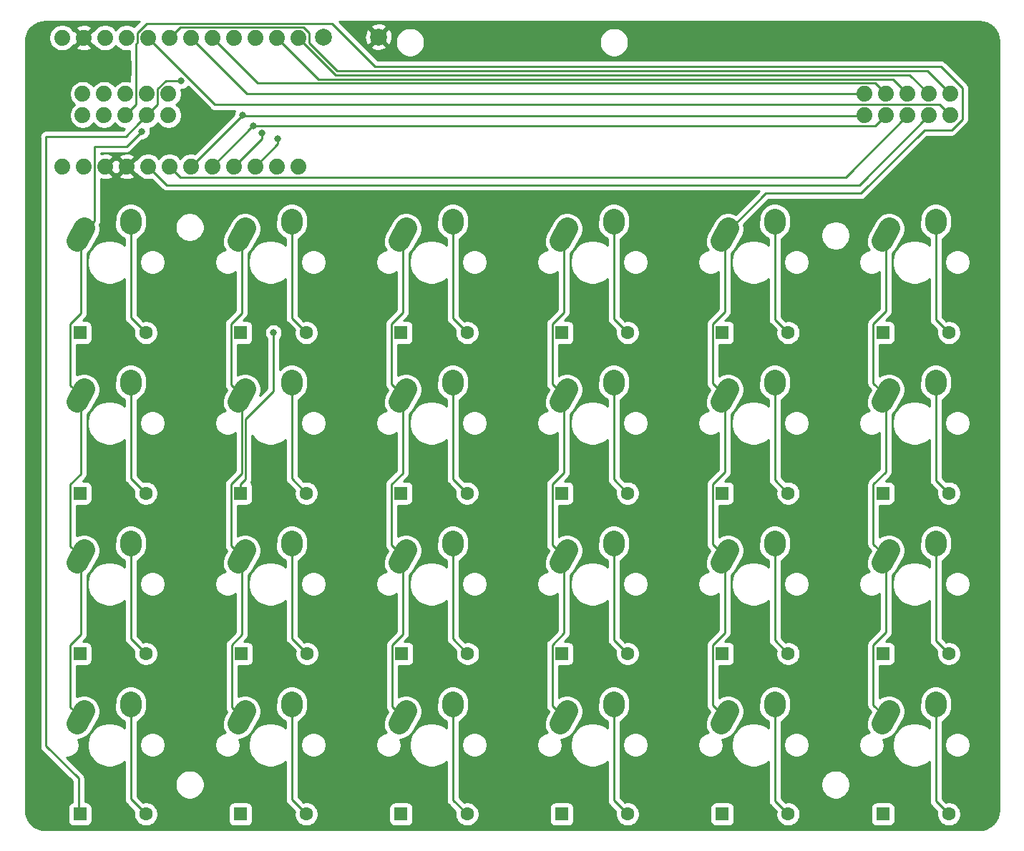
<source format=gbl>
G04 #@! TF.GenerationSoftware,KiCad,Pcbnew,(5.1.5)-3*
G04 #@! TF.CreationDate,2020-07-04T19:23:36+09:00*
G04 #@! TF.ProjectId,slamd,736c616d-642e-46b6-9963-61645f706362,rev?*
G04 #@! TF.SameCoordinates,Original*
G04 #@! TF.FileFunction,Copper,L2,Bot*
G04 #@! TF.FilePolarity,Positive*
%FSLAX46Y46*%
G04 Gerber Fmt 4.6, Leading zero omitted, Abs format (unit mm)*
G04 Created by KiCad (PCBNEW (5.1.5)-3) date 2020-07-04 19:23:36*
%MOMM*%
%LPD*%
G04 APERTURE LIST*
%ADD10C,2.000000*%
%ADD11C,1.879600*%
%ADD12C,2.500000*%
%ADD13C,1.600000*%
%ADD14R,1.600000X1.600000*%
%ADD15C,0.800000*%
%ADD16C,0.250000*%
%ADD17C,0.254000*%
G04 APERTURE END LIST*
D10*
X63425000Y-30480000D03*
X69925000Y-30480000D03*
D11*
X32500000Y-45820000D03*
X35040000Y-45820000D03*
X37580000Y-45820000D03*
X40120000Y-45820000D03*
X42660000Y-45820000D03*
X45200000Y-45820000D03*
X47740000Y-45820000D03*
X50280000Y-45820000D03*
X52820000Y-45820000D03*
X55360000Y-45820000D03*
X57900000Y-45820000D03*
X60440000Y-45820000D03*
X60440000Y-30580000D03*
X57900000Y-30580000D03*
X55360000Y-30580000D03*
X52820000Y-30580000D03*
X50280000Y-30580000D03*
X47740000Y-30580000D03*
X45200000Y-30580000D03*
X42660000Y-30580000D03*
X40120000Y-30580000D03*
X37580000Y-30580000D03*
X35040000Y-30580000D03*
X32500000Y-30580000D03*
D12*
X40639724Y-52070672D02*
X40600276Y-52649328D01*
X35100453Y-53150046D02*
X34289547Y-54609954D01*
X40639724Y-71120672D02*
X40600276Y-71699328D01*
X35100453Y-72200046D02*
X34289547Y-73659954D01*
X35100453Y-91250046D02*
X34289547Y-92709954D01*
X40639724Y-90170672D02*
X40600276Y-90749328D01*
X40639724Y-109220672D02*
X40600276Y-109799328D01*
X35100453Y-110300046D02*
X34289547Y-111759954D01*
X54150453Y-53150046D02*
X53339547Y-54609954D01*
X59689724Y-52070672D02*
X59650276Y-52649328D01*
X59689724Y-71120672D02*
X59650276Y-71699328D01*
X54150453Y-72200046D02*
X53339547Y-73659954D01*
X54150453Y-91250046D02*
X53339547Y-92709954D01*
X59689724Y-90170672D02*
X59650276Y-90749328D01*
X59689724Y-109220672D02*
X59650276Y-109799328D01*
X54150453Y-110300046D02*
X53339547Y-111759954D01*
X73200453Y-53150046D02*
X72389547Y-54609954D01*
X78739724Y-52070672D02*
X78700276Y-52649328D01*
X78739724Y-71120672D02*
X78700276Y-71699328D01*
X73200453Y-72200046D02*
X72389547Y-73659954D01*
X73200453Y-91250046D02*
X72389547Y-92709954D01*
X78739724Y-90170672D02*
X78700276Y-90749328D01*
X78739724Y-109220672D02*
X78700276Y-109799328D01*
X73200453Y-110300046D02*
X72389547Y-111759954D01*
X92250453Y-53150046D02*
X91439547Y-54609954D01*
X97789724Y-52070672D02*
X97750276Y-52649328D01*
X97789724Y-71120672D02*
X97750276Y-71699328D01*
X92250453Y-72200046D02*
X91439547Y-73659954D01*
X92250453Y-91250046D02*
X91439547Y-92709954D01*
X97789724Y-90170672D02*
X97750276Y-90749328D01*
X92250453Y-110300046D02*
X91439547Y-111759954D01*
X97789724Y-109220672D02*
X97750276Y-109799328D01*
X116839724Y-52070672D02*
X116800276Y-52649328D01*
X111300453Y-53150046D02*
X110489547Y-54609954D01*
X116839724Y-71120672D02*
X116800276Y-71699328D01*
X111300453Y-72200046D02*
X110489547Y-73659954D01*
X111300453Y-91250046D02*
X110489547Y-92709954D01*
X116839724Y-90170672D02*
X116800276Y-90749328D01*
X116839724Y-109220672D02*
X116800276Y-109799328D01*
X111300453Y-110300046D02*
X110489547Y-111759954D01*
X130350453Y-53150046D02*
X129539547Y-54609954D01*
X135889724Y-52070672D02*
X135850276Y-52649328D01*
X130350453Y-72200046D02*
X129539547Y-73659954D01*
X135889724Y-71120672D02*
X135850276Y-71699328D01*
X135889724Y-90170672D02*
X135850276Y-90749328D01*
X130350453Y-91250046D02*
X129539547Y-92709954D01*
X130350453Y-110300046D02*
X129539547Y-111759954D01*
X135889724Y-109220672D02*
X135850276Y-109799328D01*
D13*
X42400000Y-65500000D03*
D14*
X34600000Y-65500000D03*
X34600000Y-84500000D03*
D13*
X42400000Y-84500000D03*
D14*
X34600000Y-103500000D03*
D13*
X42400000Y-103500000D03*
D14*
X34600000Y-122500000D03*
D13*
X42400000Y-122500000D03*
X61400000Y-65500000D03*
D14*
X53600000Y-65500000D03*
X53600000Y-84500000D03*
D13*
X61400000Y-84500000D03*
X61475000Y-103500000D03*
D14*
X53675000Y-103500000D03*
D13*
X61400000Y-122500000D03*
D14*
X53600000Y-122500000D03*
D13*
X80400000Y-65500000D03*
D14*
X72600000Y-65500000D03*
X72600000Y-84500000D03*
D13*
X80400000Y-84500000D03*
D14*
X72675000Y-103500000D03*
D13*
X80475000Y-103500000D03*
X80400000Y-122500000D03*
D14*
X72600000Y-122500000D03*
D13*
X99400000Y-65500000D03*
D14*
X91600000Y-65500000D03*
X91600000Y-84500000D03*
D13*
X99400000Y-84500000D03*
D14*
X91600000Y-103500000D03*
D13*
X99400000Y-103500000D03*
X99400000Y-122500000D03*
D14*
X91600000Y-122500000D03*
X110600000Y-65500000D03*
D13*
X118400000Y-65500000D03*
X118400000Y-84500000D03*
D14*
X110600000Y-84500000D03*
X110600000Y-103500000D03*
D13*
X118400000Y-103500000D03*
X118400000Y-122500000D03*
D14*
X110600000Y-122500000D03*
X129600000Y-65500000D03*
D13*
X137400000Y-65500000D03*
X137400000Y-84500000D03*
D14*
X129600000Y-84500000D03*
X129600000Y-103500000D03*
D13*
X137400000Y-103500000D03*
X137400000Y-122500000D03*
D14*
X129600000Y-122500000D03*
D11*
X34920000Y-39770000D03*
X34920000Y-37230000D03*
X37460000Y-39770000D03*
X37460000Y-37230000D03*
X40000000Y-39770000D03*
X40000000Y-37230000D03*
X42540000Y-39770000D03*
X42540000Y-37230000D03*
X45080000Y-39770000D03*
X45080000Y-37230000D03*
X137580000Y-37230000D03*
X137580000Y-39770000D03*
X135040000Y-37230000D03*
X135040000Y-39770000D03*
X132500000Y-37230000D03*
X132500000Y-39770000D03*
X129960000Y-37230000D03*
X129960000Y-39770000D03*
X127420000Y-37230000D03*
X127420000Y-39770000D03*
D15*
X53847992Y-39751000D03*
X57500000Y-65500000D03*
X55104199Y-41034801D03*
X41910000Y-41656000D03*
X56134000Y-41820000D03*
X58039000Y-42545000D03*
X46609000Y-35687000D03*
D16*
X47740000Y-45820000D02*
X53809000Y-39751000D01*
X53809000Y-39751000D02*
X53847992Y-39751000D01*
X53886992Y-39790000D02*
X53847992Y-39751000D01*
X127420000Y-39770000D02*
X127400000Y-39790000D01*
X127400000Y-39790000D02*
X53886992Y-39790000D01*
X55065199Y-41034801D02*
X50280000Y-45820000D01*
X128695199Y-41034801D02*
X55104199Y-41034801D01*
X129960000Y-39770000D02*
X128695199Y-41034801D01*
X53600000Y-83450000D02*
X53600000Y-84500000D01*
X54195010Y-82854990D02*
X53600000Y-83450000D01*
X54195010Y-75723016D02*
X54195010Y-82854990D01*
X57500000Y-72418026D02*
X54195010Y-75723016D01*
X57500000Y-65500000D02*
X57500000Y-72418026D01*
X55104199Y-41034801D02*
X55065199Y-41034801D01*
X33474999Y-71709999D02*
X34695000Y-72930000D01*
X33474999Y-64439999D02*
X33474999Y-71709999D01*
X34695000Y-63219998D02*
X33474999Y-64439999D01*
X34695000Y-53880000D02*
X34695000Y-63219998D01*
X33474999Y-90759999D02*
X34695000Y-91980000D01*
X33474999Y-83439999D02*
X33474999Y-90759999D01*
X34695000Y-82219998D02*
X33474999Y-83439999D01*
X34695000Y-72930000D02*
X34695000Y-82219998D01*
X33474999Y-109809999D02*
X34695000Y-111030000D01*
X33474999Y-102439999D02*
X33474999Y-109809999D01*
X34695000Y-101219998D02*
X33474999Y-102439999D01*
X34695000Y-91980000D02*
X34695000Y-101219998D01*
X36304801Y-43465199D02*
X40100801Y-43465199D01*
X34695000Y-53880000D02*
X36304801Y-52270199D01*
X36304801Y-52270199D02*
X36304801Y-43465199D01*
X40100801Y-43465199D02*
X41910000Y-41656000D01*
X56134000Y-42506000D02*
X56134000Y-41820000D01*
X52820000Y-45820000D02*
X56134000Y-42506000D01*
X52474999Y-71659999D02*
X53745000Y-72930000D01*
X52474999Y-64439999D02*
X52474999Y-71659999D01*
X53745000Y-63169998D02*
X52474999Y-64439999D01*
X53745000Y-53880000D02*
X53745000Y-63169998D01*
X52474999Y-90709999D02*
X53745000Y-91980000D01*
X53745000Y-82169998D02*
X52474999Y-83439999D01*
X52474999Y-83439999D02*
X52474999Y-90709999D01*
X53745000Y-72930000D02*
X53745000Y-82169998D01*
X52549999Y-109834999D02*
X53745000Y-111030000D01*
X52549999Y-102439999D02*
X52549999Y-109834999D01*
X53745000Y-101244998D02*
X52549999Y-102439999D01*
X53745000Y-91980000D02*
X53745000Y-101244998D01*
X58039000Y-43141000D02*
X58039000Y-42545000D01*
X55360000Y-45820000D02*
X58039000Y-43141000D01*
X71474999Y-71609999D02*
X72795000Y-72930000D01*
X71474999Y-64439999D02*
X71474999Y-71609999D01*
X72795000Y-63119998D02*
X71474999Y-64439999D01*
X72795000Y-53880000D02*
X72795000Y-63119998D01*
X71474999Y-90659999D02*
X72795000Y-91980000D01*
X71474999Y-83439999D02*
X71474999Y-90659999D01*
X72795000Y-82119998D02*
X71474999Y-83439999D01*
X72795000Y-72930000D02*
X72795000Y-82119998D01*
X71549999Y-109784999D02*
X72795000Y-111030000D01*
X71549999Y-102439999D02*
X71549999Y-109784999D01*
X72795000Y-101194998D02*
X71549999Y-102439999D01*
X72795000Y-91980000D02*
X72795000Y-101194998D01*
X90474999Y-71559999D02*
X91845000Y-72930000D01*
X90474999Y-64439999D02*
X90474999Y-71559999D01*
X91845000Y-63069998D02*
X90474999Y-64439999D01*
X91845000Y-53880000D02*
X91845000Y-63069998D01*
X90474999Y-90609999D02*
X91845000Y-91980000D01*
X90474999Y-83439999D02*
X90474999Y-90609999D01*
X91845000Y-82069998D02*
X90474999Y-83439999D01*
X91845000Y-72930000D02*
X91845000Y-82069998D01*
X90474999Y-109659999D02*
X91845000Y-111030000D01*
X90474999Y-102439999D02*
X90474999Y-109659999D01*
X91845000Y-101069998D02*
X90474999Y-102439999D01*
X91845000Y-91980000D02*
X91845000Y-101069998D01*
X128474999Y-71459999D02*
X129945000Y-72930000D01*
X128474999Y-64439999D02*
X128474999Y-71459999D01*
X129945000Y-62969998D02*
X128474999Y-64439999D01*
X129945000Y-53880000D02*
X129945000Y-62969998D01*
X128474999Y-90509999D02*
X129945000Y-91980000D01*
X128474999Y-83439999D02*
X128474999Y-90509999D01*
X129945000Y-81969998D02*
X128474999Y-83439999D01*
X129945000Y-72930000D02*
X129945000Y-81969998D01*
X128474999Y-109559999D02*
X129945000Y-111030000D01*
X128474999Y-102439999D02*
X128474999Y-109559999D01*
X129945000Y-100969998D02*
X128474999Y-102439999D01*
X129945000Y-91980000D02*
X129945000Y-100969998D01*
X109474999Y-71509999D02*
X110895000Y-72930000D01*
X109474999Y-64439999D02*
X109474999Y-71509999D01*
X110895000Y-63019998D02*
X109474999Y-64439999D01*
X110895000Y-53880000D02*
X110895000Y-63019998D01*
X109474999Y-90559999D02*
X110895000Y-91980000D01*
X109474999Y-83439999D02*
X109474999Y-90559999D01*
X110895000Y-82019998D02*
X109474999Y-83439999D01*
X110895000Y-72930000D02*
X110895000Y-82019998D01*
X109474999Y-109609999D02*
X110895000Y-111030000D01*
X109474999Y-102439999D02*
X109474999Y-109609999D01*
X110895000Y-101019998D02*
X109474999Y-102439999D01*
X110895000Y-91980000D02*
X110895000Y-101019998D01*
X115775000Y-49000000D02*
X110895000Y-53880000D01*
X127000000Y-49000000D02*
X115775000Y-49000000D01*
X134500000Y-41500000D02*
X127000000Y-49000000D01*
X137721906Y-41500000D02*
X134500000Y-41500000D01*
X139000000Y-40221906D02*
X137721906Y-41500000D01*
X41384801Y-31187105D02*
X41384801Y-29983293D01*
X41275000Y-34290000D02*
X41264801Y-31307105D01*
X41264801Y-31307105D02*
X41384801Y-31187105D01*
X42502904Y-28865190D02*
X64425190Y-28865190D01*
X40000000Y-39770000D02*
X41264801Y-38505199D01*
X41264801Y-38505199D02*
X41275000Y-34290000D01*
X41384801Y-29983293D02*
X42502904Y-28865190D01*
X64425190Y-28865190D02*
X69550000Y-33990000D01*
X69550000Y-33990000D02*
X136490000Y-33990000D01*
X136490000Y-33990000D02*
X139000000Y-36500000D01*
X139000000Y-36500000D02*
X139000000Y-40221906D01*
X42540000Y-39770000D02*
X43815199Y-38494801D01*
X43815199Y-38494801D02*
X43815199Y-36622895D01*
X44751094Y-35687000D02*
X46043315Y-35687000D01*
X46043315Y-35687000D02*
X46609000Y-35687000D01*
X43815199Y-36622895D02*
X44751094Y-35687000D01*
X41600201Y-40709799D02*
X42540000Y-39770000D01*
X40019000Y-42291000D02*
X41600201Y-40709799D01*
X34428894Y-122328894D02*
X34428894Y-118248894D01*
X34600000Y-122500000D02*
X34428894Y-122328894D01*
X30607000Y-114427000D02*
X30607000Y-42291000D01*
X34428894Y-118248894D02*
X30607000Y-114427000D01*
X30607000Y-42291000D02*
X40019000Y-42291000D01*
X128695199Y-35965199D02*
X55665199Y-35965199D01*
X129960000Y-37230000D02*
X128695199Y-35965199D01*
X55665199Y-35965199D02*
X50280000Y-30580000D01*
X127420000Y-37230000D02*
X54390000Y-37230000D01*
X54390000Y-37230000D02*
X47740000Y-30580000D01*
X40620000Y-63720000D02*
X42400000Y-65500000D01*
X40620000Y-52360000D02*
X40620000Y-63720000D01*
X40620000Y-82720000D02*
X42400000Y-84500000D01*
X40620000Y-71410000D02*
X40620000Y-82720000D01*
X40620000Y-101720000D02*
X42400000Y-103500000D01*
X40620000Y-90460000D02*
X40620000Y-101720000D01*
X40620000Y-120720000D02*
X42400000Y-122500000D01*
X40620000Y-109510000D02*
X40620000Y-120720000D01*
X59670000Y-63770000D02*
X61400000Y-65500000D01*
X59670000Y-52360000D02*
X59670000Y-63770000D01*
X59670000Y-82770000D02*
X61400000Y-84500000D01*
X59670000Y-71410000D02*
X59670000Y-82770000D01*
X59670000Y-101695000D02*
X61475000Y-103500000D01*
X59670000Y-90460000D02*
X59670000Y-101695000D01*
X59670000Y-120770000D02*
X61400000Y-122500000D01*
X59670000Y-109510000D02*
X59670000Y-120770000D01*
X78720000Y-63820000D02*
X80400000Y-65500000D01*
X78720000Y-52360000D02*
X78720000Y-63820000D01*
X78720000Y-82820000D02*
X80400000Y-84500000D01*
X78720000Y-71410000D02*
X78720000Y-82820000D01*
X78720000Y-101745000D02*
X80475000Y-103500000D01*
X78720000Y-90460000D02*
X78720000Y-101745000D01*
X78720000Y-120820000D02*
X80400000Y-122500000D01*
X78720000Y-109510000D02*
X78720000Y-120820000D01*
X97770000Y-63870000D02*
X99400000Y-65500000D01*
X97770000Y-52360000D02*
X97770000Y-63870000D01*
X97770000Y-82870000D02*
X99400000Y-84500000D01*
X97770000Y-71410000D02*
X97770000Y-82870000D01*
X97770000Y-101870000D02*
X99400000Y-103500000D01*
X97770000Y-90460000D02*
X97770000Y-101870000D01*
X97770000Y-120870000D02*
X99400000Y-122500000D01*
X97770000Y-109510000D02*
X97770000Y-120870000D01*
X116820000Y-63920000D02*
X118400000Y-65500000D01*
X116820000Y-52360000D02*
X116820000Y-63920000D01*
X116820000Y-82920000D02*
X118400000Y-84500000D01*
X116820000Y-71410000D02*
X116820000Y-82920000D01*
X116820000Y-101920000D02*
X118400000Y-103500000D01*
X116820000Y-90460000D02*
X116820000Y-101920000D01*
X116820000Y-120920000D02*
X118400000Y-122500000D01*
X116820000Y-109510000D02*
X116820000Y-120920000D01*
X135870000Y-63970000D02*
X137400000Y-65500000D01*
X135870000Y-52360000D02*
X135870000Y-63970000D01*
X135870000Y-82970000D02*
X137400000Y-84500000D01*
X135870000Y-71410000D02*
X135870000Y-82970000D01*
X135870000Y-101970000D02*
X137400000Y-103500000D01*
X135870000Y-90460000D02*
X135870000Y-101970000D01*
X135870000Y-120970000D02*
X137400000Y-122500000D01*
X135870000Y-109510000D02*
X135870000Y-120970000D01*
X44840000Y-48000000D02*
X42660000Y-45820000D01*
X126810000Y-48000000D02*
X44840000Y-48000000D01*
X135040000Y-39770000D02*
X126810000Y-48000000D01*
X46464801Y-47084801D02*
X45200000Y-45820000D01*
X125185199Y-47084801D02*
X46464801Y-47084801D01*
X132500000Y-39770000D02*
X125185199Y-47084801D01*
X64850000Y-34990000D02*
X60440000Y-30580000D01*
X135040000Y-37230000D02*
X132800000Y-34990000D01*
X132800000Y-34990000D02*
X64850000Y-34990000D01*
X132500000Y-37230000D02*
X130785189Y-35515189D01*
X130785189Y-35515189D02*
X62835189Y-35515189D01*
X62835189Y-35515189D02*
X57900000Y-30580000D01*
X46464801Y-29315199D02*
X45200000Y-30580000D01*
X59832895Y-29315199D02*
X59809523Y-29338571D01*
X61704801Y-29972895D02*
X61047105Y-29315199D01*
X134840000Y-34490000D02*
X64986410Y-34490000D01*
X59786152Y-29315199D02*
X46464801Y-29315199D01*
X137580000Y-37230000D02*
X134840000Y-34490000D01*
X64986410Y-34490000D02*
X61694158Y-31197748D01*
X59809523Y-29338571D02*
X59786152Y-29315199D01*
X61047105Y-29315199D02*
X59832895Y-29315199D01*
X61694158Y-31197748D02*
X61704801Y-31187105D01*
X61704801Y-31187105D02*
X61704801Y-29972895D01*
X136304801Y-38494801D02*
X50574801Y-38494801D01*
X137580000Y-39770000D02*
X136304801Y-38494801D01*
X50574801Y-38494801D02*
X42660000Y-30580000D01*
D17*
G36*
X41011565Y-29281728D02*
G01*
X40865948Y-29184430D01*
X40579352Y-29065718D01*
X40275104Y-29005200D01*
X39964896Y-29005200D01*
X39660648Y-29065718D01*
X39374052Y-29184430D01*
X39116123Y-29356773D01*
X38896773Y-29576123D01*
X38850000Y-29646124D01*
X38803227Y-29576123D01*
X38583877Y-29356773D01*
X38325948Y-29184430D01*
X38039352Y-29065718D01*
X37735104Y-29005200D01*
X37424896Y-29005200D01*
X37120648Y-29065718D01*
X36834052Y-29184430D01*
X36576123Y-29356773D01*
X36356773Y-29576123D01*
X36265505Y-29712714D01*
X36132476Y-29667129D01*
X35219605Y-30580000D01*
X36132476Y-31492871D01*
X36265505Y-31447286D01*
X36356773Y-31583877D01*
X36576123Y-31803227D01*
X36834052Y-31975570D01*
X37120648Y-32094282D01*
X37424896Y-32154800D01*
X37735104Y-32154800D01*
X38039352Y-32094282D01*
X38325948Y-31975570D01*
X38583877Y-31803227D01*
X38803227Y-31583877D01*
X38850000Y-31513876D01*
X38896773Y-31583877D01*
X39116123Y-31803227D01*
X39374052Y-31975570D01*
X39660648Y-32094282D01*
X39964896Y-32154800D01*
X40275104Y-32154800D01*
X40507537Y-32108567D01*
X40514997Y-34290301D01*
X40511496Y-35737317D01*
X40459352Y-35715718D01*
X40155104Y-35655200D01*
X39844896Y-35655200D01*
X39540648Y-35715718D01*
X39254052Y-35834430D01*
X38996123Y-36006773D01*
X38776773Y-36226123D01*
X38730000Y-36296124D01*
X38683227Y-36226123D01*
X38463877Y-36006773D01*
X38205948Y-35834430D01*
X37919352Y-35715718D01*
X37615104Y-35655200D01*
X37304896Y-35655200D01*
X37000648Y-35715718D01*
X36714052Y-35834430D01*
X36456123Y-36006773D01*
X36236773Y-36226123D01*
X36190000Y-36296124D01*
X36143227Y-36226123D01*
X35923877Y-36006773D01*
X35665948Y-35834430D01*
X35379352Y-35715718D01*
X35075104Y-35655200D01*
X34764896Y-35655200D01*
X34460648Y-35715718D01*
X34174052Y-35834430D01*
X33916123Y-36006773D01*
X33696773Y-36226123D01*
X33524430Y-36484052D01*
X33405718Y-36770648D01*
X33345200Y-37074896D01*
X33345200Y-37385104D01*
X33405718Y-37689352D01*
X33524430Y-37975948D01*
X33696773Y-38233877D01*
X33916123Y-38453227D01*
X33986124Y-38500000D01*
X33916123Y-38546773D01*
X33696773Y-38766123D01*
X33524430Y-39024052D01*
X33405718Y-39310648D01*
X33345200Y-39614896D01*
X33345200Y-39925104D01*
X33405718Y-40229352D01*
X33524430Y-40515948D01*
X33696773Y-40773877D01*
X33916123Y-40993227D01*
X34174052Y-41165570D01*
X34460648Y-41284282D01*
X34764896Y-41344800D01*
X35075104Y-41344800D01*
X35379352Y-41284282D01*
X35665948Y-41165570D01*
X35923877Y-40993227D01*
X36143227Y-40773877D01*
X36190000Y-40703876D01*
X36236773Y-40773877D01*
X36456123Y-40993227D01*
X36714052Y-41165570D01*
X37000648Y-41284282D01*
X37304896Y-41344800D01*
X37615104Y-41344800D01*
X37919352Y-41284282D01*
X38205948Y-41165570D01*
X38463877Y-40993227D01*
X38683227Y-40773877D01*
X38730000Y-40703876D01*
X38776773Y-40773877D01*
X38996123Y-40993227D01*
X39254052Y-41165570D01*
X39540648Y-41284282D01*
X39844896Y-41344800D01*
X39890399Y-41344800D01*
X39704199Y-41531000D01*
X30644333Y-41531000D01*
X30607000Y-41527323D01*
X30569667Y-41531000D01*
X30458014Y-41541997D01*
X30314753Y-41585454D01*
X30182724Y-41656026D01*
X30066999Y-41750999D01*
X29972026Y-41866724D01*
X29901454Y-41998753D01*
X29857997Y-42142014D01*
X29843323Y-42291000D01*
X29847001Y-42328343D01*
X29847000Y-114389678D01*
X29843324Y-114427000D01*
X29847000Y-114464322D01*
X29847000Y-114464332D01*
X29857997Y-114575985D01*
X29901454Y-114719246D01*
X29972026Y-114851276D01*
X30011871Y-114899826D01*
X30066999Y-114967001D01*
X30096003Y-114990804D01*
X33668895Y-118563697D01*
X33668894Y-121076197D01*
X33555820Y-121110498D01*
X33445506Y-121169463D01*
X33348815Y-121248815D01*
X33269463Y-121345506D01*
X33210498Y-121455820D01*
X33174188Y-121575518D01*
X33161928Y-121700000D01*
X33161928Y-123300000D01*
X33174188Y-123424482D01*
X33210498Y-123544180D01*
X33269463Y-123654494D01*
X33348815Y-123751185D01*
X33445506Y-123830537D01*
X33555820Y-123889502D01*
X33675518Y-123925812D01*
X33800000Y-123938072D01*
X35400000Y-123938072D01*
X35524482Y-123925812D01*
X35644180Y-123889502D01*
X35754494Y-123830537D01*
X35851185Y-123751185D01*
X35930537Y-123654494D01*
X35989502Y-123544180D01*
X36025812Y-123424482D01*
X36038072Y-123300000D01*
X36038072Y-121700000D01*
X36025812Y-121575518D01*
X35989502Y-121455820D01*
X35930537Y-121345506D01*
X35851185Y-121248815D01*
X35754494Y-121169463D01*
X35644180Y-121110498D01*
X35524482Y-121074188D01*
X35400000Y-121061928D01*
X35188894Y-121061928D01*
X35188894Y-118286216D01*
X35192570Y-118248893D01*
X35188894Y-118211570D01*
X35188894Y-118211561D01*
X35177897Y-118099908D01*
X35134440Y-117956647D01*
X35063868Y-117824618D01*
X34968895Y-117708893D01*
X34939897Y-117685095D01*
X33040701Y-115785900D01*
X33166348Y-115785900D01*
X33453421Y-115728798D01*
X33723838Y-115616788D01*
X33967206Y-115454174D01*
X34174174Y-115247206D01*
X34336788Y-115003838D01*
X34448798Y-114733421D01*
X34505900Y-114446348D01*
X34505900Y-114153652D01*
X34483508Y-114041076D01*
X35471100Y-114041076D01*
X35471100Y-114558924D01*
X35572127Y-115066822D01*
X35770299Y-115545251D01*
X36058000Y-115975826D01*
X36424174Y-116342000D01*
X36854749Y-116629701D01*
X37333178Y-116827873D01*
X37841076Y-116928900D01*
X38358924Y-116928900D01*
X38866822Y-116827873D01*
X39345251Y-116629701D01*
X39775826Y-116342000D01*
X39860001Y-116257825D01*
X39860001Y-120682668D01*
X39856324Y-120720000D01*
X39870998Y-120868985D01*
X39914454Y-121012246D01*
X39985026Y-121144276D01*
X40040809Y-121212247D01*
X40080000Y-121260001D01*
X40108998Y-121283799D01*
X41001312Y-122176114D01*
X40965000Y-122358665D01*
X40965000Y-122641335D01*
X41020147Y-122918574D01*
X41128320Y-123179727D01*
X41285363Y-123414759D01*
X41485241Y-123614637D01*
X41720273Y-123771680D01*
X41981426Y-123879853D01*
X42258665Y-123935000D01*
X42541335Y-123935000D01*
X42818574Y-123879853D01*
X43079727Y-123771680D01*
X43314759Y-123614637D01*
X43514637Y-123414759D01*
X43671680Y-123179727D01*
X43779853Y-122918574D01*
X43835000Y-122641335D01*
X43835000Y-122358665D01*
X43779853Y-122081426D01*
X43671680Y-121820273D01*
X43591317Y-121700000D01*
X52161928Y-121700000D01*
X52161928Y-123300000D01*
X52174188Y-123424482D01*
X52210498Y-123544180D01*
X52269463Y-123654494D01*
X52348815Y-123751185D01*
X52445506Y-123830537D01*
X52555820Y-123889502D01*
X52675518Y-123925812D01*
X52800000Y-123938072D01*
X54400000Y-123938072D01*
X54524482Y-123925812D01*
X54644180Y-123889502D01*
X54754494Y-123830537D01*
X54851185Y-123751185D01*
X54930537Y-123654494D01*
X54989502Y-123544180D01*
X55025812Y-123424482D01*
X55038072Y-123300000D01*
X55038072Y-121700000D01*
X55025812Y-121575518D01*
X54989502Y-121455820D01*
X54930537Y-121345506D01*
X54851185Y-121248815D01*
X54754494Y-121169463D01*
X54644180Y-121110498D01*
X54524482Y-121074188D01*
X54400000Y-121061928D01*
X52800000Y-121061928D01*
X52675518Y-121074188D01*
X52555820Y-121110498D01*
X52445506Y-121169463D01*
X52348815Y-121248815D01*
X52269463Y-121345506D01*
X52210498Y-121455820D01*
X52174188Y-121575518D01*
X52161928Y-121700000D01*
X43591317Y-121700000D01*
X43514637Y-121585241D01*
X43314759Y-121385363D01*
X43079727Y-121228320D01*
X42818574Y-121120147D01*
X42541335Y-121065000D01*
X42258665Y-121065000D01*
X42076114Y-121101312D01*
X41380000Y-120405199D01*
X41380000Y-118829117D01*
X45865000Y-118829117D01*
X45865000Y-119170883D01*
X45931675Y-119506081D01*
X46062463Y-119821831D01*
X46252337Y-120105998D01*
X46494002Y-120347663D01*
X46778169Y-120537537D01*
X47093919Y-120668325D01*
X47429117Y-120735000D01*
X47770883Y-120735000D01*
X48106081Y-120668325D01*
X48421831Y-120537537D01*
X48705998Y-120347663D01*
X48947663Y-120105998D01*
X49137537Y-119821831D01*
X49268325Y-119506081D01*
X49335000Y-119170883D01*
X49335000Y-118829117D01*
X49268325Y-118493919D01*
X49137537Y-118178169D01*
X48947663Y-117894002D01*
X48705998Y-117652337D01*
X48421831Y-117462463D01*
X48106081Y-117331675D01*
X47770883Y-117265000D01*
X47429117Y-117265000D01*
X47093919Y-117331675D01*
X46778169Y-117462463D01*
X46494002Y-117652337D01*
X46252337Y-117894002D01*
X46062463Y-118178169D01*
X45931675Y-118493919D01*
X45865000Y-118829117D01*
X41380000Y-118829117D01*
X41380000Y-114153652D01*
X41694100Y-114153652D01*
X41694100Y-114446348D01*
X41751202Y-114733421D01*
X41863212Y-115003838D01*
X42025826Y-115247206D01*
X42232794Y-115454174D01*
X42476162Y-115616788D01*
X42746579Y-115728798D01*
X43033652Y-115785900D01*
X43326348Y-115785900D01*
X43613421Y-115728798D01*
X43883838Y-115616788D01*
X44127206Y-115454174D01*
X44334174Y-115247206D01*
X44496788Y-115003838D01*
X44608798Y-114733421D01*
X44665900Y-114446348D01*
X44665900Y-114153652D01*
X44608798Y-113866579D01*
X44496788Y-113596162D01*
X44334174Y-113352794D01*
X44127206Y-113145826D01*
X43883838Y-112983212D01*
X43613421Y-112871202D01*
X43326348Y-112814100D01*
X43033652Y-112814100D01*
X42746579Y-112871202D01*
X42476162Y-112983212D01*
X42232794Y-113145826D01*
X42025826Y-113352794D01*
X41863212Y-113596162D01*
X41751202Y-113866579D01*
X41694100Y-114153652D01*
X41380000Y-114153652D01*
X41380000Y-111515515D01*
X41543040Y-111442156D01*
X41845425Y-111226665D01*
X42099959Y-110956323D01*
X42296863Y-110641517D01*
X42428566Y-110294347D01*
X42474613Y-110019916D01*
X42526656Y-109256496D01*
X42518279Y-108978355D01*
X42434910Y-108616523D01*
X42282552Y-108277908D01*
X42067061Y-107975523D01*
X41796719Y-107720989D01*
X41481913Y-107524086D01*
X41134743Y-107392382D01*
X40768550Y-107330939D01*
X40397407Y-107342117D01*
X40035575Y-107425486D01*
X39696960Y-107577844D01*
X39394575Y-107793335D01*
X39140041Y-108063677D01*
X38943137Y-108378483D01*
X38811434Y-108725653D01*
X38765387Y-109000084D01*
X38713344Y-109763505D01*
X38721721Y-110041645D01*
X38805090Y-110403477D01*
X38957448Y-110742092D01*
X39172939Y-111044477D01*
X39443281Y-111299011D01*
X39758087Y-111495915D01*
X39860000Y-111534577D01*
X39860000Y-112342174D01*
X39775826Y-112258000D01*
X39345251Y-111970299D01*
X38866822Y-111772127D01*
X38358924Y-111671100D01*
X37841076Y-111671100D01*
X37333178Y-111772127D01*
X36854749Y-111970299D01*
X36424174Y-112258000D01*
X36058000Y-112624174D01*
X35770299Y-113054749D01*
X35572127Y-113533178D01*
X35471100Y-114041076D01*
X34483508Y-114041076D01*
X34448798Y-113866579D01*
X34357554Y-113646296D01*
X34444749Y-113647704D01*
X34810048Y-113581153D01*
X35155345Y-113444615D01*
X35467371Y-113243335D01*
X35734132Y-112985050D01*
X35892444Y-112756206D01*
X36793275Y-111134403D01*
X36903900Y-110879070D01*
X36982209Y-110516109D01*
X36988203Y-110144844D01*
X36921652Y-109779545D01*
X36785114Y-109434248D01*
X36583834Y-109122222D01*
X36325549Y-108855461D01*
X36020185Y-108644214D01*
X35679476Y-108496599D01*
X35316515Y-108418290D01*
X34945250Y-108412296D01*
X34579951Y-108478847D01*
X34234999Y-108615249D01*
X34234999Y-104938072D01*
X35400000Y-104938072D01*
X35524482Y-104925812D01*
X35644180Y-104889502D01*
X35754494Y-104830537D01*
X35851185Y-104751185D01*
X35930537Y-104654494D01*
X35989502Y-104544180D01*
X36025812Y-104424482D01*
X36038072Y-104300000D01*
X36038072Y-102700000D01*
X36025812Y-102575518D01*
X35989502Y-102455820D01*
X35930537Y-102345506D01*
X35851185Y-102248815D01*
X35754494Y-102169463D01*
X35644180Y-102110498D01*
X35524482Y-102074188D01*
X35400000Y-102061928D01*
X34927872Y-102061928D01*
X35206003Y-101783797D01*
X35235001Y-101759999D01*
X35279316Y-101706001D01*
X35329974Y-101644275D01*
X35400546Y-101512245D01*
X35401227Y-101509999D01*
X35444003Y-101368984D01*
X35455000Y-101257331D01*
X35455000Y-101257321D01*
X35458676Y-101219998D01*
X35455000Y-101182675D01*
X35455000Y-94991076D01*
X35471100Y-94991076D01*
X35471100Y-95508924D01*
X35572127Y-96016822D01*
X35770299Y-96495251D01*
X36058000Y-96925826D01*
X36424174Y-97292000D01*
X36854749Y-97579701D01*
X37333178Y-97777873D01*
X37841076Y-97878900D01*
X38358924Y-97878900D01*
X38866822Y-97777873D01*
X39345251Y-97579701D01*
X39775826Y-97292000D01*
X39860001Y-97207825D01*
X39860001Y-101682668D01*
X39856324Y-101720000D01*
X39860001Y-101757333D01*
X39862596Y-101783675D01*
X39870998Y-101868985D01*
X39914454Y-102012246D01*
X39985026Y-102144276D01*
X40040809Y-102212247D01*
X40080000Y-102260001D01*
X40108998Y-102283799D01*
X41001312Y-103176114D01*
X40965000Y-103358665D01*
X40965000Y-103641335D01*
X41020147Y-103918574D01*
X41128320Y-104179727D01*
X41285363Y-104414759D01*
X41485241Y-104614637D01*
X41720273Y-104771680D01*
X41981426Y-104879853D01*
X42258665Y-104935000D01*
X42541335Y-104935000D01*
X42818574Y-104879853D01*
X43079727Y-104771680D01*
X43314759Y-104614637D01*
X43514637Y-104414759D01*
X43671680Y-104179727D01*
X43779853Y-103918574D01*
X43835000Y-103641335D01*
X43835000Y-103358665D01*
X43779853Y-103081426D01*
X43671680Y-102820273D01*
X43514637Y-102585241D01*
X43314759Y-102385363D01*
X43079727Y-102228320D01*
X42818574Y-102120147D01*
X42541335Y-102065000D01*
X42258665Y-102065000D01*
X42076114Y-102101312D01*
X41380000Y-101405199D01*
X41380000Y-95103652D01*
X41694100Y-95103652D01*
X41694100Y-95396348D01*
X41751202Y-95683421D01*
X41863212Y-95953838D01*
X42025826Y-96197206D01*
X42232794Y-96404174D01*
X42476162Y-96566788D01*
X42746579Y-96678798D01*
X43033652Y-96735900D01*
X43326348Y-96735900D01*
X43613421Y-96678798D01*
X43883838Y-96566788D01*
X44127206Y-96404174D01*
X44334174Y-96197206D01*
X44496788Y-95953838D01*
X44608798Y-95683421D01*
X44665900Y-95396348D01*
X44665900Y-95103652D01*
X44608798Y-94816579D01*
X44496788Y-94546162D01*
X44334174Y-94302794D01*
X44127206Y-94095826D01*
X43883838Y-93933212D01*
X43613421Y-93821202D01*
X43326348Y-93764100D01*
X43033652Y-93764100D01*
X42746579Y-93821202D01*
X42476162Y-93933212D01*
X42232794Y-94095826D01*
X42025826Y-94302794D01*
X41863212Y-94546162D01*
X41751202Y-94816579D01*
X41694100Y-95103652D01*
X41380000Y-95103652D01*
X41380000Y-92465515D01*
X41543040Y-92392156D01*
X41845425Y-92176665D01*
X42099959Y-91906323D01*
X42296863Y-91591517D01*
X42428566Y-91244347D01*
X42474613Y-90969916D01*
X42526656Y-90206496D01*
X42518279Y-89928355D01*
X42434910Y-89566523D01*
X42282552Y-89227908D01*
X42067061Y-88925523D01*
X41796719Y-88670989D01*
X41481913Y-88474086D01*
X41134743Y-88342382D01*
X40768550Y-88280939D01*
X40397407Y-88292117D01*
X40035575Y-88375486D01*
X39696960Y-88527844D01*
X39394575Y-88743335D01*
X39140041Y-89013677D01*
X38943137Y-89328483D01*
X38811434Y-89675653D01*
X38765387Y-89950084D01*
X38713344Y-90713505D01*
X38721721Y-90991645D01*
X38805090Y-91353477D01*
X38957448Y-91692092D01*
X39172939Y-91994477D01*
X39443281Y-92249011D01*
X39758087Y-92445915D01*
X39860000Y-92484577D01*
X39860000Y-93292174D01*
X39775826Y-93208000D01*
X39345251Y-92920299D01*
X38866822Y-92722127D01*
X38358924Y-92621100D01*
X37841076Y-92621100D01*
X37333178Y-92722127D01*
X36854749Y-92920299D01*
X36424174Y-93208000D01*
X36058000Y-93574174D01*
X35770299Y-94004749D01*
X35572127Y-94483178D01*
X35471100Y-94991076D01*
X35455000Y-94991076D01*
X35455000Y-94201315D01*
X35467371Y-94193335D01*
X35734132Y-93935050D01*
X35892444Y-93706206D01*
X36793275Y-92084403D01*
X36903900Y-91829070D01*
X36982209Y-91466109D01*
X36988203Y-91094844D01*
X36921652Y-90729545D01*
X36785114Y-90384248D01*
X36583834Y-90072222D01*
X36325549Y-89805461D01*
X36020185Y-89594214D01*
X35679476Y-89446599D01*
X35316515Y-89368290D01*
X34945250Y-89362296D01*
X34579951Y-89428847D01*
X34234999Y-89565249D01*
X34234999Y-85938072D01*
X35400000Y-85938072D01*
X35524482Y-85925812D01*
X35644180Y-85889502D01*
X35754494Y-85830537D01*
X35851185Y-85751185D01*
X35930537Y-85654494D01*
X35989502Y-85544180D01*
X36025812Y-85424482D01*
X36038072Y-85300000D01*
X36038072Y-83700000D01*
X36025812Y-83575518D01*
X35989502Y-83455820D01*
X35930537Y-83345506D01*
X35851185Y-83248815D01*
X35754494Y-83169463D01*
X35644180Y-83110498D01*
X35524482Y-83074188D01*
X35400000Y-83061928D01*
X34927872Y-83061928D01*
X35206003Y-82783797D01*
X35235001Y-82759999D01*
X35279313Y-82706005D01*
X35329974Y-82644275D01*
X35400546Y-82512245D01*
X35401227Y-82509999D01*
X35444003Y-82368984D01*
X35455000Y-82257331D01*
X35455000Y-82257321D01*
X35458676Y-82219998D01*
X35455000Y-82182675D01*
X35455000Y-75941076D01*
X35471100Y-75941076D01*
X35471100Y-76458924D01*
X35572127Y-76966822D01*
X35770299Y-77445251D01*
X36058000Y-77875826D01*
X36424174Y-78242000D01*
X36854749Y-78529701D01*
X37333178Y-78727873D01*
X37841076Y-78828900D01*
X38358924Y-78828900D01*
X38866822Y-78727873D01*
X39345251Y-78529701D01*
X39775826Y-78242000D01*
X39860001Y-78157825D01*
X39860001Y-82682668D01*
X39856324Y-82720000D01*
X39860001Y-82757333D01*
X39870998Y-82868986D01*
X39875454Y-82883675D01*
X39914454Y-83012246D01*
X39985026Y-83144276D01*
X40040809Y-83212247D01*
X40080000Y-83260001D01*
X40108998Y-83283799D01*
X41001312Y-84176114D01*
X40965000Y-84358665D01*
X40965000Y-84641335D01*
X41020147Y-84918574D01*
X41128320Y-85179727D01*
X41285363Y-85414759D01*
X41485241Y-85614637D01*
X41720273Y-85771680D01*
X41981426Y-85879853D01*
X42258665Y-85935000D01*
X42541335Y-85935000D01*
X42818574Y-85879853D01*
X43079727Y-85771680D01*
X43314759Y-85614637D01*
X43514637Y-85414759D01*
X43671680Y-85179727D01*
X43779853Y-84918574D01*
X43835000Y-84641335D01*
X43835000Y-84358665D01*
X43779853Y-84081426D01*
X43671680Y-83820273D01*
X43514637Y-83585241D01*
X43314759Y-83385363D01*
X43079727Y-83228320D01*
X42818574Y-83120147D01*
X42541335Y-83065000D01*
X42258665Y-83065000D01*
X42076114Y-83101312D01*
X41380000Y-82405199D01*
X41380000Y-76053652D01*
X41694100Y-76053652D01*
X41694100Y-76346348D01*
X41751202Y-76633421D01*
X41863212Y-76903838D01*
X42025826Y-77147206D01*
X42232794Y-77354174D01*
X42476162Y-77516788D01*
X42746579Y-77628798D01*
X43033652Y-77685900D01*
X43326348Y-77685900D01*
X43613421Y-77628798D01*
X43883838Y-77516788D01*
X44127206Y-77354174D01*
X44334174Y-77147206D01*
X44496788Y-76903838D01*
X44608798Y-76633421D01*
X44665900Y-76346348D01*
X44665900Y-76053652D01*
X44608798Y-75766579D01*
X44496788Y-75496162D01*
X44334174Y-75252794D01*
X44127206Y-75045826D01*
X43883838Y-74883212D01*
X43613421Y-74771202D01*
X43326348Y-74714100D01*
X43033652Y-74714100D01*
X42746579Y-74771202D01*
X42476162Y-74883212D01*
X42232794Y-75045826D01*
X42025826Y-75252794D01*
X41863212Y-75496162D01*
X41751202Y-75766579D01*
X41694100Y-76053652D01*
X41380000Y-76053652D01*
X41380000Y-73415515D01*
X41543040Y-73342156D01*
X41845425Y-73126665D01*
X42099959Y-72856323D01*
X42296863Y-72541517D01*
X42428566Y-72194347D01*
X42474613Y-71919916D01*
X42526656Y-71156496D01*
X42518279Y-70878355D01*
X42434910Y-70516523D01*
X42282552Y-70177908D01*
X42067061Y-69875523D01*
X41796719Y-69620989D01*
X41481913Y-69424086D01*
X41134743Y-69292382D01*
X40768550Y-69230939D01*
X40397407Y-69242117D01*
X40035575Y-69325486D01*
X39696960Y-69477844D01*
X39394575Y-69693335D01*
X39140041Y-69963677D01*
X38943137Y-70278483D01*
X38811434Y-70625653D01*
X38765387Y-70900084D01*
X38713344Y-71663505D01*
X38721721Y-71941645D01*
X38805090Y-72303477D01*
X38957448Y-72642092D01*
X39172939Y-72944477D01*
X39443281Y-73199011D01*
X39758087Y-73395915D01*
X39860000Y-73434577D01*
X39860000Y-74242174D01*
X39775826Y-74158000D01*
X39345251Y-73870299D01*
X38866822Y-73672127D01*
X38358924Y-73571100D01*
X37841076Y-73571100D01*
X37333178Y-73672127D01*
X36854749Y-73870299D01*
X36424174Y-74158000D01*
X36058000Y-74524174D01*
X35770299Y-74954749D01*
X35572127Y-75433178D01*
X35471100Y-75941076D01*
X35455000Y-75941076D01*
X35455000Y-75151315D01*
X35467371Y-75143335D01*
X35734132Y-74885050D01*
X35892444Y-74656206D01*
X36793275Y-73034403D01*
X36903900Y-72779070D01*
X36982209Y-72416109D01*
X36988203Y-72044844D01*
X36921652Y-71679545D01*
X36785114Y-71334248D01*
X36583834Y-71022222D01*
X36325549Y-70755461D01*
X36020185Y-70544214D01*
X35679476Y-70396599D01*
X35316515Y-70318290D01*
X34945250Y-70312296D01*
X34579951Y-70378847D01*
X34234999Y-70515249D01*
X34234999Y-66938072D01*
X35400000Y-66938072D01*
X35524482Y-66925812D01*
X35644180Y-66889502D01*
X35754494Y-66830537D01*
X35851185Y-66751185D01*
X35930537Y-66654494D01*
X35989502Y-66544180D01*
X36025812Y-66424482D01*
X36038072Y-66300000D01*
X36038072Y-64700000D01*
X36025812Y-64575518D01*
X35989502Y-64455820D01*
X35930537Y-64345506D01*
X35851185Y-64248815D01*
X35754494Y-64169463D01*
X35644180Y-64110498D01*
X35524482Y-64074188D01*
X35400000Y-64061928D01*
X34927872Y-64061928D01*
X35206003Y-63783797D01*
X35235001Y-63759999D01*
X35276035Y-63709999D01*
X35329974Y-63644275D01*
X35400546Y-63512245D01*
X35401227Y-63509999D01*
X35444003Y-63368984D01*
X35455000Y-63257331D01*
X35455000Y-63257321D01*
X35458676Y-63219998D01*
X35455000Y-63182675D01*
X35455000Y-56891076D01*
X35471100Y-56891076D01*
X35471100Y-57408924D01*
X35572127Y-57916822D01*
X35770299Y-58395251D01*
X36058000Y-58825826D01*
X36424174Y-59192000D01*
X36854749Y-59479701D01*
X37333178Y-59677873D01*
X37841076Y-59778900D01*
X38358924Y-59778900D01*
X38866822Y-59677873D01*
X39345251Y-59479701D01*
X39775826Y-59192000D01*
X39860001Y-59107825D01*
X39860001Y-63682668D01*
X39856324Y-63720000D01*
X39860001Y-63757333D01*
X39870998Y-63868986D01*
X39875454Y-63883675D01*
X39914454Y-64012246D01*
X39985026Y-64144276D01*
X40040809Y-64212247D01*
X40080000Y-64260001D01*
X40108998Y-64283799D01*
X41001312Y-65176114D01*
X40965000Y-65358665D01*
X40965000Y-65641335D01*
X41020147Y-65918574D01*
X41128320Y-66179727D01*
X41285363Y-66414759D01*
X41485241Y-66614637D01*
X41720273Y-66771680D01*
X41981426Y-66879853D01*
X42258665Y-66935000D01*
X42541335Y-66935000D01*
X42818574Y-66879853D01*
X43079727Y-66771680D01*
X43314759Y-66614637D01*
X43514637Y-66414759D01*
X43671680Y-66179727D01*
X43779853Y-65918574D01*
X43835000Y-65641335D01*
X43835000Y-65358665D01*
X43779853Y-65081426D01*
X43671680Y-64820273D01*
X43514637Y-64585241D01*
X43314759Y-64385363D01*
X43079727Y-64228320D01*
X42818574Y-64120147D01*
X42541335Y-64065000D01*
X42258665Y-64065000D01*
X42076114Y-64101312D01*
X41380000Y-63405199D01*
X41380000Y-57003652D01*
X41694100Y-57003652D01*
X41694100Y-57296348D01*
X41751202Y-57583421D01*
X41863212Y-57853838D01*
X42025826Y-58097206D01*
X42232794Y-58304174D01*
X42476162Y-58466788D01*
X42746579Y-58578798D01*
X43033652Y-58635900D01*
X43326348Y-58635900D01*
X43613421Y-58578798D01*
X43883838Y-58466788D01*
X44127206Y-58304174D01*
X44334174Y-58097206D01*
X44496788Y-57853838D01*
X44608798Y-57583421D01*
X44665900Y-57296348D01*
X44665900Y-57003652D01*
X50584100Y-57003652D01*
X50584100Y-57296348D01*
X50641202Y-57583421D01*
X50753212Y-57853838D01*
X50915826Y-58097206D01*
X51122794Y-58304174D01*
X51366162Y-58466788D01*
X51636579Y-58578798D01*
X51923652Y-58635900D01*
X52216348Y-58635900D01*
X52503421Y-58578798D01*
X52773838Y-58466788D01*
X52985000Y-58325693D01*
X52985001Y-62855195D01*
X51964002Y-63876195D01*
X51934998Y-63899998D01*
X51887945Y-63957333D01*
X51840025Y-64015723D01*
X51784209Y-64120147D01*
X51769453Y-64147753D01*
X51725996Y-64291014D01*
X51714999Y-64402667D01*
X51714999Y-64402677D01*
X51711323Y-64439999D01*
X51714999Y-64477322D01*
X51715000Y-71622667D01*
X51711323Y-71659999D01*
X51725997Y-71808984D01*
X51769453Y-71952245D01*
X51840025Y-72084275D01*
X51907361Y-72166323D01*
X51934999Y-72200000D01*
X51963997Y-72223798D01*
X51974925Y-72234726D01*
X51646725Y-72825598D01*
X51536100Y-73080931D01*
X51457791Y-73443892D01*
X51451797Y-73815156D01*
X51518348Y-74180455D01*
X51654886Y-74525752D01*
X51793132Y-74740062D01*
X51636579Y-74771202D01*
X51366162Y-74883212D01*
X51122794Y-75045826D01*
X50915826Y-75252794D01*
X50753212Y-75496162D01*
X50641202Y-75766579D01*
X50584100Y-76053652D01*
X50584100Y-76346348D01*
X50641202Y-76633421D01*
X50753212Y-76903838D01*
X50915826Y-77147206D01*
X51122794Y-77354174D01*
X51366162Y-77516788D01*
X51636579Y-77628798D01*
X51923652Y-77685900D01*
X52216348Y-77685900D01*
X52503421Y-77628798D01*
X52773838Y-77516788D01*
X52985000Y-77375693D01*
X52985001Y-81855195D01*
X51964002Y-82876195D01*
X51934998Y-82899998D01*
X51902992Y-82938998D01*
X51840025Y-83015723D01*
X51784209Y-83120147D01*
X51769453Y-83147753D01*
X51725996Y-83291014D01*
X51714999Y-83402667D01*
X51714999Y-83402677D01*
X51711323Y-83439999D01*
X51714999Y-83477322D01*
X51715000Y-90672667D01*
X51711323Y-90709999D01*
X51725997Y-90858984D01*
X51769453Y-91002245D01*
X51840025Y-91134275D01*
X51907361Y-91216323D01*
X51934999Y-91250000D01*
X51963997Y-91273798D01*
X51974925Y-91284726D01*
X51646725Y-91875598D01*
X51536100Y-92130931D01*
X51457791Y-92493892D01*
X51451797Y-92865156D01*
X51518348Y-93230455D01*
X51654886Y-93575752D01*
X51793132Y-93790062D01*
X51636579Y-93821202D01*
X51366162Y-93933212D01*
X51122794Y-94095826D01*
X50915826Y-94302794D01*
X50753212Y-94546162D01*
X50641202Y-94816579D01*
X50584100Y-95103652D01*
X50584100Y-95396348D01*
X50641202Y-95683421D01*
X50753212Y-95953838D01*
X50915826Y-96197206D01*
X51122794Y-96404174D01*
X51366162Y-96566788D01*
X51636579Y-96678798D01*
X51923652Y-96735900D01*
X52216348Y-96735900D01*
X52503421Y-96678798D01*
X52773838Y-96566788D01*
X52985000Y-96425693D01*
X52985001Y-100930195D01*
X52039002Y-101876195D01*
X52009998Y-101899998D01*
X51954870Y-101967173D01*
X51915025Y-102015723D01*
X51859674Y-102119276D01*
X51844453Y-102147753D01*
X51800996Y-102291014D01*
X51789999Y-102402667D01*
X51789999Y-102402677D01*
X51786323Y-102439999D01*
X51789999Y-102477321D01*
X51790000Y-109797667D01*
X51786323Y-109834999D01*
X51800997Y-109983984D01*
X51844453Y-110127245D01*
X51915025Y-110259275D01*
X51968965Y-110325000D01*
X51975741Y-110333257D01*
X51646725Y-110925598D01*
X51536100Y-111180931D01*
X51457791Y-111543892D01*
X51451797Y-111915156D01*
X51518348Y-112280455D01*
X51654886Y-112625752D01*
X51793132Y-112840062D01*
X51636579Y-112871202D01*
X51366162Y-112983212D01*
X51122794Y-113145826D01*
X50915826Y-113352794D01*
X50753212Y-113596162D01*
X50641202Y-113866579D01*
X50584100Y-114153652D01*
X50584100Y-114446348D01*
X50641202Y-114733421D01*
X50753212Y-115003838D01*
X50915826Y-115247206D01*
X51122794Y-115454174D01*
X51366162Y-115616788D01*
X51636579Y-115728798D01*
X51923652Y-115785900D01*
X52216348Y-115785900D01*
X52503421Y-115728798D01*
X52773838Y-115616788D01*
X53017206Y-115454174D01*
X53224174Y-115247206D01*
X53386788Y-115003838D01*
X53498798Y-114733421D01*
X53555900Y-114446348D01*
X53555900Y-114153652D01*
X53533508Y-114041076D01*
X54521100Y-114041076D01*
X54521100Y-114558924D01*
X54622127Y-115066822D01*
X54820299Y-115545251D01*
X55108000Y-115975826D01*
X55474174Y-116342000D01*
X55904749Y-116629701D01*
X56383178Y-116827873D01*
X56891076Y-116928900D01*
X57408924Y-116928900D01*
X57916822Y-116827873D01*
X58395251Y-116629701D01*
X58825826Y-116342000D01*
X58910001Y-116257825D01*
X58910001Y-120732668D01*
X58906324Y-120770000D01*
X58920998Y-120918985D01*
X58964454Y-121062246D01*
X59035026Y-121194276D01*
X59090809Y-121262247D01*
X59130000Y-121310001D01*
X59158998Y-121333799D01*
X60001312Y-122176114D01*
X59965000Y-122358665D01*
X59965000Y-122641335D01*
X60020147Y-122918574D01*
X60128320Y-123179727D01*
X60285363Y-123414759D01*
X60485241Y-123614637D01*
X60720273Y-123771680D01*
X60981426Y-123879853D01*
X61258665Y-123935000D01*
X61541335Y-123935000D01*
X61818574Y-123879853D01*
X62079727Y-123771680D01*
X62314759Y-123614637D01*
X62514637Y-123414759D01*
X62671680Y-123179727D01*
X62779853Y-122918574D01*
X62835000Y-122641335D01*
X62835000Y-122358665D01*
X62779853Y-122081426D01*
X62671680Y-121820273D01*
X62591317Y-121700000D01*
X71161928Y-121700000D01*
X71161928Y-123300000D01*
X71174188Y-123424482D01*
X71210498Y-123544180D01*
X71269463Y-123654494D01*
X71348815Y-123751185D01*
X71445506Y-123830537D01*
X71555820Y-123889502D01*
X71675518Y-123925812D01*
X71800000Y-123938072D01*
X73400000Y-123938072D01*
X73524482Y-123925812D01*
X73644180Y-123889502D01*
X73754494Y-123830537D01*
X73851185Y-123751185D01*
X73930537Y-123654494D01*
X73989502Y-123544180D01*
X74025812Y-123424482D01*
X74038072Y-123300000D01*
X74038072Y-121700000D01*
X74025812Y-121575518D01*
X73989502Y-121455820D01*
X73930537Y-121345506D01*
X73851185Y-121248815D01*
X73754494Y-121169463D01*
X73644180Y-121110498D01*
X73524482Y-121074188D01*
X73400000Y-121061928D01*
X71800000Y-121061928D01*
X71675518Y-121074188D01*
X71555820Y-121110498D01*
X71445506Y-121169463D01*
X71348815Y-121248815D01*
X71269463Y-121345506D01*
X71210498Y-121455820D01*
X71174188Y-121575518D01*
X71161928Y-121700000D01*
X62591317Y-121700000D01*
X62514637Y-121585241D01*
X62314759Y-121385363D01*
X62079727Y-121228320D01*
X61818574Y-121120147D01*
X61541335Y-121065000D01*
X61258665Y-121065000D01*
X61076114Y-121101312D01*
X60430000Y-120455199D01*
X60430000Y-114153652D01*
X60744100Y-114153652D01*
X60744100Y-114446348D01*
X60801202Y-114733421D01*
X60913212Y-115003838D01*
X61075826Y-115247206D01*
X61282794Y-115454174D01*
X61526162Y-115616788D01*
X61796579Y-115728798D01*
X62083652Y-115785900D01*
X62376348Y-115785900D01*
X62663421Y-115728798D01*
X62933838Y-115616788D01*
X63177206Y-115454174D01*
X63384174Y-115247206D01*
X63546788Y-115003838D01*
X63658798Y-114733421D01*
X63715900Y-114446348D01*
X63715900Y-114153652D01*
X63658798Y-113866579D01*
X63546788Y-113596162D01*
X63384174Y-113352794D01*
X63177206Y-113145826D01*
X62933838Y-112983212D01*
X62663421Y-112871202D01*
X62376348Y-112814100D01*
X62083652Y-112814100D01*
X61796579Y-112871202D01*
X61526162Y-112983212D01*
X61282794Y-113145826D01*
X61075826Y-113352794D01*
X60913212Y-113596162D01*
X60801202Y-113866579D01*
X60744100Y-114153652D01*
X60430000Y-114153652D01*
X60430000Y-111515515D01*
X60593040Y-111442156D01*
X60895425Y-111226665D01*
X61149959Y-110956323D01*
X61346863Y-110641517D01*
X61478566Y-110294347D01*
X61524613Y-110019916D01*
X61576656Y-109256496D01*
X61568279Y-108978355D01*
X61484910Y-108616523D01*
X61332552Y-108277908D01*
X61117061Y-107975523D01*
X60846719Y-107720989D01*
X60531913Y-107524086D01*
X60184743Y-107392382D01*
X59818550Y-107330939D01*
X59447407Y-107342117D01*
X59085575Y-107425486D01*
X58746960Y-107577844D01*
X58444575Y-107793335D01*
X58190041Y-108063677D01*
X57993137Y-108378483D01*
X57861434Y-108725653D01*
X57815387Y-109000084D01*
X57763344Y-109763505D01*
X57771721Y-110041645D01*
X57855090Y-110403477D01*
X58007448Y-110742092D01*
X58222939Y-111044477D01*
X58493281Y-111299011D01*
X58808087Y-111495915D01*
X58910000Y-111534577D01*
X58910000Y-112342174D01*
X58825826Y-112258000D01*
X58395251Y-111970299D01*
X57916822Y-111772127D01*
X57408924Y-111671100D01*
X56891076Y-111671100D01*
X56383178Y-111772127D01*
X55904749Y-111970299D01*
X55474174Y-112258000D01*
X55108000Y-112624174D01*
X54820299Y-113054749D01*
X54622127Y-113533178D01*
X54521100Y-114041076D01*
X53533508Y-114041076D01*
X53498798Y-113866579D01*
X53407554Y-113646296D01*
X53494749Y-113647704D01*
X53860048Y-113581153D01*
X54205345Y-113444615D01*
X54517371Y-113243335D01*
X54784132Y-112985050D01*
X54942444Y-112756206D01*
X55843275Y-111134403D01*
X55953900Y-110879070D01*
X56032209Y-110516109D01*
X56038203Y-110144844D01*
X55971652Y-109779545D01*
X55835114Y-109434248D01*
X55633834Y-109122222D01*
X55375549Y-108855461D01*
X55070185Y-108644214D01*
X54729476Y-108496599D01*
X54366515Y-108418290D01*
X53995250Y-108412296D01*
X53629951Y-108478847D01*
X53309999Y-108605363D01*
X53309999Y-104938072D01*
X54475000Y-104938072D01*
X54599482Y-104925812D01*
X54719180Y-104889502D01*
X54829494Y-104830537D01*
X54926185Y-104751185D01*
X55005537Y-104654494D01*
X55064502Y-104544180D01*
X55100812Y-104424482D01*
X55113072Y-104300000D01*
X55113072Y-102700000D01*
X55100812Y-102575518D01*
X55064502Y-102455820D01*
X55005537Y-102345506D01*
X54926185Y-102248815D01*
X54829494Y-102169463D01*
X54719180Y-102110498D01*
X54599482Y-102074188D01*
X54475000Y-102061928D01*
X54002872Y-102061928D01*
X54256003Y-101808797D01*
X54285001Y-101784999D01*
X54379974Y-101669274D01*
X54450546Y-101537245D01*
X54494003Y-101393984D01*
X54505000Y-101282331D01*
X54508677Y-101244998D01*
X54505000Y-101207665D01*
X54505000Y-94991076D01*
X54521100Y-94991076D01*
X54521100Y-95508924D01*
X54622127Y-96016822D01*
X54820299Y-96495251D01*
X55108000Y-96925826D01*
X55474174Y-97292000D01*
X55904749Y-97579701D01*
X56383178Y-97777873D01*
X56891076Y-97878900D01*
X57408924Y-97878900D01*
X57916822Y-97777873D01*
X58395251Y-97579701D01*
X58825826Y-97292000D01*
X58910001Y-97207825D01*
X58910001Y-101657668D01*
X58906324Y-101695000D01*
X58910001Y-101732333D01*
X58919983Y-101833675D01*
X58920998Y-101843985D01*
X58964454Y-101987246D01*
X59035026Y-102119276D01*
X59076214Y-102169463D01*
X59130000Y-102235001D01*
X59158998Y-102258799D01*
X60076312Y-103176114D01*
X60040000Y-103358665D01*
X60040000Y-103641335D01*
X60095147Y-103918574D01*
X60203320Y-104179727D01*
X60360363Y-104414759D01*
X60560241Y-104614637D01*
X60795273Y-104771680D01*
X61056426Y-104879853D01*
X61333665Y-104935000D01*
X61616335Y-104935000D01*
X61893574Y-104879853D01*
X62154727Y-104771680D01*
X62389759Y-104614637D01*
X62589637Y-104414759D01*
X62746680Y-104179727D01*
X62854853Y-103918574D01*
X62910000Y-103641335D01*
X62910000Y-103358665D01*
X62854853Y-103081426D01*
X62746680Y-102820273D01*
X62589637Y-102585241D01*
X62389759Y-102385363D01*
X62154727Y-102228320D01*
X61893574Y-102120147D01*
X61616335Y-102065000D01*
X61333665Y-102065000D01*
X61151114Y-102101312D01*
X60430000Y-101380199D01*
X60430000Y-95103652D01*
X60744100Y-95103652D01*
X60744100Y-95396348D01*
X60801202Y-95683421D01*
X60913212Y-95953838D01*
X61075826Y-96197206D01*
X61282794Y-96404174D01*
X61526162Y-96566788D01*
X61796579Y-96678798D01*
X62083652Y-96735900D01*
X62376348Y-96735900D01*
X62663421Y-96678798D01*
X62933838Y-96566788D01*
X63177206Y-96404174D01*
X63384174Y-96197206D01*
X63546788Y-95953838D01*
X63658798Y-95683421D01*
X63715900Y-95396348D01*
X63715900Y-95103652D01*
X63658798Y-94816579D01*
X63546788Y-94546162D01*
X63384174Y-94302794D01*
X63177206Y-94095826D01*
X62933838Y-93933212D01*
X62663421Y-93821202D01*
X62376348Y-93764100D01*
X62083652Y-93764100D01*
X61796579Y-93821202D01*
X61526162Y-93933212D01*
X61282794Y-94095826D01*
X61075826Y-94302794D01*
X60913212Y-94546162D01*
X60801202Y-94816579D01*
X60744100Y-95103652D01*
X60430000Y-95103652D01*
X60430000Y-92465515D01*
X60593040Y-92392156D01*
X60895425Y-92176665D01*
X61149959Y-91906323D01*
X61346863Y-91591517D01*
X61478566Y-91244347D01*
X61524613Y-90969916D01*
X61576656Y-90206496D01*
X61568279Y-89928355D01*
X61484910Y-89566523D01*
X61332552Y-89227908D01*
X61117061Y-88925523D01*
X60846719Y-88670989D01*
X60531913Y-88474086D01*
X60184743Y-88342382D01*
X59818550Y-88280939D01*
X59447407Y-88292117D01*
X59085575Y-88375486D01*
X58746960Y-88527844D01*
X58444575Y-88743335D01*
X58190041Y-89013677D01*
X57993137Y-89328483D01*
X57861434Y-89675653D01*
X57815387Y-89950084D01*
X57763344Y-90713505D01*
X57771721Y-90991645D01*
X57855090Y-91353477D01*
X58007448Y-91692092D01*
X58222939Y-91994477D01*
X58493281Y-92249011D01*
X58808087Y-92445915D01*
X58910000Y-92484577D01*
X58910000Y-93292174D01*
X58825826Y-93208000D01*
X58395251Y-92920299D01*
X57916822Y-92722127D01*
X57408924Y-92621100D01*
X56891076Y-92621100D01*
X56383178Y-92722127D01*
X55904749Y-92920299D01*
X55474174Y-93208000D01*
X55108000Y-93574174D01*
X54820299Y-94004749D01*
X54622127Y-94483178D01*
X54521100Y-94991076D01*
X54505000Y-94991076D01*
X54505000Y-94201315D01*
X54517371Y-94193335D01*
X54784132Y-93935050D01*
X54942444Y-93706206D01*
X55843275Y-92084403D01*
X55953900Y-91829070D01*
X56032209Y-91466109D01*
X56038203Y-91094844D01*
X55971652Y-90729545D01*
X55835114Y-90384248D01*
X55633834Y-90072222D01*
X55375549Y-89805461D01*
X55070185Y-89594214D01*
X54729476Y-89446599D01*
X54366515Y-89368290D01*
X53995250Y-89362296D01*
X53629951Y-89428847D01*
X53284655Y-89565385D01*
X53234999Y-89597417D01*
X53234999Y-85938072D01*
X54400000Y-85938072D01*
X54524482Y-85925812D01*
X54644180Y-85889502D01*
X54754494Y-85830537D01*
X54851185Y-85751185D01*
X54930537Y-85654494D01*
X54989502Y-85544180D01*
X55025812Y-85424482D01*
X55038072Y-85300000D01*
X55038072Y-83700000D01*
X55025812Y-83575518D01*
X54989502Y-83455820D01*
X54930537Y-83345506D01*
X54851185Y-83248815D01*
X54847762Y-83246006D01*
X54900556Y-83147237D01*
X54944013Y-83003976D01*
X54955010Y-82892323D01*
X54955010Y-82892314D01*
X54958686Y-82854991D01*
X54955010Y-82817668D01*
X54955010Y-77646860D01*
X55108000Y-77875826D01*
X55474174Y-78242000D01*
X55904749Y-78529701D01*
X56383178Y-78727873D01*
X56891076Y-78828900D01*
X57408924Y-78828900D01*
X57916822Y-78727873D01*
X58395251Y-78529701D01*
X58825826Y-78242000D01*
X58910001Y-78157825D01*
X58910001Y-82732668D01*
X58906324Y-82770000D01*
X58910001Y-82807333D01*
X58920998Y-82918986D01*
X58932630Y-82957333D01*
X58964454Y-83062246D01*
X59035026Y-83194276D01*
X59090809Y-83262247D01*
X59130000Y-83310001D01*
X59158998Y-83333799D01*
X60001312Y-84176114D01*
X59965000Y-84358665D01*
X59965000Y-84641335D01*
X60020147Y-84918574D01*
X60128320Y-85179727D01*
X60285363Y-85414759D01*
X60485241Y-85614637D01*
X60720273Y-85771680D01*
X60981426Y-85879853D01*
X61258665Y-85935000D01*
X61541335Y-85935000D01*
X61818574Y-85879853D01*
X62079727Y-85771680D01*
X62314759Y-85614637D01*
X62514637Y-85414759D01*
X62671680Y-85179727D01*
X62779853Y-84918574D01*
X62835000Y-84641335D01*
X62835000Y-84358665D01*
X62779853Y-84081426D01*
X62671680Y-83820273D01*
X62514637Y-83585241D01*
X62314759Y-83385363D01*
X62079727Y-83228320D01*
X61818574Y-83120147D01*
X61541335Y-83065000D01*
X61258665Y-83065000D01*
X61076114Y-83101312D01*
X60430000Y-82455199D01*
X60430000Y-76053652D01*
X60744100Y-76053652D01*
X60744100Y-76346348D01*
X60801202Y-76633421D01*
X60913212Y-76903838D01*
X61075826Y-77147206D01*
X61282794Y-77354174D01*
X61526162Y-77516788D01*
X61796579Y-77628798D01*
X62083652Y-77685900D01*
X62376348Y-77685900D01*
X62663421Y-77628798D01*
X62933838Y-77516788D01*
X63177206Y-77354174D01*
X63384174Y-77147206D01*
X63546788Y-76903838D01*
X63658798Y-76633421D01*
X63715900Y-76346348D01*
X63715900Y-76053652D01*
X63658798Y-75766579D01*
X63546788Y-75496162D01*
X63384174Y-75252794D01*
X63177206Y-75045826D01*
X62933838Y-74883212D01*
X62663421Y-74771202D01*
X62376348Y-74714100D01*
X62083652Y-74714100D01*
X61796579Y-74771202D01*
X61526162Y-74883212D01*
X61282794Y-75045826D01*
X61075826Y-75252794D01*
X60913212Y-75496162D01*
X60801202Y-75766579D01*
X60744100Y-76053652D01*
X60430000Y-76053652D01*
X60430000Y-73415515D01*
X60593040Y-73342156D01*
X60895425Y-73126665D01*
X61149959Y-72856323D01*
X61346863Y-72541517D01*
X61478566Y-72194347D01*
X61524613Y-71919916D01*
X61576656Y-71156496D01*
X61568279Y-70878355D01*
X61484910Y-70516523D01*
X61332552Y-70177908D01*
X61117061Y-69875523D01*
X60846719Y-69620989D01*
X60531913Y-69424086D01*
X60184743Y-69292382D01*
X59818550Y-69230939D01*
X59447407Y-69242117D01*
X59085575Y-69325486D01*
X58746960Y-69477844D01*
X58444575Y-69693335D01*
X58260000Y-69889373D01*
X58260000Y-66203711D01*
X58303937Y-66159774D01*
X58417205Y-65990256D01*
X58495226Y-65801898D01*
X58535000Y-65601939D01*
X58535000Y-65398061D01*
X58495226Y-65198102D01*
X58417205Y-65009744D01*
X58303937Y-64840226D01*
X58159774Y-64696063D01*
X57990256Y-64582795D01*
X57801898Y-64504774D01*
X57601939Y-64465000D01*
X57398061Y-64465000D01*
X57198102Y-64504774D01*
X57009744Y-64582795D01*
X56840226Y-64696063D01*
X56696063Y-64840226D01*
X56582795Y-65009744D01*
X56504774Y-65198102D01*
X56465000Y-65398061D01*
X56465000Y-65601939D01*
X56504774Y-65801898D01*
X56582795Y-65990256D01*
X56696063Y-66159774D01*
X56740000Y-66203711D01*
X56740001Y-72103223D01*
X55869614Y-72973611D01*
X55953900Y-72779070D01*
X56032209Y-72416109D01*
X56038203Y-72044844D01*
X55971652Y-71679545D01*
X55835114Y-71334248D01*
X55633834Y-71022222D01*
X55375549Y-70755461D01*
X55070185Y-70544214D01*
X54729476Y-70396599D01*
X54366515Y-70318290D01*
X53995250Y-70312296D01*
X53629951Y-70378847D01*
X53284655Y-70515385D01*
X53234999Y-70547417D01*
X53234999Y-66938072D01*
X54400000Y-66938072D01*
X54524482Y-66925812D01*
X54644180Y-66889502D01*
X54754494Y-66830537D01*
X54851185Y-66751185D01*
X54930537Y-66654494D01*
X54989502Y-66544180D01*
X55025812Y-66424482D01*
X55038072Y-66300000D01*
X55038072Y-64700000D01*
X55025812Y-64575518D01*
X54989502Y-64455820D01*
X54930537Y-64345506D01*
X54851185Y-64248815D01*
X54754494Y-64169463D01*
X54644180Y-64110498D01*
X54524482Y-64074188D01*
X54400000Y-64061928D01*
X53927872Y-64061928D01*
X54256003Y-63733797D01*
X54285001Y-63709999D01*
X54379974Y-63594274D01*
X54450546Y-63462245D01*
X54494003Y-63318984D01*
X54505000Y-63207331D01*
X54505000Y-63207323D01*
X54508676Y-63169998D01*
X54505000Y-63132673D01*
X54505000Y-56891076D01*
X54521100Y-56891076D01*
X54521100Y-57408924D01*
X54622127Y-57916822D01*
X54820299Y-58395251D01*
X55108000Y-58825826D01*
X55474174Y-59192000D01*
X55904749Y-59479701D01*
X56383178Y-59677873D01*
X56891076Y-59778900D01*
X57408924Y-59778900D01*
X57916822Y-59677873D01*
X58395251Y-59479701D01*
X58825826Y-59192000D01*
X58910001Y-59107825D01*
X58910001Y-63732668D01*
X58906324Y-63770000D01*
X58910001Y-63807333D01*
X58920998Y-63918986D01*
X58924035Y-63928997D01*
X58964454Y-64062246D01*
X59035026Y-64194276D01*
X59090809Y-64262247D01*
X59130000Y-64310001D01*
X59158998Y-64333799D01*
X60001312Y-65176114D01*
X59965000Y-65358665D01*
X59965000Y-65641335D01*
X60020147Y-65918574D01*
X60128320Y-66179727D01*
X60285363Y-66414759D01*
X60485241Y-66614637D01*
X60720273Y-66771680D01*
X60981426Y-66879853D01*
X61258665Y-66935000D01*
X61541335Y-66935000D01*
X61818574Y-66879853D01*
X62079727Y-66771680D01*
X62314759Y-66614637D01*
X62514637Y-66414759D01*
X62671680Y-66179727D01*
X62779853Y-65918574D01*
X62835000Y-65641335D01*
X62835000Y-65358665D01*
X62779853Y-65081426D01*
X62671680Y-64820273D01*
X62514637Y-64585241D01*
X62314759Y-64385363D01*
X62079727Y-64228320D01*
X61818574Y-64120147D01*
X61541335Y-64065000D01*
X61258665Y-64065000D01*
X61076114Y-64101312D01*
X60430000Y-63455199D01*
X60430000Y-57003652D01*
X60744100Y-57003652D01*
X60744100Y-57296348D01*
X60801202Y-57583421D01*
X60913212Y-57853838D01*
X61075826Y-58097206D01*
X61282794Y-58304174D01*
X61526162Y-58466788D01*
X61796579Y-58578798D01*
X62083652Y-58635900D01*
X62376348Y-58635900D01*
X62663421Y-58578798D01*
X62933838Y-58466788D01*
X63177206Y-58304174D01*
X63384174Y-58097206D01*
X63546788Y-57853838D01*
X63658798Y-57583421D01*
X63715900Y-57296348D01*
X63715900Y-57003652D01*
X69634100Y-57003652D01*
X69634100Y-57296348D01*
X69691202Y-57583421D01*
X69803212Y-57853838D01*
X69965826Y-58097206D01*
X70172794Y-58304174D01*
X70416162Y-58466788D01*
X70686579Y-58578798D01*
X70973652Y-58635900D01*
X71266348Y-58635900D01*
X71553421Y-58578798D01*
X71823838Y-58466788D01*
X72035000Y-58325693D01*
X72035001Y-62805195D01*
X70964002Y-63876195D01*
X70934998Y-63899998D01*
X70887945Y-63957333D01*
X70840025Y-64015723D01*
X70784209Y-64120147D01*
X70769453Y-64147753D01*
X70725996Y-64291014D01*
X70714999Y-64402667D01*
X70714999Y-64402677D01*
X70711323Y-64439999D01*
X70714999Y-64477322D01*
X70715000Y-71572667D01*
X70711323Y-71609999D01*
X70725997Y-71758984D01*
X70769453Y-71902245D01*
X70840025Y-72034275D01*
X70893965Y-72100000D01*
X70934999Y-72150000D01*
X70963997Y-72173798D01*
X71024925Y-72234726D01*
X70696725Y-72825598D01*
X70586100Y-73080931D01*
X70507791Y-73443892D01*
X70501797Y-73815156D01*
X70568348Y-74180455D01*
X70704886Y-74525752D01*
X70843132Y-74740062D01*
X70686579Y-74771202D01*
X70416162Y-74883212D01*
X70172794Y-75045826D01*
X69965826Y-75252794D01*
X69803212Y-75496162D01*
X69691202Y-75766579D01*
X69634100Y-76053652D01*
X69634100Y-76346348D01*
X69691202Y-76633421D01*
X69803212Y-76903838D01*
X69965826Y-77147206D01*
X70172794Y-77354174D01*
X70416162Y-77516788D01*
X70686579Y-77628798D01*
X70973652Y-77685900D01*
X71266348Y-77685900D01*
X71553421Y-77628798D01*
X71823838Y-77516788D01*
X72035000Y-77375693D01*
X72035001Y-81805195D01*
X70964002Y-82876195D01*
X70934998Y-82899998D01*
X70902992Y-82938998D01*
X70840025Y-83015723D01*
X70784209Y-83120147D01*
X70769453Y-83147753D01*
X70725996Y-83291014D01*
X70714999Y-83402667D01*
X70714999Y-83402677D01*
X70711323Y-83439999D01*
X70714999Y-83477322D01*
X70715000Y-90622667D01*
X70711323Y-90659999D01*
X70725997Y-90808984D01*
X70769453Y-90952245D01*
X70840025Y-91084275D01*
X70893965Y-91150000D01*
X70934999Y-91200000D01*
X70963997Y-91223798D01*
X71024925Y-91284726D01*
X70696725Y-91875598D01*
X70586100Y-92130931D01*
X70507791Y-92493892D01*
X70501797Y-92865156D01*
X70568348Y-93230455D01*
X70704886Y-93575752D01*
X70843132Y-93790062D01*
X70686579Y-93821202D01*
X70416162Y-93933212D01*
X70172794Y-94095826D01*
X69965826Y-94302794D01*
X69803212Y-94546162D01*
X69691202Y-94816579D01*
X69634100Y-95103652D01*
X69634100Y-95396348D01*
X69691202Y-95683421D01*
X69803212Y-95953838D01*
X69965826Y-96197206D01*
X70172794Y-96404174D01*
X70416162Y-96566788D01*
X70686579Y-96678798D01*
X70973652Y-96735900D01*
X71266348Y-96735900D01*
X71553421Y-96678798D01*
X71823838Y-96566788D01*
X72035000Y-96425693D01*
X72035001Y-100880195D01*
X71039002Y-101876195D01*
X71009998Y-101899998D01*
X70954870Y-101967173D01*
X70915025Y-102015723D01*
X70859674Y-102119276D01*
X70844453Y-102147753D01*
X70800996Y-102291014D01*
X70789999Y-102402667D01*
X70789999Y-102402677D01*
X70786323Y-102439999D01*
X70789999Y-102477321D01*
X70790000Y-109747667D01*
X70786323Y-109784999D01*
X70800997Y-109933984D01*
X70844453Y-110077245D01*
X70915025Y-110209275D01*
X70984843Y-110294347D01*
X71009999Y-110325000D01*
X71023962Y-110336459D01*
X70696725Y-110925598D01*
X70586100Y-111180931D01*
X70507791Y-111543892D01*
X70501797Y-111915156D01*
X70568348Y-112280455D01*
X70704886Y-112625752D01*
X70843132Y-112840062D01*
X70686579Y-112871202D01*
X70416162Y-112983212D01*
X70172794Y-113145826D01*
X69965826Y-113352794D01*
X69803212Y-113596162D01*
X69691202Y-113866579D01*
X69634100Y-114153652D01*
X69634100Y-114446348D01*
X69691202Y-114733421D01*
X69803212Y-115003838D01*
X69965826Y-115247206D01*
X70172794Y-115454174D01*
X70416162Y-115616788D01*
X70686579Y-115728798D01*
X70973652Y-115785900D01*
X71266348Y-115785900D01*
X71553421Y-115728798D01*
X71823838Y-115616788D01*
X72067206Y-115454174D01*
X72274174Y-115247206D01*
X72436788Y-115003838D01*
X72548798Y-114733421D01*
X72605900Y-114446348D01*
X72605900Y-114153652D01*
X72583508Y-114041076D01*
X73571100Y-114041076D01*
X73571100Y-114558924D01*
X73672127Y-115066822D01*
X73870299Y-115545251D01*
X74158000Y-115975826D01*
X74524174Y-116342000D01*
X74954749Y-116629701D01*
X75433178Y-116827873D01*
X75941076Y-116928900D01*
X76458924Y-116928900D01*
X76966822Y-116827873D01*
X77445251Y-116629701D01*
X77875826Y-116342000D01*
X77960001Y-116257825D01*
X77960001Y-120782668D01*
X77956324Y-120820000D01*
X77970998Y-120968985D01*
X78014454Y-121112246D01*
X78085026Y-121244276D01*
X78138966Y-121310001D01*
X78180000Y-121360001D01*
X78208998Y-121383799D01*
X79001312Y-122176114D01*
X78965000Y-122358665D01*
X78965000Y-122641335D01*
X79020147Y-122918574D01*
X79128320Y-123179727D01*
X79285363Y-123414759D01*
X79485241Y-123614637D01*
X79720273Y-123771680D01*
X79981426Y-123879853D01*
X80258665Y-123935000D01*
X80541335Y-123935000D01*
X80818574Y-123879853D01*
X81079727Y-123771680D01*
X81314759Y-123614637D01*
X81514637Y-123414759D01*
X81671680Y-123179727D01*
X81779853Y-122918574D01*
X81835000Y-122641335D01*
X81835000Y-122358665D01*
X81779853Y-122081426D01*
X81671680Y-121820273D01*
X81591317Y-121700000D01*
X90161928Y-121700000D01*
X90161928Y-123300000D01*
X90174188Y-123424482D01*
X90210498Y-123544180D01*
X90269463Y-123654494D01*
X90348815Y-123751185D01*
X90445506Y-123830537D01*
X90555820Y-123889502D01*
X90675518Y-123925812D01*
X90800000Y-123938072D01*
X92400000Y-123938072D01*
X92524482Y-123925812D01*
X92644180Y-123889502D01*
X92754494Y-123830537D01*
X92851185Y-123751185D01*
X92930537Y-123654494D01*
X92989502Y-123544180D01*
X93025812Y-123424482D01*
X93038072Y-123300000D01*
X93038072Y-121700000D01*
X93025812Y-121575518D01*
X92989502Y-121455820D01*
X92930537Y-121345506D01*
X92851185Y-121248815D01*
X92754494Y-121169463D01*
X92644180Y-121110498D01*
X92524482Y-121074188D01*
X92400000Y-121061928D01*
X90800000Y-121061928D01*
X90675518Y-121074188D01*
X90555820Y-121110498D01*
X90445506Y-121169463D01*
X90348815Y-121248815D01*
X90269463Y-121345506D01*
X90210498Y-121455820D01*
X90174188Y-121575518D01*
X90161928Y-121700000D01*
X81591317Y-121700000D01*
X81514637Y-121585241D01*
X81314759Y-121385363D01*
X81079727Y-121228320D01*
X80818574Y-121120147D01*
X80541335Y-121065000D01*
X80258665Y-121065000D01*
X80076114Y-121101312D01*
X79480000Y-120505199D01*
X79480000Y-114153652D01*
X79794100Y-114153652D01*
X79794100Y-114446348D01*
X79851202Y-114733421D01*
X79963212Y-115003838D01*
X80125826Y-115247206D01*
X80332794Y-115454174D01*
X80576162Y-115616788D01*
X80846579Y-115728798D01*
X81133652Y-115785900D01*
X81426348Y-115785900D01*
X81713421Y-115728798D01*
X81983838Y-115616788D01*
X82227206Y-115454174D01*
X82434174Y-115247206D01*
X82596788Y-115003838D01*
X82708798Y-114733421D01*
X82765900Y-114446348D01*
X82765900Y-114153652D01*
X82708798Y-113866579D01*
X82596788Y-113596162D01*
X82434174Y-113352794D01*
X82227206Y-113145826D01*
X81983838Y-112983212D01*
X81713421Y-112871202D01*
X81426348Y-112814100D01*
X81133652Y-112814100D01*
X80846579Y-112871202D01*
X80576162Y-112983212D01*
X80332794Y-113145826D01*
X80125826Y-113352794D01*
X79963212Y-113596162D01*
X79851202Y-113866579D01*
X79794100Y-114153652D01*
X79480000Y-114153652D01*
X79480000Y-111515515D01*
X79643040Y-111442156D01*
X79945425Y-111226665D01*
X80199959Y-110956323D01*
X80396863Y-110641517D01*
X80528566Y-110294347D01*
X80574613Y-110019916D01*
X80626656Y-109256496D01*
X80618279Y-108978355D01*
X80534910Y-108616523D01*
X80382552Y-108277908D01*
X80167061Y-107975523D01*
X79896719Y-107720989D01*
X79581913Y-107524086D01*
X79234743Y-107392382D01*
X78868550Y-107330939D01*
X78497407Y-107342117D01*
X78135575Y-107425486D01*
X77796960Y-107577844D01*
X77494575Y-107793335D01*
X77240041Y-108063677D01*
X77043137Y-108378483D01*
X76911434Y-108725653D01*
X76865387Y-109000084D01*
X76813344Y-109763505D01*
X76821721Y-110041645D01*
X76905090Y-110403477D01*
X77057448Y-110742092D01*
X77272939Y-111044477D01*
X77543281Y-111299011D01*
X77858087Y-111495915D01*
X77960000Y-111534577D01*
X77960000Y-112342174D01*
X77875826Y-112258000D01*
X77445251Y-111970299D01*
X76966822Y-111772127D01*
X76458924Y-111671100D01*
X75941076Y-111671100D01*
X75433178Y-111772127D01*
X74954749Y-111970299D01*
X74524174Y-112258000D01*
X74158000Y-112624174D01*
X73870299Y-113054749D01*
X73672127Y-113533178D01*
X73571100Y-114041076D01*
X72583508Y-114041076D01*
X72548798Y-113866579D01*
X72457554Y-113646296D01*
X72544749Y-113647704D01*
X72910048Y-113581153D01*
X73255345Y-113444615D01*
X73567371Y-113243335D01*
X73834132Y-112985050D01*
X73992444Y-112756206D01*
X74893275Y-111134403D01*
X75003900Y-110879070D01*
X75082209Y-110516109D01*
X75088203Y-110144844D01*
X75021652Y-109779545D01*
X74885114Y-109434248D01*
X74683834Y-109122222D01*
X74425549Y-108855461D01*
X74120185Y-108644214D01*
X73779476Y-108496599D01*
X73416515Y-108418290D01*
X73045250Y-108412296D01*
X72679951Y-108478847D01*
X72334655Y-108615385D01*
X72309999Y-108631290D01*
X72309999Y-104938072D01*
X73475000Y-104938072D01*
X73599482Y-104925812D01*
X73719180Y-104889502D01*
X73829494Y-104830537D01*
X73926185Y-104751185D01*
X74005537Y-104654494D01*
X74064502Y-104544180D01*
X74100812Y-104424482D01*
X74113072Y-104300000D01*
X74113072Y-102700000D01*
X74100812Y-102575518D01*
X74064502Y-102455820D01*
X74005537Y-102345506D01*
X73926185Y-102248815D01*
X73829494Y-102169463D01*
X73719180Y-102110498D01*
X73599482Y-102074188D01*
X73475000Y-102061928D01*
X73002872Y-102061928D01*
X73306003Y-101758797D01*
X73335001Y-101734999D01*
X73429974Y-101619274D01*
X73500546Y-101487245D01*
X73544003Y-101343984D01*
X73555000Y-101232331D01*
X73555000Y-101232322D01*
X73558676Y-101194999D01*
X73555000Y-101157676D01*
X73555000Y-94991076D01*
X73571100Y-94991076D01*
X73571100Y-95508924D01*
X73672127Y-96016822D01*
X73870299Y-96495251D01*
X74158000Y-96925826D01*
X74524174Y-97292000D01*
X74954749Y-97579701D01*
X75433178Y-97777873D01*
X75941076Y-97878900D01*
X76458924Y-97878900D01*
X76966822Y-97777873D01*
X77445251Y-97579701D01*
X77875826Y-97292000D01*
X77960001Y-97207825D01*
X77960001Y-101707668D01*
X77956324Y-101745000D01*
X77960001Y-101782333D01*
X77970998Y-101893986D01*
X77975047Y-101907333D01*
X78014454Y-102037246D01*
X78085026Y-102169276D01*
X78120292Y-102212247D01*
X78180000Y-102285001D01*
X78208998Y-102308799D01*
X79076312Y-103176114D01*
X79040000Y-103358665D01*
X79040000Y-103641335D01*
X79095147Y-103918574D01*
X79203320Y-104179727D01*
X79360363Y-104414759D01*
X79560241Y-104614637D01*
X79795273Y-104771680D01*
X80056426Y-104879853D01*
X80333665Y-104935000D01*
X80616335Y-104935000D01*
X80893574Y-104879853D01*
X81154727Y-104771680D01*
X81389759Y-104614637D01*
X81589637Y-104414759D01*
X81746680Y-104179727D01*
X81854853Y-103918574D01*
X81910000Y-103641335D01*
X81910000Y-103358665D01*
X81854853Y-103081426D01*
X81746680Y-102820273D01*
X81589637Y-102585241D01*
X81389759Y-102385363D01*
X81154727Y-102228320D01*
X80893574Y-102120147D01*
X80616335Y-102065000D01*
X80333665Y-102065000D01*
X80151114Y-102101312D01*
X79480000Y-101430199D01*
X79480000Y-95103652D01*
X79794100Y-95103652D01*
X79794100Y-95396348D01*
X79851202Y-95683421D01*
X79963212Y-95953838D01*
X80125826Y-96197206D01*
X80332794Y-96404174D01*
X80576162Y-96566788D01*
X80846579Y-96678798D01*
X81133652Y-96735900D01*
X81426348Y-96735900D01*
X81713421Y-96678798D01*
X81983838Y-96566788D01*
X82227206Y-96404174D01*
X82434174Y-96197206D01*
X82596788Y-95953838D01*
X82708798Y-95683421D01*
X82765900Y-95396348D01*
X82765900Y-95103652D01*
X82708798Y-94816579D01*
X82596788Y-94546162D01*
X82434174Y-94302794D01*
X82227206Y-94095826D01*
X81983838Y-93933212D01*
X81713421Y-93821202D01*
X81426348Y-93764100D01*
X81133652Y-93764100D01*
X80846579Y-93821202D01*
X80576162Y-93933212D01*
X80332794Y-94095826D01*
X80125826Y-94302794D01*
X79963212Y-94546162D01*
X79851202Y-94816579D01*
X79794100Y-95103652D01*
X79480000Y-95103652D01*
X79480000Y-92465515D01*
X79643040Y-92392156D01*
X79945425Y-92176665D01*
X80199959Y-91906323D01*
X80396863Y-91591517D01*
X80528566Y-91244347D01*
X80574613Y-90969916D01*
X80626656Y-90206496D01*
X80618279Y-89928355D01*
X80534910Y-89566523D01*
X80382552Y-89227908D01*
X80167061Y-88925523D01*
X79896719Y-88670989D01*
X79581913Y-88474086D01*
X79234743Y-88342382D01*
X78868550Y-88280939D01*
X78497407Y-88292117D01*
X78135575Y-88375486D01*
X77796960Y-88527844D01*
X77494575Y-88743335D01*
X77240041Y-89013677D01*
X77043137Y-89328483D01*
X76911434Y-89675653D01*
X76865387Y-89950084D01*
X76813344Y-90713505D01*
X76821721Y-90991645D01*
X76905090Y-91353477D01*
X77057448Y-91692092D01*
X77272939Y-91994477D01*
X77543281Y-92249011D01*
X77858087Y-92445915D01*
X77960000Y-92484577D01*
X77960000Y-93292174D01*
X77875826Y-93208000D01*
X77445251Y-92920299D01*
X76966822Y-92722127D01*
X76458924Y-92621100D01*
X75941076Y-92621100D01*
X75433178Y-92722127D01*
X74954749Y-92920299D01*
X74524174Y-93208000D01*
X74158000Y-93574174D01*
X73870299Y-94004749D01*
X73672127Y-94483178D01*
X73571100Y-94991076D01*
X73555000Y-94991076D01*
X73555000Y-94201315D01*
X73567371Y-94193335D01*
X73834132Y-93935050D01*
X73992444Y-93706206D01*
X74893275Y-92084403D01*
X75003900Y-91829070D01*
X75082209Y-91466109D01*
X75088203Y-91094844D01*
X75021652Y-90729545D01*
X74885114Y-90384248D01*
X74683834Y-90072222D01*
X74425549Y-89805461D01*
X74120185Y-89594214D01*
X73779476Y-89446599D01*
X73416515Y-89368290D01*
X73045250Y-89362296D01*
X72679951Y-89428847D01*
X72334655Y-89565385D01*
X72234999Y-89629671D01*
X72234999Y-85938072D01*
X73400000Y-85938072D01*
X73524482Y-85925812D01*
X73644180Y-85889502D01*
X73754494Y-85830537D01*
X73851185Y-85751185D01*
X73930537Y-85654494D01*
X73989502Y-85544180D01*
X74025812Y-85424482D01*
X74038072Y-85300000D01*
X74038072Y-83700000D01*
X74025812Y-83575518D01*
X73989502Y-83455820D01*
X73930537Y-83345506D01*
X73851185Y-83248815D01*
X73754494Y-83169463D01*
X73644180Y-83110498D01*
X73524482Y-83074188D01*
X73400000Y-83061928D01*
X72927872Y-83061928D01*
X73306003Y-82683797D01*
X73335001Y-82659999D01*
X73429974Y-82544274D01*
X73500546Y-82412245D01*
X73544003Y-82268984D01*
X73555000Y-82157331D01*
X73555000Y-82157322D01*
X73558676Y-82119999D01*
X73555000Y-82082676D01*
X73555000Y-75941076D01*
X73571100Y-75941076D01*
X73571100Y-76458924D01*
X73672127Y-76966822D01*
X73870299Y-77445251D01*
X74158000Y-77875826D01*
X74524174Y-78242000D01*
X74954749Y-78529701D01*
X75433178Y-78727873D01*
X75941076Y-78828900D01*
X76458924Y-78828900D01*
X76966822Y-78727873D01*
X77445251Y-78529701D01*
X77875826Y-78242000D01*
X77960001Y-78157825D01*
X77960001Y-82782668D01*
X77956324Y-82820000D01*
X77960001Y-82857333D01*
X77962596Y-82883675D01*
X77970998Y-82968985D01*
X78014454Y-83112246D01*
X78085026Y-83244276D01*
X78131591Y-83301015D01*
X78180000Y-83360001D01*
X78208998Y-83383799D01*
X79001312Y-84176114D01*
X78965000Y-84358665D01*
X78965000Y-84641335D01*
X79020147Y-84918574D01*
X79128320Y-85179727D01*
X79285363Y-85414759D01*
X79485241Y-85614637D01*
X79720273Y-85771680D01*
X79981426Y-85879853D01*
X80258665Y-85935000D01*
X80541335Y-85935000D01*
X80818574Y-85879853D01*
X81079727Y-85771680D01*
X81314759Y-85614637D01*
X81514637Y-85414759D01*
X81671680Y-85179727D01*
X81779853Y-84918574D01*
X81835000Y-84641335D01*
X81835000Y-84358665D01*
X81779853Y-84081426D01*
X81671680Y-83820273D01*
X81514637Y-83585241D01*
X81314759Y-83385363D01*
X81079727Y-83228320D01*
X80818574Y-83120147D01*
X80541335Y-83065000D01*
X80258665Y-83065000D01*
X80076114Y-83101312D01*
X79480000Y-82505199D01*
X79480000Y-76053652D01*
X79794100Y-76053652D01*
X79794100Y-76346348D01*
X79851202Y-76633421D01*
X79963212Y-76903838D01*
X80125826Y-77147206D01*
X80332794Y-77354174D01*
X80576162Y-77516788D01*
X80846579Y-77628798D01*
X81133652Y-77685900D01*
X81426348Y-77685900D01*
X81713421Y-77628798D01*
X81983838Y-77516788D01*
X82227206Y-77354174D01*
X82434174Y-77147206D01*
X82596788Y-76903838D01*
X82708798Y-76633421D01*
X82765900Y-76346348D01*
X82765900Y-76053652D01*
X82708798Y-75766579D01*
X82596788Y-75496162D01*
X82434174Y-75252794D01*
X82227206Y-75045826D01*
X81983838Y-74883212D01*
X81713421Y-74771202D01*
X81426348Y-74714100D01*
X81133652Y-74714100D01*
X80846579Y-74771202D01*
X80576162Y-74883212D01*
X80332794Y-75045826D01*
X80125826Y-75252794D01*
X79963212Y-75496162D01*
X79851202Y-75766579D01*
X79794100Y-76053652D01*
X79480000Y-76053652D01*
X79480000Y-73415515D01*
X79643040Y-73342156D01*
X79945425Y-73126665D01*
X80199959Y-72856323D01*
X80396863Y-72541517D01*
X80528566Y-72194347D01*
X80574613Y-71919916D01*
X80626656Y-71156496D01*
X80618279Y-70878355D01*
X80534910Y-70516523D01*
X80382552Y-70177908D01*
X80167061Y-69875523D01*
X79896719Y-69620989D01*
X79581913Y-69424086D01*
X79234743Y-69292382D01*
X78868550Y-69230939D01*
X78497407Y-69242117D01*
X78135575Y-69325486D01*
X77796960Y-69477844D01*
X77494575Y-69693335D01*
X77240041Y-69963677D01*
X77043137Y-70278483D01*
X76911434Y-70625653D01*
X76865387Y-70900084D01*
X76813344Y-71663505D01*
X76821721Y-71941645D01*
X76905090Y-72303477D01*
X77057448Y-72642092D01*
X77272939Y-72944477D01*
X77543281Y-73199011D01*
X77858087Y-73395915D01*
X77960000Y-73434577D01*
X77960000Y-74242174D01*
X77875826Y-74158000D01*
X77445251Y-73870299D01*
X76966822Y-73672127D01*
X76458924Y-73571100D01*
X75941076Y-73571100D01*
X75433178Y-73672127D01*
X74954749Y-73870299D01*
X74524174Y-74158000D01*
X74158000Y-74524174D01*
X73870299Y-74954749D01*
X73672127Y-75433178D01*
X73571100Y-75941076D01*
X73555000Y-75941076D01*
X73555000Y-75151315D01*
X73567371Y-75143335D01*
X73834132Y-74885050D01*
X73992444Y-74656206D01*
X74893275Y-73034403D01*
X75003900Y-72779070D01*
X75082209Y-72416109D01*
X75088203Y-72044844D01*
X75021652Y-71679545D01*
X74885114Y-71334248D01*
X74683834Y-71022222D01*
X74425549Y-70755461D01*
X74120185Y-70544214D01*
X73779476Y-70396599D01*
X73416515Y-70318290D01*
X73045250Y-70312296D01*
X72679951Y-70378847D01*
X72334655Y-70515385D01*
X72234999Y-70579671D01*
X72234999Y-66938072D01*
X73400000Y-66938072D01*
X73524482Y-66925812D01*
X73644180Y-66889502D01*
X73754494Y-66830537D01*
X73851185Y-66751185D01*
X73930537Y-66654494D01*
X73989502Y-66544180D01*
X74025812Y-66424482D01*
X74038072Y-66300000D01*
X74038072Y-64700000D01*
X74025812Y-64575518D01*
X73989502Y-64455820D01*
X73930537Y-64345506D01*
X73851185Y-64248815D01*
X73754494Y-64169463D01*
X73644180Y-64110498D01*
X73524482Y-64074188D01*
X73400000Y-64061928D01*
X72927872Y-64061928D01*
X73306003Y-63683797D01*
X73335001Y-63659999D01*
X73429974Y-63544274D01*
X73500546Y-63412245D01*
X73544003Y-63268984D01*
X73555000Y-63157331D01*
X73555000Y-63157322D01*
X73558676Y-63119999D01*
X73555000Y-63082676D01*
X73555000Y-56891076D01*
X73571100Y-56891076D01*
X73571100Y-57408924D01*
X73672127Y-57916822D01*
X73870299Y-58395251D01*
X74158000Y-58825826D01*
X74524174Y-59192000D01*
X74954749Y-59479701D01*
X75433178Y-59677873D01*
X75941076Y-59778900D01*
X76458924Y-59778900D01*
X76966822Y-59677873D01*
X77445251Y-59479701D01*
X77875826Y-59192000D01*
X77960001Y-59107825D01*
X77960001Y-63782668D01*
X77956324Y-63820000D01*
X77960001Y-63857333D01*
X77962596Y-63883675D01*
X77970998Y-63968985D01*
X78014454Y-64112246D01*
X78085026Y-64244276D01*
X78138966Y-64310001D01*
X78180000Y-64360001D01*
X78208998Y-64383799D01*
X79001312Y-65176114D01*
X78965000Y-65358665D01*
X78965000Y-65641335D01*
X79020147Y-65918574D01*
X79128320Y-66179727D01*
X79285363Y-66414759D01*
X79485241Y-66614637D01*
X79720273Y-66771680D01*
X79981426Y-66879853D01*
X80258665Y-66935000D01*
X80541335Y-66935000D01*
X80818574Y-66879853D01*
X81079727Y-66771680D01*
X81314759Y-66614637D01*
X81514637Y-66414759D01*
X81671680Y-66179727D01*
X81779853Y-65918574D01*
X81835000Y-65641335D01*
X81835000Y-65358665D01*
X81779853Y-65081426D01*
X81671680Y-64820273D01*
X81514637Y-64585241D01*
X81314759Y-64385363D01*
X81079727Y-64228320D01*
X80818574Y-64120147D01*
X80541335Y-64065000D01*
X80258665Y-64065000D01*
X80076114Y-64101312D01*
X79480000Y-63505199D01*
X79480000Y-57003652D01*
X79794100Y-57003652D01*
X79794100Y-57296348D01*
X79851202Y-57583421D01*
X79963212Y-57853838D01*
X80125826Y-58097206D01*
X80332794Y-58304174D01*
X80576162Y-58466788D01*
X80846579Y-58578798D01*
X81133652Y-58635900D01*
X81426348Y-58635900D01*
X81713421Y-58578798D01*
X81983838Y-58466788D01*
X82227206Y-58304174D01*
X82434174Y-58097206D01*
X82596788Y-57853838D01*
X82708798Y-57583421D01*
X82765900Y-57296348D01*
X82765900Y-57003652D01*
X88684100Y-57003652D01*
X88684100Y-57296348D01*
X88741202Y-57583421D01*
X88853212Y-57853838D01*
X89015826Y-58097206D01*
X89222794Y-58304174D01*
X89466162Y-58466788D01*
X89736579Y-58578798D01*
X90023652Y-58635900D01*
X90316348Y-58635900D01*
X90603421Y-58578798D01*
X90873838Y-58466788D01*
X91085000Y-58325693D01*
X91085001Y-62755195D01*
X89964002Y-63876195D01*
X89934998Y-63899998D01*
X89887945Y-63957333D01*
X89840025Y-64015723D01*
X89784209Y-64120147D01*
X89769453Y-64147753D01*
X89725996Y-64291014D01*
X89714999Y-64402667D01*
X89714999Y-64402677D01*
X89711323Y-64439999D01*
X89714999Y-64477322D01*
X89715000Y-71522667D01*
X89711323Y-71559999D01*
X89725997Y-71708984D01*
X89769453Y-71852245D01*
X89840025Y-71984275D01*
X89893965Y-72050000D01*
X89934999Y-72100000D01*
X89963997Y-72123798D01*
X90074925Y-72234726D01*
X89746725Y-72825598D01*
X89636100Y-73080931D01*
X89557791Y-73443892D01*
X89551797Y-73815156D01*
X89618348Y-74180455D01*
X89754886Y-74525752D01*
X89893132Y-74740062D01*
X89736579Y-74771202D01*
X89466162Y-74883212D01*
X89222794Y-75045826D01*
X89015826Y-75252794D01*
X88853212Y-75496162D01*
X88741202Y-75766579D01*
X88684100Y-76053652D01*
X88684100Y-76346348D01*
X88741202Y-76633421D01*
X88853212Y-76903838D01*
X89015826Y-77147206D01*
X89222794Y-77354174D01*
X89466162Y-77516788D01*
X89736579Y-77628798D01*
X90023652Y-77685900D01*
X90316348Y-77685900D01*
X90603421Y-77628798D01*
X90873838Y-77516788D01*
X91085000Y-77375693D01*
X91085001Y-81755195D01*
X89964002Y-82876195D01*
X89934998Y-82899998D01*
X89902992Y-82938998D01*
X89840025Y-83015723D01*
X89784209Y-83120147D01*
X89769453Y-83147753D01*
X89725996Y-83291014D01*
X89714999Y-83402667D01*
X89714999Y-83402677D01*
X89711323Y-83439999D01*
X89714999Y-83477322D01*
X89715000Y-90572667D01*
X89711323Y-90609999D01*
X89725997Y-90758984D01*
X89769453Y-90902245D01*
X89840025Y-91034275D01*
X89893965Y-91100000D01*
X89934999Y-91150000D01*
X89963997Y-91173798D01*
X90074925Y-91284726D01*
X89746725Y-91875598D01*
X89636100Y-92130931D01*
X89557791Y-92493892D01*
X89551797Y-92865156D01*
X89618348Y-93230455D01*
X89754886Y-93575752D01*
X89893132Y-93790062D01*
X89736579Y-93821202D01*
X89466162Y-93933212D01*
X89222794Y-94095826D01*
X89015826Y-94302794D01*
X88853212Y-94546162D01*
X88741202Y-94816579D01*
X88684100Y-95103652D01*
X88684100Y-95396348D01*
X88741202Y-95683421D01*
X88853212Y-95953838D01*
X89015826Y-96197206D01*
X89222794Y-96404174D01*
X89466162Y-96566788D01*
X89736579Y-96678798D01*
X90023652Y-96735900D01*
X90316348Y-96735900D01*
X90603421Y-96678798D01*
X90873838Y-96566788D01*
X91085000Y-96425693D01*
X91085001Y-100755195D01*
X89964002Y-101876195D01*
X89934998Y-101899998D01*
X89879870Y-101967173D01*
X89840025Y-102015723D01*
X89784674Y-102119276D01*
X89769453Y-102147753D01*
X89725996Y-102291014D01*
X89714999Y-102402667D01*
X89714999Y-102402677D01*
X89711323Y-102439999D01*
X89714999Y-102477322D01*
X89715000Y-109622667D01*
X89711323Y-109659999D01*
X89725997Y-109808984D01*
X89769453Y-109952245D01*
X89840025Y-110084275D01*
X89893965Y-110150000D01*
X89934999Y-110200000D01*
X89963997Y-110223798D01*
X90074925Y-110334726D01*
X89746725Y-110925598D01*
X89636100Y-111180931D01*
X89557791Y-111543892D01*
X89551797Y-111915156D01*
X89618348Y-112280455D01*
X89754886Y-112625752D01*
X89893132Y-112840062D01*
X89736579Y-112871202D01*
X89466162Y-112983212D01*
X89222794Y-113145826D01*
X89015826Y-113352794D01*
X88853212Y-113596162D01*
X88741202Y-113866579D01*
X88684100Y-114153652D01*
X88684100Y-114446348D01*
X88741202Y-114733421D01*
X88853212Y-115003838D01*
X89015826Y-115247206D01*
X89222794Y-115454174D01*
X89466162Y-115616788D01*
X89736579Y-115728798D01*
X90023652Y-115785900D01*
X90316348Y-115785900D01*
X90603421Y-115728798D01*
X90873838Y-115616788D01*
X91117206Y-115454174D01*
X91324174Y-115247206D01*
X91486788Y-115003838D01*
X91598798Y-114733421D01*
X91655900Y-114446348D01*
X91655900Y-114153652D01*
X91633508Y-114041076D01*
X92621100Y-114041076D01*
X92621100Y-114558924D01*
X92722127Y-115066822D01*
X92920299Y-115545251D01*
X93208000Y-115975826D01*
X93574174Y-116342000D01*
X94004749Y-116629701D01*
X94483178Y-116827873D01*
X94991076Y-116928900D01*
X95508924Y-116928900D01*
X96016822Y-116827873D01*
X96495251Y-116629701D01*
X96925826Y-116342000D01*
X97010001Y-116257825D01*
X97010001Y-120832668D01*
X97006324Y-120870000D01*
X97020998Y-121018985D01*
X97064454Y-121162246D01*
X97135026Y-121294276D01*
X97188966Y-121360001D01*
X97230000Y-121410001D01*
X97258998Y-121433799D01*
X98001312Y-122176114D01*
X97965000Y-122358665D01*
X97965000Y-122641335D01*
X98020147Y-122918574D01*
X98128320Y-123179727D01*
X98285363Y-123414759D01*
X98485241Y-123614637D01*
X98720273Y-123771680D01*
X98981426Y-123879853D01*
X99258665Y-123935000D01*
X99541335Y-123935000D01*
X99818574Y-123879853D01*
X100079727Y-123771680D01*
X100314759Y-123614637D01*
X100514637Y-123414759D01*
X100671680Y-123179727D01*
X100779853Y-122918574D01*
X100835000Y-122641335D01*
X100835000Y-122358665D01*
X100779853Y-122081426D01*
X100671680Y-121820273D01*
X100591317Y-121700000D01*
X109161928Y-121700000D01*
X109161928Y-123300000D01*
X109174188Y-123424482D01*
X109210498Y-123544180D01*
X109269463Y-123654494D01*
X109348815Y-123751185D01*
X109445506Y-123830537D01*
X109555820Y-123889502D01*
X109675518Y-123925812D01*
X109800000Y-123938072D01*
X111400000Y-123938072D01*
X111524482Y-123925812D01*
X111644180Y-123889502D01*
X111754494Y-123830537D01*
X111851185Y-123751185D01*
X111930537Y-123654494D01*
X111989502Y-123544180D01*
X112025812Y-123424482D01*
X112038072Y-123300000D01*
X112038072Y-121700000D01*
X112025812Y-121575518D01*
X111989502Y-121455820D01*
X111930537Y-121345506D01*
X111851185Y-121248815D01*
X111754494Y-121169463D01*
X111644180Y-121110498D01*
X111524482Y-121074188D01*
X111400000Y-121061928D01*
X109800000Y-121061928D01*
X109675518Y-121074188D01*
X109555820Y-121110498D01*
X109445506Y-121169463D01*
X109348815Y-121248815D01*
X109269463Y-121345506D01*
X109210498Y-121455820D01*
X109174188Y-121575518D01*
X109161928Y-121700000D01*
X100591317Y-121700000D01*
X100514637Y-121585241D01*
X100314759Y-121385363D01*
X100079727Y-121228320D01*
X99818574Y-121120147D01*
X99541335Y-121065000D01*
X99258665Y-121065000D01*
X99076114Y-121101312D01*
X98530000Y-120555199D01*
X98530000Y-114153652D01*
X98844100Y-114153652D01*
X98844100Y-114446348D01*
X98901202Y-114733421D01*
X99013212Y-115003838D01*
X99175826Y-115247206D01*
X99382794Y-115454174D01*
X99626162Y-115616788D01*
X99896579Y-115728798D01*
X100183652Y-115785900D01*
X100476348Y-115785900D01*
X100763421Y-115728798D01*
X101033838Y-115616788D01*
X101277206Y-115454174D01*
X101484174Y-115247206D01*
X101646788Y-115003838D01*
X101758798Y-114733421D01*
X101815900Y-114446348D01*
X101815900Y-114153652D01*
X101758798Y-113866579D01*
X101646788Y-113596162D01*
X101484174Y-113352794D01*
X101277206Y-113145826D01*
X101033838Y-112983212D01*
X100763421Y-112871202D01*
X100476348Y-112814100D01*
X100183652Y-112814100D01*
X99896579Y-112871202D01*
X99626162Y-112983212D01*
X99382794Y-113145826D01*
X99175826Y-113352794D01*
X99013212Y-113596162D01*
X98901202Y-113866579D01*
X98844100Y-114153652D01*
X98530000Y-114153652D01*
X98530000Y-111515515D01*
X98693040Y-111442156D01*
X98995425Y-111226665D01*
X99249959Y-110956323D01*
X99446863Y-110641517D01*
X99578566Y-110294347D01*
X99624613Y-110019916D01*
X99676656Y-109256496D01*
X99668279Y-108978355D01*
X99584910Y-108616523D01*
X99432552Y-108277908D01*
X99217061Y-107975523D01*
X98946719Y-107720989D01*
X98631913Y-107524086D01*
X98284743Y-107392382D01*
X97918550Y-107330939D01*
X97547407Y-107342117D01*
X97185575Y-107425486D01*
X96846960Y-107577844D01*
X96544575Y-107793335D01*
X96290041Y-108063677D01*
X96093137Y-108378483D01*
X95961434Y-108725653D01*
X95915387Y-109000084D01*
X95863344Y-109763505D01*
X95871721Y-110041645D01*
X95955090Y-110403477D01*
X96107448Y-110742092D01*
X96322939Y-111044477D01*
X96593281Y-111299011D01*
X96908087Y-111495915D01*
X97010000Y-111534577D01*
X97010000Y-112342174D01*
X96925826Y-112258000D01*
X96495251Y-111970299D01*
X96016822Y-111772127D01*
X95508924Y-111671100D01*
X94991076Y-111671100D01*
X94483178Y-111772127D01*
X94004749Y-111970299D01*
X93574174Y-112258000D01*
X93208000Y-112624174D01*
X92920299Y-113054749D01*
X92722127Y-113533178D01*
X92621100Y-114041076D01*
X91633508Y-114041076D01*
X91598798Y-113866579D01*
X91507554Y-113646296D01*
X91594749Y-113647704D01*
X91960048Y-113581153D01*
X92305345Y-113444615D01*
X92617371Y-113243335D01*
X92884132Y-112985050D01*
X93042444Y-112756206D01*
X93943275Y-111134403D01*
X94053900Y-110879070D01*
X94132209Y-110516109D01*
X94138203Y-110144844D01*
X94071652Y-109779545D01*
X93935114Y-109434248D01*
X93733834Y-109122222D01*
X93475549Y-108855461D01*
X93170185Y-108644214D01*
X92829476Y-108496599D01*
X92466515Y-108418290D01*
X92095250Y-108412296D01*
X91729951Y-108478847D01*
X91384655Y-108615385D01*
X91234999Y-108711924D01*
X91234999Y-104938072D01*
X92400000Y-104938072D01*
X92524482Y-104925812D01*
X92644180Y-104889502D01*
X92754494Y-104830537D01*
X92851185Y-104751185D01*
X92930537Y-104654494D01*
X92989502Y-104544180D01*
X93025812Y-104424482D01*
X93038072Y-104300000D01*
X93038072Y-102700000D01*
X93025812Y-102575518D01*
X92989502Y-102455820D01*
X92930537Y-102345506D01*
X92851185Y-102248815D01*
X92754494Y-102169463D01*
X92644180Y-102110498D01*
X92524482Y-102074188D01*
X92400000Y-102061928D01*
X91927872Y-102061928D01*
X92356003Y-101633797D01*
X92385001Y-101609999D01*
X92426035Y-101559999D01*
X92479974Y-101494275D01*
X92550546Y-101362245D01*
X92556085Y-101343984D01*
X92594003Y-101218984D01*
X92605000Y-101107331D01*
X92605000Y-101107321D01*
X92608676Y-101069998D01*
X92605000Y-101032676D01*
X92605000Y-94991076D01*
X92621100Y-94991076D01*
X92621100Y-95508924D01*
X92722127Y-96016822D01*
X92920299Y-96495251D01*
X93208000Y-96925826D01*
X93574174Y-97292000D01*
X94004749Y-97579701D01*
X94483178Y-97777873D01*
X94991076Y-97878900D01*
X95508924Y-97878900D01*
X96016822Y-97777873D01*
X96495251Y-97579701D01*
X96925826Y-97292000D01*
X97010001Y-97207825D01*
X97010001Y-101832668D01*
X97006324Y-101870000D01*
X97010001Y-101907333D01*
X97019983Y-102008675D01*
X97020998Y-102018985D01*
X97064454Y-102162246D01*
X97135026Y-102294276D01*
X97205357Y-102379974D01*
X97230000Y-102410001D01*
X97258998Y-102433799D01*
X98001312Y-103176114D01*
X97965000Y-103358665D01*
X97965000Y-103641335D01*
X98020147Y-103918574D01*
X98128320Y-104179727D01*
X98285363Y-104414759D01*
X98485241Y-104614637D01*
X98720273Y-104771680D01*
X98981426Y-104879853D01*
X99258665Y-104935000D01*
X99541335Y-104935000D01*
X99818574Y-104879853D01*
X100079727Y-104771680D01*
X100314759Y-104614637D01*
X100514637Y-104414759D01*
X100671680Y-104179727D01*
X100779853Y-103918574D01*
X100835000Y-103641335D01*
X100835000Y-103358665D01*
X100779853Y-103081426D01*
X100671680Y-102820273D01*
X100514637Y-102585241D01*
X100314759Y-102385363D01*
X100079727Y-102228320D01*
X99818574Y-102120147D01*
X99541335Y-102065000D01*
X99258665Y-102065000D01*
X99076114Y-102101312D01*
X98530000Y-101555199D01*
X98530000Y-95103652D01*
X98844100Y-95103652D01*
X98844100Y-95396348D01*
X98901202Y-95683421D01*
X99013212Y-95953838D01*
X99175826Y-96197206D01*
X99382794Y-96404174D01*
X99626162Y-96566788D01*
X99896579Y-96678798D01*
X100183652Y-96735900D01*
X100476348Y-96735900D01*
X100763421Y-96678798D01*
X101033838Y-96566788D01*
X101277206Y-96404174D01*
X101484174Y-96197206D01*
X101646788Y-95953838D01*
X101758798Y-95683421D01*
X101815900Y-95396348D01*
X101815900Y-95103652D01*
X101758798Y-94816579D01*
X101646788Y-94546162D01*
X101484174Y-94302794D01*
X101277206Y-94095826D01*
X101033838Y-93933212D01*
X100763421Y-93821202D01*
X100476348Y-93764100D01*
X100183652Y-93764100D01*
X99896579Y-93821202D01*
X99626162Y-93933212D01*
X99382794Y-94095826D01*
X99175826Y-94302794D01*
X99013212Y-94546162D01*
X98901202Y-94816579D01*
X98844100Y-95103652D01*
X98530000Y-95103652D01*
X98530000Y-92465515D01*
X98693040Y-92392156D01*
X98995425Y-92176665D01*
X99249959Y-91906323D01*
X99446863Y-91591517D01*
X99578566Y-91244347D01*
X99624613Y-90969916D01*
X99676656Y-90206496D01*
X99668279Y-89928355D01*
X99584910Y-89566523D01*
X99432552Y-89227908D01*
X99217061Y-88925523D01*
X98946719Y-88670989D01*
X98631913Y-88474086D01*
X98284743Y-88342382D01*
X97918550Y-88280939D01*
X97547407Y-88292117D01*
X97185575Y-88375486D01*
X96846960Y-88527844D01*
X96544575Y-88743335D01*
X96290041Y-89013677D01*
X96093137Y-89328483D01*
X95961434Y-89675653D01*
X95915387Y-89950084D01*
X95863344Y-90713505D01*
X95871721Y-90991645D01*
X95955090Y-91353477D01*
X96107448Y-91692092D01*
X96322939Y-91994477D01*
X96593281Y-92249011D01*
X96908087Y-92445915D01*
X97010000Y-92484577D01*
X97010000Y-93292174D01*
X96925826Y-93208000D01*
X96495251Y-92920299D01*
X96016822Y-92722127D01*
X95508924Y-92621100D01*
X94991076Y-92621100D01*
X94483178Y-92722127D01*
X94004749Y-92920299D01*
X93574174Y-93208000D01*
X93208000Y-93574174D01*
X92920299Y-94004749D01*
X92722127Y-94483178D01*
X92621100Y-94991076D01*
X92605000Y-94991076D01*
X92605000Y-94201315D01*
X92617371Y-94193335D01*
X92884132Y-93935050D01*
X93042444Y-93706206D01*
X93943275Y-92084403D01*
X94053900Y-91829070D01*
X94132209Y-91466109D01*
X94138203Y-91094844D01*
X94071652Y-90729545D01*
X93935114Y-90384248D01*
X93733834Y-90072222D01*
X93475549Y-89805461D01*
X93170185Y-89594214D01*
X92829476Y-89446599D01*
X92466515Y-89368290D01*
X92095250Y-89362296D01*
X91729951Y-89428847D01*
X91384655Y-89565385D01*
X91234999Y-89661924D01*
X91234999Y-85938072D01*
X92400000Y-85938072D01*
X92524482Y-85925812D01*
X92644180Y-85889502D01*
X92754494Y-85830537D01*
X92851185Y-85751185D01*
X92930537Y-85654494D01*
X92989502Y-85544180D01*
X93025812Y-85424482D01*
X93038072Y-85300000D01*
X93038072Y-83700000D01*
X93025812Y-83575518D01*
X92989502Y-83455820D01*
X92930537Y-83345506D01*
X92851185Y-83248815D01*
X92754494Y-83169463D01*
X92644180Y-83110498D01*
X92524482Y-83074188D01*
X92400000Y-83061928D01*
X91927872Y-83061928D01*
X92356003Y-82633797D01*
X92385001Y-82609999D01*
X92437750Y-82545724D01*
X92479974Y-82494275D01*
X92550546Y-82362245D01*
X92552379Y-82356201D01*
X92594003Y-82218984D01*
X92605000Y-82107331D01*
X92605000Y-82107321D01*
X92608676Y-82069998D01*
X92605000Y-82032676D01*
X92605000Y-75941076D01*
X92621100Y-75941076D01*
X92621100Y-76458924D01*
X92722127Y-76966822D01*
X92920299Y-77445251D01*
X93208000Y-77875826D01*
X93574174Y-78242000D01*
X94004749Y-78529701D01*
X94483178Y-78727873D01*
X94991076Y-78828900D01*
X95508924Y-78828900D01*
X96016822Y-78727873D01*
X96495251Y-78529701D01*
X96925826Y-78242000D01*
X97010001Y-78157825D01*
X97010001Y-82832668D01*
X97006324Y-82870000D01*
X97010001Y-82907333D01*
X97012596Y-82933675D01*
X97020998Y-83018985D01*
X97064454Y-83162246D01*
X97135026Y-83294276D01*
X97206201Y-83381002D01*
X97230000Y-83410001D01*
X97258998Y-83433799D01*
X98001312Y-84176114D01*
X97965000Y-84358665D01*
X97965000Y-84641335D01*
X98020147Y-84918574D01*
X98128320Y-85179727D01*
X98285363Y-85414759D01*
X98485241Y-85614637D01*
X98720273Y-85771680D01*
X98981426Y-85879853D01*
X99258665Y-85935000D01*
X99541335Y-85935000D01*
X99818574Y-85879853D01*
X100079727Y-85771680D01*
X100314759Y-85614637D01*
X100514637Y-85414759D01*
X100671680Y-85179727D01*
X100779853Y-84918574D01*
X100835000Y-84641335D01*
X100835000Y-84358665D01*
X100779853Y-84081426D01*
X100671680Y-83820273D01*
X100514637Y-83585241D01*
X100314759Y-83385363D01*
X100079727Y-83228320D01*
X99818574Y-83120147D01*
X99541335Y-83065000D01*
X99258665Y-83065000D01*
X99076114Y-83101312D01*
X98530000Y-82555199D01*
X98530000Y-76053652D01*
X98844100Y-76053652D01*
X98844100Y-76346348D01*
X98901202Y-76633421D01*
X99013212Y-76903838D01*
X99175826Y-77147206D01*
X99382794Y-77354174D01*
X99626162Y-77516788D01*
X99896579Y-77628798D01*
X100183652Y-77685900D01*
X100476348Y-77685900D01*
X100763421Y-77628798D01*
X101033838Y-77516788D01*
X101277206Y-77354174D01*
X101484174Y-77147206D01*
X101646788Y-76903838D01*
X101758798Y-76633421D01*
X101815900Y-76346348D01*
X101815900Y-76053652D01*
X101758798Y-75766579D01*
X101646788Y-75496162D01*
X101484174Y-75252794D01*
X101277206Y-75045826D01*
X101033838Y-74883212D01*
X100763421Y-74771202D01*
X100476348Y-74714100D01*
X100183652Y-74714100D01*
X99896579Y-74771202D01*
X99626162Y-74883212D01*
X99382794Y-75045826D01*
X99175826Y-75252794D01*
X99013212Y-75496162D01*
X98901202Y-75766579D01*
X98844100Y-76053652D01*
X98530000Y-76053652D01*
X98530000Y-73415515D01*
X98693040Y-73342156D01*
X98995425Y-73126665D01*
X99249959Y-72856323D01*
X99446863Y-72541517D01*
X99578566Y-72194347D01*
X99624613Y-71919916D01*
X99676656Y-71156496D01*
X99668279Y-70878355D01*
X99584910Y-70516523D01*
X99432552Y-70177908D01*
X99217061Y-69875523D01*
X98946719Y-69620989D01*
X98631913Y-69424086D01*
X98284743Y-69292382D01*
X97918550Y-69230939D01*
X97547407Y-69242117D01*
X97185575Y-69325486D01*
X96846960Y-69477844D01*
X96544575Y-69693335D01*
X96290041Y-69963677D01*
X96093137Y-70278483D01*
X95961434Y-70625653D01*
X95915387Y-70900084D01*
X95863344Y-71663505D01*
X95871721Y-71941645D01*
X95955090Y-72303477D01*
X96107448Y-72642092D01*
X96322939Y-72944477D01*
X96593281Y-73199011D01*
X96908087Y-73395915D01*
X97010000Y-73434577D01*
X97010000Y-74242174D01*
X96925826Y-74158000D01*
X96495251Y-73870299D01*
X96016822Y-73672127D01*
X95508924Y-73571100D01*
X94991076Y-73571100D01*
X94483178Y-73672127D01*
X94004749Y-73870299D01*
X93574174Y-74158000D01*
X93208000Y-74524174D01*
X92920299Y-74954749D01*
X92722127Y-75433178D01*
X92621100Y-75941076D01*
X92605000Y-75941076D01*
X92605000Y-75151315D01*
X92617371Y-75143335D01*
X92884132Y-74885050D01*
X93042444Y-74656206D01*
X93943275Y-73034403D01*
X94053900Y-72779070D01*
X94132209Y-72416109D01*
X94138203Y-72044844D01*
X94071652Y-71679545D01*
X93935114Y-71334248D01*
X93733834Y-71022222D01*
X93475549Y-70755461D01*
X93170185Y-70544214D01*
X92829476Y-70396599D01*
X92466515Y-70318290D01*
X92095250Y-70312296D01*
X91729951Y-70378847D01*
X91384655Y-70515385D01*
X91234999Y-70611924D01*
X91234999Y-66938072D01*
X92400000Y-66938072D01*
X92524482Y-66925812D01*
X92644180Y-66889502D01*
X92754494Y-66830537D01*
X92851185Y-66751185D01*
X92930537Y-66654494D01*
X92989502Y-66544180D01*
X93025812Y-66424482D01*
X93038072Y-66300000D01*
X93038072Y-64700000D01*
X93025812Y-64575518D01*
X92989502Y-64455820D01*
X92930537Y-64345506D01*
X92851185Y-64248815D01*
X92754494Y-64169463D01*
X92644180Y-64110498D01*
X92524482Y-64074188D01*
X92400000Y-64061928D01*
X91927872Y-64061928D01*
X92356003Y-63633797D01*
X92385001Y-63609999D01*
X92437750Y-63545724D01*
X92479974Y-63494275D01*
X92550546Y-63362245D01*
X92552379Y-63356201D01*
X92594003Y-63218984D01*
X92605000Y-63107331D01*
X92605000Y-63107321D01*
X92608676Y-63069998D01*
X92605000Y-63032676D01*
X92605000Y-56891076D01*
X92621100Y-56891076D01*
X92621100Y-57408924D01*
X92722127Y-57916822D01*
X92920299Y-58395251D01*
X93208000Y-58825826D01*
X93574174Y-59192000D01*
X94004749Y-59479701D01*
X94483178Y-59677873D01*
X94991076Y-59778900D01*
X95508924Y-59778900D01*
X96016822Y-59677873D01*
X96495251Y-59479701D01*
X96925826Y-59192000D01*
X97010001Y-59107825D01*
X97010001Y-63832668D01*
X97006324Y-63870000D01*
X97010001Y-63907333D01*
X97012596Y-63933675D01*
X97020998Y-64018985D01*
X97064454Y-64162246D01*
X97135026Y-64294276D01*
X97188966Y-64360001D01*
X97230000Y-64410001D01*
X97258998Y-64433799D01*
X98001312Y-65176114D01*
X97965000Y-65358665D01*
X97965000Y-65641335D01*
X98020147Y-65918574D01*
X98128320Y-66179727D01*
X98285363Y-66414759D01*
X98485241Y-66614637D01*
X98720273Y-66771680D01*
X98981426Y-66879853D01*
X99258665Y-66935000D01*
X99541335Y-66935000D01*
X99818574Y-66879853D01*
X100079727Y-66771680D01*
X100314759Y-66614637D01*
X100514637Y-66414759D01*
X100671680Y-66179727D01*
X100779853Y-65918574D01*
X100835000Y-65641335D01*
X100835000Y-65358665D01*
X100779853Y-65081426D01*
X100671680Y-64820273D01*
X100514637Y-64585241D01*
X100314759Y-64385363D01*
X100079727Y-64228320D01*
X99818574Y-64120147D01*
X99541335Y-64065000D01*
X99258665Y-64065000D01*
X99076114Y-64101312D01*
X98530000Y-63555199D01*
X98530000Y-57003652D01*
X98844100Y-57003652D01*
X98844100Y-57296348D01*
X98901202Y-57583421D01*
X99013212Y-57853838D01*
X99175826Y-58097206D01*
X99382794Y-58304174D01*
X99626162Y-58466788D01*
X99896579Y-58578798D01*
X100183652Y-58635900D01*
X100476348Y-58635900D01*
X100763421Y-58578798D01*
X101033838Y-58466788D01*
X101277206Y-58304174D01*
X101484174Y-58097206D01*
X101646788Y-57853838D01*
X101758798Y-57583421D01*
X101815900Y-57296348D01*
X101815900Y-57003652D01*
X101758798Y-56716579D01*
X101646788Y-56446162D01*
X101484174Y-56202794D01*
X101277206Y-55995826D01*
X101033838Y-55833212D01*
X100763421Y-55721202D01*
X100476348Y-55664100D01*
X100183652Y-55664100D01*
X99896579Y-55721202D01*
X99626162Y-55833212D01*
X99382794Y-55995826D01*
X99175826Y-56202794D01*
X99013212Y-56446162D01*
X98901202Y-56716579D01*
X98844100Y-57003652D01*
X98530000Y-57003652D01*
X98530000Y-54365515D01*
X98693040Y-54292156D01*
X98995425Y-54076665D01*
X99249959Y-53806323D01*
X99446863Y-53491517D01*
X99578566Y-53144347D01*
X99624613Y-52869916D01*
X99676656Y-52106496D01*
X99668279Y-51828355D01*
X99584910Y-51466523D01*
X99432552Y-51127908D01*
X99217061Y-50825523D01*
X98946719Y-50570989D01*
X98631913Y-50374086D01*
X98284743Y-50242382D01*
X97918550Y-50180939D01*
X97547407Y-50192117D01*
X97185575Y-50275486D01*
X96846960Y-50427844D01*
X96544575Y-50643335D01*
X96290041Y-50913677D01*
X96093137Y-51228483D01*
X95961434Y-51575653D01*
X95915387Y-51850084D01*
X95863344Y-52613505D01*
X95871721Y-52891645D01*
X95955090Y-53253477D01*
X96107448Y-53592092D01*
X96322939Y-53894477D01*
X96593281Y-54149011D01*
X96908087Y-54345915D01*
X97010000Y-54384577D01*
X97010000Y-55192174D01*
X96925826Y-55108000D01*
X96495251Y-54820299D01*
X96016822Y-54622127D01*
X95508924Y-54521100D01*
X94991076Y-54521100D01*
X94483178Y-54622127D01*
X94004749Y-54820299D01*
X93574174Y-55108000D01*
X93208000Y-55474174D01*
X92920299Y-55904749D01*
X92722127Y-56383178D01*
X92621100Y-56891076D01*
X92605000Y-56891076D01*
X92605000Y-56101315D01*
X92617371Y-56093335D01*
X92884132Y-55835050D01*
X93042444Y-55606206D01*
X93943275Y-53984403D01*
X94053900Y-53729070D01*
X94132209Y-53366109D01*
X94138203Y-52994844D01*
X94071652Y-52629545D01*
X93935114Y-52284248D01*
X93733834Y-51972222D01*
X93475549Y-51705461D01*
X93170185Y-51494214D01*
X92829476Y-51346599D01*
X92466515Y-51268290D01*
X92095250Y-51262296D01*
X91729951Y-51328847D01*
X91384655Y-51465385D01*
X91072629Y-51666665D01*
X90805868Y-51924950D01*
X90647556Y-52153794D01*
X89746725Y-53775598D01*
X89636100Y-54030931D01*
X89557791Y-54393892D01*
X89551797Y-54765156D01*
X89618348Y-55130455D01*
X89754886Y-55475752D01*
X89893132Y-55690062D01*
X89736579Y-55721202D01*
X89466162Y-55833212D01*
X89222794Y-55995826D01*
X89015826Y-56202794D01*
X88853212Y-56446162D01*
X88741202Y-56716579D01*
X88684100Y-57003652D01*
X82765900Y-57003652D01*
X82708798Y-56716579D01*
X82596788Y-56446162D01*
X82434174Y-56202794D01*
X82227206Y-55995826D01*
X81983838Y-55833212D01*
X81713421Y-55721202D01*
X81426348Y-55664100D01*
X81133652Y-55664100D01*
X80846579Y-55721202D01*
X80576162Y-55833212D01*
X80332794Y-55995826D01*
X80125826Y-56202794D01*
X79963212Y-56446162D01*
X79851202Y-56716579D01*
X79794100Y-57003652D01*
X79480000Y-57003652D01*
X79480000Y-54365515D01*
X79643040Y-54292156D01*
X79945425Y-54076665D01*
X80199959Y-53806323D01*
X80396863Y-53491517D01*
X80528566Y-53144347D01*
X80574613Y-52869916D01*
X80626656Y-52106496D01*
X80618279Y-51828355D01*
X80534910Y-51466523D01*
X80382552Y-51127908D01*
X80167061Y-50825523D01*
X79896719Y-50570989D01*
X79581913Y-50374086D01*
X79234743Y-50242382D01*
X78868550Y-50180939D01*
X78497407Y-50192117D01*
X78135575Y-50275486D01*
X77796960Y-50427844D01*
X77494575Y-50643335D01*
X77240041Y-50913677D01*
X77043137Y-51228483D01*
X76911434Y-51575653D01*
X76865387Y-51850084D01*
X76813344Y-52613505D01*
X76821721Y-52891645D01*
X76905090Y-53253477D01*
X77057448Y-53592092D01*
X77272939Y-53894477D01*
X77543281Y-54149011D01*
X77858087Y-54345915D01*
X77960000Y-54384577D01*
X77960000Y-55192174D01*
X77875826Y-55108000D01*
X77445251Y-54820299D01*
X76966822Y-54622127D01*
X76458924Y-54521100D01*
X75941076Y-54521100D01*
X75433178Y-54622127D01*
X74954749Y-54820299D01*
X74524174Y-55108000D01*
X74158000Y-55474174D01*
X73870299Y-55904749D01*
X73672127Y-56383178D01*
X73571100Y-56891076D01*
X73555000Y-56891076D01*
X73555000Y-56101315D01*
X73567371Y-56093335D01*
X73834132Y-55835050D01*
X73992444Y-55606206D01*
X74893275Y-53984403D01*
X75003900Y-53729070D01*
X75082209Y-53366109D01*
X75088203Y-52994844D01*
X75021652Y-52629545D01*
X74885114Y-52284248D01*
X74683834Y-51972222D01*
X74425549Y-51705461D01*
X74120185Y-51494214D01*
X73779476Y-51346599D01*
X73416515Y-51268290D01*
X73045250Y-51262296D01*
X72679951Y-51328847D01*
X72334655Y-51465385D01*
X72022629Y-51666665D01*
X71755868Y-51924950D01*
X71597556Y-52153794D01*
X70696725Y-53775598D01*
X70586100Y-54030931D01*
X70507791Y-54393892D01*
X70501797Y-54765156D01*
X70568348Y-55130455D01*
X70704886Y-55475752D01*
X70843132Y-55690062D01*
X70686579Y-55721202D01*
X70416162Y-55833212D01*
X70172794Y-55995826D01*
X69965826Y-56202794D01*
X69803212Y-56446162D01*
X69691202Y-56716579D01*
X69634100Y-57003652D01*
X63715900Y-57003652D01*
X63658798Y-56716579D01*
X63546788Y-56446162D01*
X63384174Y-56202794D01*
X63177206Y-55995826D01*
X62933838Y-55833212D01*
X62663421Y-55721202D01*
X62376348Y-55664100D01*
X62083652Y-55664100D01*
X61796579Y-55721202D01*
X61526162Y-55833212D01*
X61282794Y-55995826D01*
X61075826Y-56202794D01*
X60913212Y-56446162D01*
X60801202Y-56716579D01*
X60744100Y-57003652D01*
X60430000Y-57003652D01*
X60430000Y-54365515D01*
X60593040Y-54292156D01*
X60895425Y-54076665D01*
X61149959Y-53806323D01*
X61346863Y-53491517D01*
X61478566Y-53144347D01*
X61524613Y-52869916D01*
X61576656Y-52106496D01*
X61568279Y-51828355D01*
X61484910Y-51466523D01*
X61332552Y-51127908D01*
X61117061Y-50825523D01*
X60846719Y-50570989D01*
X60531913Y-50374086D01*
X60184743Y-50242382D01*
X59818550Y-50180939D01*
X59447407Y-50192117D01*
X59085575Y-50275486D01*
X58746960Y-50427844D01*
X58444575Y-50643335D01*
X58190041Y-50913677D01*
X57993137Y-51228483D01*
X57861434Y-51575653D01*
X57815387Y-51850084D01*
X57763344Y-52613505D01*
X57771721Y-52891645D01*
X57855090Y-53253477D01*
X58007448Y-53592092D01*
X58222939Y-53894477D01*
X58493281Y-54149011D01*
X58808087Y-54345915D01*
X58910000Y-54384577D01*
X58910000Y-55192174D01*
X58825826Y-55108000D01*
X58395251Y-54820299D01*
X57916822Y-54622127D01*
X57408924Y-54521100D01*
X56891076Y-54521100D01*
X56383178Y-54622127D01*
X55904749Y-54820299D01*
X55474174Y-55108000D01*
X55108000Y-55474174D01*
X54820299Y-55904749D01*
X54622127Y-56383178D01*
X54521100Y-56891076D01*
X54505000Y-56891076D01*
X54505000Y-56101315D01*
X54517371Y-56093335D01*
X54784132Y-55835050D01*
X54942444Y-55606206D01*
X55843275Y-53984403D01*
X55953900Y-53729070D01*
X56032209Y-53366109D01*
X56038203Y-52994844D01*
X55971652Y-52629545D01*
X55835114Y-52284248D01*
X55633834Y-51972222D01*
X55375549Y-51705461D01*
X55070185Y-51494214D01*
X54729476Y-51346599D01*
X54366515Y-51268290D01*
X53995250Y-51262296D01*
X53629951Y-51328847D01*
X53284655Y-51465385D01*
X52972629Y-51666665D01*
X52705868Y-51924950D01*
X52547556Y-52153794D01*
X51646725Y-53775598D01*
X51536100Y-54030931D01*
X51457791Y-54393892D01*
X51451797Y-54765156D01*
X51518348Y-55130455D01*
X51654886Y-55475752D01*
X51793132Y-55690062D01*
X51636579Y-55721202D01*
X51366162Y-55833212D01*
X51122794Y-55995826D01*
X50915826Y-56202794D01*
X50753212Y-56446162D01*
X50641202Y-56716579D01*
X50584100Y-57003652D01*
X44665900Y-57003652D01*
X44608798Y-56716579D01*
X44496788Y-56446162D01*
X44334174Y-56202794D01*
X44127206Y-55995826D01*
X43883838Y-55833212D01*
X43613421Y-55721202D01*
X43326348Y-55664100D01*
X43033652Y-55664100D01*
X42746579Y-55721202D01*
X42476162Y-55833212D01*
X42232794Y-55995826D01*
X42025826Y-56202794D01*
X41863212Y-56446162D01*
X41751202Y-56716579D01*
X41694100Y-57003652D01*
X41380000Y-57003652D01*
X41380000Y-54365515D01*
X41543040Y-54292156D01*
X41845425Y-54076665D01*
X42099959Y-53806323D01*
X42296863Y-53491517D01*
X42428566Y-53144347D01*
X42474613Y-52869916D01*
X42477394Y-52829117D01*
X45865000Y-52829117D01*
X45865000Y-53170883D01*
X45931675Y-53506081D01*
X46062463Y-53821831D01*
X46252337Y-54105998D01*
X46494002Y-54347663D01*
X46778169Y-54537537D01*
X47093919Y-54668325D01*
X47429117Y-54735000D01*
X47770883Y-54735000D01*
X48106081Y-54668325D01*
X48421831Y-54537537D01*
X48705998Y-54347663D01*
X48947663Y-54105998D01*
X49137537Y-53821831D01*
X49268325Y-53506081D01*
X49335000Y-53170883D01*
X49335000Y-52829117D01*
X49268325Y-52493919D01*
X49137537Y-52178169D01*
X48947663Y-51894002D01*
X48705998Y-51652337D01*
X48421831Y-51462463D01*
X48106081Y-51331675D01*
X47770883Y-51265000D01*
X47429117Y-51265000D01*
X47093919Y-51331675D01*
X46778169Y-51462463D01*
X46494002Y-51652337D01*
X46252337Y-51894002D01*
X46062463Y-52178169D01*
X45931675Y-52493919D01*
X45865000Y-52829117D01*
X42477394Y-52829117D01*
X42526656Y-52106496D01*
X42518279Y-51828355D01*
X42434910Y-51466523D01*
X42282552Y-51127908D01*
X42067061Y-50825523D01*
X41796719Y-50570989D01*
X41481913Y-50374086D01*
X41134743Y-50242382D01*
X40768550Y-50180939D01*
X40397407Y-50192117D01*
X40035575Y-50275486D01*
X39696960Y-50427844D01*
X39394575Y-50643335D01*
X39140041Y-50913677D01*
X38943137Y-51228483D01*
X38811434Y-51575653D01*
X38765387Y-51850084D01*
X38713344Y-52613505D01*
X38721721Y-52891645D01*
X38805090Y-53253477D01*
X38957448Y-53592092D01*
X39172939Y-53894477D01*
X39443281Y-54149011D01*
X39758087Y-54345915D01*
X39860000Y-54384577D01*
X39860000Y-55192174D01*
X39775826Y-55108000D01*
X39345251Y-54820299D01*
X38866822Y-54622127D01*
X38358924Y-54521100D01*
X37841076Y-54521100D01*
X37333178Y-54622127D01*
X36854749Y-54820299D01*
X36424174Y-55108000D01*
X36058000Y-55474174D01*
X35770299Y-55904749D01*
X35572127Y-56383178D01*
X35471100Y-56891076D01*
X35455000Y-56891076D01*
X35455000Y-56101315D01*
X35467371Y-56093335D01*
X35734132Y-55835050D01*
X35892444Y-55606206D01*
X36793275Y-53984403D01*
X36903900Y-53729070D01*
X36982209Y-53366109D01*
X36988203Y-52994844D01*
X36934624Y-52700751D01*
X36939774Y-52694476D01*
X36939775Y-52694475D01*
X37010347Y-52562446D01*
X37053804Y-52419185D01*
X37064801Y-52307532D01*
X37064801Y-52307523D01*
X37068477Y-52270200D01*
X37064801Y-52232877D01*
X37064801Y-47313322D01*
X37335275Y-47383381D01*
X37644977Y-47401084D01*
X37952184Y-47358027D01*
X38245086Y-47255865D01*
X38404377Y-47170723D01*
X38492871Y-46912476D01*
X39207129Y-46912476D01*
X39295623Y-47170723D01*
X39574976Y-47305597D01*
X39875275Y-47383381D01*
X40184977Y-47401084D01*
X40492184Y-47358027D01*
X40785086Y-47255865D01*
X40944377Y-47170723D01*
X41032871Y-46912476D01*
X40120000Y-45999605D01*
X39207129Y-46912476D01*
X38492871Y-46912476D01*
X37580000Y-45999605D01*
X37565858Y-46013748D01*
X37386253Y-45834143D01*
X37400395Y-45820000D01*
X37759605Y-45820000D01*
X38672476Y-46732871D01*
X38850000Y-46672039D01*
X39027524Y-46732871D01*
X39940395Y-45820000D01*
X39027524Y-44907129D01*
X38850000Y-44967961D01*
X38672476Y-44907129D01*
X37759605Y-45820000D01*
X37400395Y-45820000D01*
X37386253Y-45805858D01*
X37565858Y-45626253D01*
X37580000Y-45640395D01*
X38492871Y-44727524D01*
X39207129Y-44727524D01*
X40120000Y-45640395D01*
X41032871Y-44727524D01*
X40944377Y-44469277D01*
X40665024Y-44334403D01*
X40364725Y-44256619D01*
X40055023Y-44238916D01*
X39747816Y-44281973D01*
X39454914Y-44384135D01*
X39295623Y-44469277D01*
X39207129Y-44727524D01*
X38492871Y-44727524D01*
X38404377Y-44469277D01*
X38125024Y-44334403D01*
X37824725Y-44256619D01*
X37515023Y-44238916D01*
X37207816Y-44281973D01*
X37064801Y-44331856D01*
X37064801Y-44225199D01*
X40063479Y-44225199D01*
X40100801Y-44228875D01*
X40138123Y-44225199D01*
X40138134Y-44225199D01*
X40249787Y-44214202D01*
X40393048Y-44170745D01*
X40525077Y-44100173D01*
X40640802Y-44005200D01*
X40664605Y-43976196D01*
X41949802Y-42691000D01*
X42011939Y-42691000D01*
X42211898Y-42651226D01*
X42400256Y-42573205D01*
X42569774Y-42459937D01*
X42713937Y-42315774D01*
X42827205Y-42146256D01*
X42905226Y-41957898D01*
X42945000Y-41757939D01*
X42945000Y-41554061D01*
X42905226Y-41354102D01*
X42885672Y-41306894D01*
X42999352Y-41284282D01*
X43285948Y-41165570D01*
X43543877Y-40993227D01*
X43763227Y-40773877D01*
X43810000Y-40703876D01*
X43856773Y-40773877D01*
X44076123Y-40993227D01*
X44334052Y-41165570D01*
X44620648Y-41284282D01*
X44924896Y-41344800D01*
X45235104Y-41344800D01*
X45539352Y-41284282D01*
X45825948Y-41165570D01*
X46083877Y-40993227D01*
X46303227Y-40773877D01*
X46475570Y-40515948D01*
X46594282Y-40229352D01*
X46654800Y-39925104D01*
X46654800Y-39614896D01*
X46594282Y-39310648D01*
X46475570Y-39024052D01*
X46303227Y-38766123D01*
X46083877Y-38546773D01*
X46013876Y-38500000D01*
X46083877Y-38453227D01*
X46303227Y-38233877D01*
X46475570Y-37975948D01*
X46594282Y-37689352D01*
X46654800Y-37385104D01*
X46654800Y-37074896D01*
X46594282Y-36770648D01*
X46574131Y-36722000D01*
X46710939Y-36722000D01*
X46910898Y-36682226D01*
X47099256Y-36604205D01*
X47268774Y-36490937D01*
X47382455Y-36377256D01*
X50011001Y-39005803D01*
X50034800Y-39034802D01*
X50063798Y-39058600D01*
X50150524Y-39129775D01*
X50257960Y-39187201D01*
X50282554Y-39200347D01*
X50425815Y-39243804D01*
X50537468Y-39254801D01*
X50537478Y-39254801D01*
X50574801Y-39258477D01*
X50612124Y-39254801D01*
X52934758Y-39254801D01*
X52930787Y-39260744D01*
X52852766Y-39449102D01*
X52812992Y-39649061D01*
X52812992Y-39672206D01*
X48182778Y-44302421D01*
X47895104Y-44245200D01*
X47584896Y-44245200D01*
X47280648Y-44305718D01*
X46994052Y-44424430D01*
X46736123Y-44596773D01*
X46516773Y-44816123D01*
X46470000Y-44886124D01*
X46423227Y-44816123D01*
X46203877Y-44596773D01*
X45945948Y-44424430D01*
X45659352Y-44305718D01*
X45355104Y-44245200D01*
X45044896Y-44245200D01*
X44740648Y-44305718D01*
X44454052Y-44424430D01*
X44196123Y-44596773D01*
X43976773Y-44816123D01*
X43930000Y-44886124D01*
X43883227Y-44816123D01*
X43663877Y-44596773D01*
X43405948Y-44424430D01*
X43119352Y-44305718D01*
X42815104Y-44245200D01*
X42504896Y-44245200D01*
X42200648Y-44305718D01*
X41914052Y-44424430D01*
X41656123Y-44596773D01*
X41436773Y-44816123D01*
X41345505Y-44952714D01*
X41212476Y-44907129D01*
X40299605Y-45820000D01*
X41212476Y-46732871D01*
X41345505Y-46687286D01*
X41436773Y-46823877D01*
X41656123Y-47043227D01*
X41914052Y-47215570D01*
X42200648Y-47334282D01*
X42504896Y-47394800D01*
X42815104Y-47394800D01*
X43102777Y-47337579D01*
X44276201Y-48511003D01*
X44299999Y-48540001D01*
X44328997Y-48563799D01*
X44415724Y-48634974D01*
X44547753Y-48705546D01*
X44691014Y-48749003D01*
X44840000Y-48763677D01*
X44877333Y-48760000D01*
X114940198Y-48760000D01*
X112210277Y-51489921D01*
X111879476Y-51346599D01*
X111516515Y-51268290D01*
X111145250Y-51262296D01*
X110779951Y-51328847D01*
X110434655Y-51465385D01*
X110122629Y-51666665D01*
X109855868Y-51924950D01*
X109697556Y-52153794D01*
X108796725Y-53775598D01*
X108686100Y-54030931D01*
X108607791Y-54393892D01*
X108601797Y-54765156D01*
X108668348Y-55130455D01*
X108804886Y-55475752D01*
X108943132Y-55690062D01*
X108786579Y-55721202D01*
X108516162Y-55833212D01*
X108272794Y-55995826D01*
X108065826Y-56202794D01*
X107903212Y-56446162D01*
X107791202Y-56716579D01*
X107734100Y-57003652D01*
X107734100Y-57296348D01*
X107791202Y-57583421D01*
X107903212Y-57853838D01*
X108065826Y-58097206D01*
X108272794Y-58304174D01*
X108516162Y-58466788D01*
X108786579Y-58578798D01*
X109073652Y-58635900D01*
X109366348Y-58635900D01*
X109653421Y-58578798D01*
X109923838Y-58466788D01*
X110135000Y-58325693D01*
X110135001Y-62705195D01*
X108964002Y-63876195D01*
X108934998Y-63899998D01*
X108887945Y-63957333D01*
X108840025Y-64015723D01*
X108784209Y-64120147D01*
X108769453Y-64147753D01*
X108725996Y-64291014D01*
X108714999Y-64402667D01*
X108714999Y-64402677D01*
X108711323Y-64439999D01*
X108714999Y-64477322D01*
X108715000Y-71472667D01*
X108711323Y-71509999D01*
X108715000Y-71547332D01*
X108725541Y-71654350D01*
X108725997Y-71658984D01*
X108769453Y-71802245D01*
X108840025Y-71934275D01*
X108895808Y-72002246D01*
X108934999Y-72050000D01*
X108963997Y-72073798D01*
X109124925Y-72234726D01*
X108796725Y-72825598D01*
X108686100Y-73080931D01*
X108607791Y-73443892D01*
X108601797Y-73815156D01*
X108668348Y-74180455D01*
X108804886Y-74525752D01*
X108943132Y-74740062D01*
X108786579Y-74771202D01*
X108516162Y-74883212D01*
X108272794Y-75045826D01*
X108065826Y-75252794D01*
X107903212Y-75496162D01*
X107791202Y-75766579D01*
X107734100Y-76053652D01*
X107734100Y-76346348D01*
X107791202Y-76633421D01*
X107903212Y-76903838D01*
X108065826Y-77147206D01*
X108272794Y-77354174D01*
X108516162Y-77516788D01*
X108786579Y-77628798D01*
X109073652Y-77685900D01*
X109366348Y-77685900D01*
X109653421Y-77628798D01*
X109923838Y-77516788D01*
X110135000Y-77375693D01*
X110135001Y-81705195D01*
X108964002Y-82876195D01*
X108934998Y-82899998D01*
X108902992Y-82938998D01*
X108840025Y-83015723D01*
X108784209Y-83120147D01*
X108769453Y-83147753D01*
X108725996Y-83291014D01*
X108714999Y-83402667D01*
X108714999Y-83402677D01*
X108711323Y-83439999D01*
X108714999Y-83477322D01*
X108715000Y-90522667D01*
X108711323Y-90559999D01*
X108725997Y-90708984D01*
X108769453Y-90852245D01*
X108840025Y-90984275D01*
X108895808Y-91052246D01*
X108934999Y-91100000D01*
X108963997Y-91123798D01*
X109124925Y-91284726D01*
X108796725Y-91875598D01*
X108686100Y-92130931D01*
X108607791Y-92493892D01*
X108601797Y-92865156D01*
X108668348Y-93230455D01*
X108804886Y-93575752D01*
X108943132Y-93790062D01*
X108786579Y-93821202D01*
X108516162Y-93933212D01*
X108272794Y-94095826D01*
X108065826Y-94302794D01*
X107903212Y-94546162D01*
X107791202Y-94816579D01*
X107734100Y-95103652D01*
X107734100Y-95396348D01*
X107791202Y-95683421D01*
X107903212Y-95953838D01*
X108065826Y-96197206D01*
X108272794Y-96404174D01*
X108516162Y-96566788D01*
X108786579Y-96678798D01*
X109073652Y-96735900D01*
X109366348Y-96735900D01*
X109653421Y-96678798D01*
X109923838Y-96566788D01*
X110135000Y-96425693D01*
X110135001Y-100705195D01*
X108964002Y-101876195D01*
X108934998Y-101899998D01*
X108879870Y-101967173D01*
X108840025Y-102015723D01*
X108784674Y-102119276D01*
X108769453Y-102147753D01*
X108725996Y-102291014D01*
X108714999Y-102402667D01*
X108714999Y-102402677D01*
X108711323Y-102439999D01*
X108714999Y-102477322D01*
X108715000Y-109572667D01*
X108711323Y-109609999D01*
X108725997Y-109758984D01*
X108769453Y-109902245D01*
X108840025Y-110034275D01*
X108895808Y-110102246D01*
X108934999Y-110150000D01*
X108963997Y-110173798D01*
X109124925Y-110334726D01*
X108796725Y-110925598D01*
X108686100Y-111180931D01*
X108607791Y-111543892D01*
X108601797Y-111915156D01*
X108668348Y-112280455D01*
X108804886Y-112625752D01*
X108943132Y-112840062D01*
X108786579Y-112871202D01*
X108516162Y-112983212D01*
X108272794Y-113145826D01*
X108065826Y-113352794D01*
X107903212Y-113596162D01*
X107791202Y-113866579D01*
X107734100Y-114153652D01*
X107734100Y-114446348D01*
X107791202Y-114733421D01*
X107903212Y-115003838D01*
X108065826Y-115247206D01*
X108272794Y-115454174D01*
X108516162Y-115616788D01*
X108786579Y-115728798D01*
X109073652Y-115785900D01*
X109366348Y-115785900D01*
X109653421Y-115728798D01*
X109923838Y-115616788D01*
X110167206Y-115454174D01*
X110374174Y-115247206D01*
X110536788Y-115003838D01*
X110648798Y-114733421D01*
X110705900Y-114446348D01*
X110705900Y-114153652D01*
X110683508Y-114041076D01*
X111671100Y-114041076D01*
X111671100Y-114558924D01*
X111772127Y-115066822D01*
X111970299Y-115545251D01*
X112258000Y-115975826D01*
X112624174Y-116342000D01*
X113054749Y-116629701D01*
X113533178Y-116827873D01*
X114041076Y-116928900D01*
X114558924Y-116928900D01*
X115066822Y-116827873D01*
X115545251Y-116629701D01*
X115975826Y-116342000D01*
X116060001Y-116257825D01*
X116060001Y-120882668D01*
X116056324Y-120920000D01*
X116060001Y-120957333D01*
X116070606Y-121065000D01*
X116070998Y-121068985D01*
X116114454Y-121212246D01*
X116185026Y-121344276D01*
X116256201Y-121431002D01*
X116280000Y-121460001D01*
X116308998Y-121483799D01*
X117001312Y-122176114D01*
X116965000Y-122358665D01*
X116965000Y-122641335D01*
X117020147Y-122918574D01*
X117128320Y-123179727D01*
X117285363Y-123414759D01*
X117485241Y-123614637D01*
X117720273Y-123771680D01*
X117981426Y-123879853D01*
X118258665Y-123935000D01*
X118541335Y-123935000D01*
X118818574Y-123879853D01*
X119079727Y-123771680D01*
X119314759Y-123614637D01*
X119514637Y-123414759D01*
X119671680Y-123179727D01*
X119779853Y-122918574D01*
X119835000Y-122641335D01*
X119835000Y-122358665D01*
X119779853Y-122081426D01*
X119671680Y-121820273D01*
X119591317Y-121700000D01*
X128161928Y-121700000D01*
X128161928Y-123300000D01*
X128174188Y-123424482D01*
X128210498Y-123544180D01*
X128269463Y-123654494D01*
X128348815Y-123751185D01*
X128445506Y-123830537D01*
X128555820Y-123889502D01*
X128675518Y-123925812D01*
X128800000Y-123938072D01*
X130400000Y-123938072D01*
X130524482Y-123925812D01*
X130644180Y-123889502D01*
X130754494Y-123830537D01*
X130851185Y-123751185D01*
X130930537Y-123654494D01*
X130989502Y-123544180D01*
X131025812Y-123424482D01*
X131038072Y-123300000D01*
X131038072Y-121700000D01*
X131025812Y-121575518D01*
X130989502Y-121455820D01*
X130930537Y-121345506D01*
X130851185Y-121248815D01*
X130754494Y-121169463D01*
X130644180Y-121110498D01*
X130524482Y-121074188D01*
X130400000Y-121061928D01*
X128800000Y-121061928D01*
X128675518Y-121074188D01*
X128555820Y-121110498D01*
X128445506Y-121169463D01*
X128348815Y-121248815D01*
X128269463Y-121345506D01*
X128210498Y-121455820D01*
X128174188Y-121575518D01*
X128161928Y-121700000D01*
X119591317Y-121700000D01*
X119514637Y-121585241D01*
X119314759Y-121385363D01*
X119079727Y-121228320D01*
X118818574Y-121120147D01*
X118541335Y-121065000D01*
X118258665Y-121065000D01*
X118076114Y-121101312D01*
X117580000Y-120605199D01*
X117580000Y-118829117D01*
X122265000Y-118829117D01*
X122265000Y-119170883D01*
X122331675Y-119506081D01*
X122462463Y-119821831D01*
X122652337Y-120105998D01*
X122894002Y-120347663D01*
X123178169Y-120537537D01*
X123493919Y-120668325D01*
X123829117Y-120735000D01*
X124170883Y-120735000D01*
X124506081Y-120668325D01*
X124821831Y-120537537D01*
X125105998Y-120347663D01*
X125347663Y-120105998D01*
X125537537Y-119821831D01*
X125668325Y-119506081D01*
X125735000Y-119170883D01*
X125735000Y-118829117D01*
X125668325Y-118493919D01*
X125537537Y-118178169D01*
X125347663Y-117894002D01*
X125105998Y-117652337D01*
X124821831Y-117462463D01*
X124506081Y-117331675D01*
X124170883Y-117265000D01*
X123829117Y-117265000D01*
X123493919Y-117331675D01*
X123178169Y-117462463D01*
X122894002Y-117652337D01*
X122652337Y-117894002D01*
X122462463Y-118178169D01*
X122331675Y-118493919D01*
X122265000Y-118829117D01*
X117580000Y-118829117D01*
X117580000Y-114153652D01*
X117894100Y-114153652D01*
X117894100Y-114446348D01*
X117951202Y-114733421D01*
X118063212Y-115003838D01*
X118225826Y-115247206D01*
X118432794Y-115454174D01*
X118676162Y-115616788D01*
X118946579Y-115728798D01*
X119233652Y-115785900D01*
X119526348Y-115785900D01*
X119813421Y-115728798D01*
X120083838Y-115616788D01*
X120327206Y-115454174D01*
X120534174Y-115247206D01*
X120696788Y-115003838D01*
X120808798Y-114733421D01*
X120865900Y-114446348D01*
X120865900Y-114153652D01*
X120808798Y-113866579D01*
X120696788Y-113596162D01*
X120534174Y-113352794D01*
X120327206Y-113145826D01*
X120083838Y-112983212D01*
X119813421Y-112871202D01*
X119526348Y-112814100D01*
X119233652Y-112814100D01*
X118946579Y-112871202D01*
X118676162Y-112983212D01*
X118432794Y-113145826D01*
X118225826Y-113352794D01*
X118063212Y-113596162D01*
X117951202Y-113866579D01*
X117894100Y-114153652D01*
X117580000Y-114153652D01*
X117580000Y-111515515D01*
X117743040Y-111442156D01*
X118045425Y-111226665D01*
X118299959Y-110956323D01*
X118496863Y-110641517D01*
X118628566Y-110294347D01*
X118674613Y-110019916D01*
X118726656Y-109256496D01*
X118718279Y-108978355D01*
X118634910Y-108616523D01*
X118482552Y-108277908D01*
X118267061Y-107975523D01*
X117996719Y-107720989D01*
X117681913Y-107524086D01*
X117334743Y-107392382D01*
X116968550Y-107330939D01*
X116597407Y-107342117D01*
X116235575Y-107425486D01*
X115896960Y-107577844D01*
X115594575Y-107793335D01*
X115340041Y-108063677D01*
X115143137Y-108378483D01*
X115011434Y-108725653D01*
X114965387Y-109000084D01*
X114913344Y-109763505D01*
X114921721Y-110041645D01*
X115005090Y-110403477D01*
X115157448Y-110742092D01*
X115372939Y-111044477D01*
X115643281Y-111299011D01*
X115958087Y-111495915D01*
X116060000Y-111534577D01*
X116060000Y-112342174D01*
X115975826Y-112258000D01*
X115545251Y-111970299D01*
X115066822Y-111772127D01*
X114558924Y-111671100D01*
X114041076Y-111671100D01*
X113533178Y-111772127D01*
X113054749Y-111970299D01*
X112624174Y-112258000D01*
X112258000Y-112624174D01*
X111970299Y-113054749D01*
X111772127Y-113533178D01*
X111671100Y-114041076D01*
X110683508Y-114041076D01*
X110648798Y-113866579D01*
X110557554Y-113646296D01*
X110644749Y-113647704D01*
X111010048Y-113581153D01*
X111355345Y-113444615D01*
X111667371Y-113243335D01*
X111934132Y-112985050D01*
X112092444Y-112756206D01*
X112993275Y-111134403D01*
X113103900Y-110879070D01*
X113182209Y-110516109D01*
X113188203Y-110144844D01*
X113121652Y-109779545D01*
X112985114Y-109434248D01*
X112783834Y-109122222D01*
X112525549Y-108855461D01*
X112220185Y-108644214D01*
X111879476Y-108496599D01*
X111516515Y-108418290D01*
X111145250Y-108412296D01*
X110779951Y-108478847D01*
X110434655Y-108615385D01*
X110234999Y-108744178D01*
X110234999Y-104938072D01*
X111400000Y-104938072D01*
X111524482Y-104925812D01*
X111644180Y-104889502D01*
X111754494Y-104830537D01*
X111851185Y-104751185D01*
X111930537Y-104654494D01*
X111989502Y-104544180D01*
X112025812Y-104424482D01*
X112038072Y-104300000D01*
X112038072Y-102700000D01*
X112025812Y-102575518D01*
X111989502Y-102455820D01*
X111930537Y-102345506D01*
X111851185Y-102248815D01*
X111754494Y-102169463D01*
X111644180Y-102110498D01*
X111524482Y-102074188D01*
X111400000Y-102061928D01*
X110927872Y-102061928D01*
X111406003Y-101583797D01*
X111435001Y-101559999D01*
X111529974Y-101444274D01*
X111600546Y-101312245D01*
X111644003Y-101168984D01*
X111655000Y-101057331D01*
X111655000Y-101057323D01*
X111658676Y-101019998D01*
X111655000Y-100982673D01*
X111655000Y-94991076D01*
X111671100Y-94991076D01*
X111671100Y-95508924D01*
X111772127Y-96016822D01*
X111970299Y-96495251D01*
X112258000Y-96925826D01*
X112624174Y-97292000D01*
X113054749Y-97579701D01*
X113533178Y-97777873D01*
X114041076Y-97878900D01*
X114558924Y-97878900D01*
X115066822Y-97777873D01*
X115545251Y-97579701D01*
X115975826Y-97292000D01*
X116060001Y-97207825D01*
X116060001Y-101882668D01*
X116056324Y-101920000D01*
X116060001Y-101957333D01*
X116070606Y-102065000D01*
X116070998Y-102068985D01*
X116114454Y-102212246D01*
X116185026Y-102344276D01*
X116256201Y-102431002D01*
X116280000Y-102460001D01*
X116308998Y-102483799D01*
X117001312Y-103176114D01*
X116965000Y-103358665D01*
X116965000Y-103641335D01*
X117020147Y-103918574D01*
X117128320Y-104179727D01*
X117285363Y-104414759D01*
X117485241Y-104614637D01*
X117720273Y-104771680D01*
X117981426Y-104879853D01*
X118258665Y-104935000D01*
X118541335Y-104935000D01*
X118818574Y-104879853D01*
X119079727Y-104771680D01*
X119314759Y-104614637D01*
X119514637Y-104414759D01*
X119671680Y-104179727D01*
X119779853Y-103918574D01*
X119835000Y-103641335D01*
X119835000Y-103358665D01*
X119779853Y-103081426D01*
X119671680Y-102820273D01*
X119514637Y-102585241D01*
X119314759Y-102385363D01*
X119079727Y-102228320D01*
X118818574Y-102120147D01*
X118541335Y-102065000D01*
X118258665Y-102065000D01*
X118076114Y-102101312D01*
X117580000Y-101605199D01*
X117580000Y-95103652D01*
X117894100Y-95103652D01*
X117894100Y-95396348D01*
X117951202Y-95683421D01*
X118063212Y-95953838D01*
X118225826Y-96197206D01*
X118432794Y-96404174D01*
X118676162Y-96566788D01*
X118946579Y-96678798D01*
X119233652Y-96735900D01*
X119526348Y-96735900D01*
X119813421Y-96678798D01*
X120083838Y-96566788D01*
X120327206Y-96404174D01*
X120534174Y-96197206D01*
X120696788Y-95953838D01*
X120808798Y-95683421D01*
X120865900Y-95396348D01*
X120865900Y-95103652D01*
X120808798Y-94816579D01*
X120696788Y-94546162D01*
X120534174Y-94302794D01*
X120327206Y-94095826D01*
X120083838Y-93933212D01*
X119813421Y-93821202D01*
X119526348Y-93764100D01*
X119233652Y-93764100D01*
X118946579Y-93821202D01*
X118676162Y-93933212D01*
X118432794Y-94095826D01*
X118225826Y-94302794D01*
X118063212Y-94546162D01*
X117951202Y-94816579D01*
X117894100Y-95103652D01*
X117580000Y-95103652D01*
X117580000Y-92465515D01*
X117743040Y-92392156D01*
X118045425Y-92176665D01*
X118299959Y-91906323D01*
X118496863Y-91591517D01*
X118628566Y-91244347D01*
X118674613Y-90969916D01*
X118726656Y-90206496D01*
X118718279Y-89928355D01*
X118634910Y-89566523D01*
X118482552Y-89227908D01*
X118267061Y-88925523D01*
X117996719Y-88670989D01*
X117681913Y-88474086D01*
X117334743Y-88342382D01*
X116968550Y-88280939D01*
X116597407Y-88292117D01*
X116235575Y-88375486D01*
X115896960Y-88527844D01*
X115594575Y-88743335D01*
X115340041Y-89013677D01*
X115143137Y-89328483D01*
X115011434Y-89675653D01*
X114965387Y-89950084D01*
X114913344Y-90713505D01*
X114921721Y-90991645D01*
X115005090Y-91353477D01*
X115157448Y-91692092D01*
X115372939Y-91994477D01*
X115643281Y-92249011D01*
X115958087Y-92445915D01*
X116060000Y-92484577D01*
X116060000Y-93292174D01*
X115975826Y-93208000D01*
X115545251Y-92920299D01*
X115066822Y-92722127D01*
X114558924Y-92621100D01*
X114041076Y-92621100D01*
X113533178Y-92722127D01*
X113054749Y-92920299D01*
X112624174Y-93208000D01*
X112258000Y-93574174D01*
X111970299Y-94004749D01*
X111772127Y-94483178D01*
X111671100Y-94991076D01*
X111655000Y-94991076D01*
X111655000Y-94201315D01*
X111667371Y-94193335D01*
X111934132Y-93935050D01*
X112092444Y-93706206D01*
X112993275Y-92084403D01*
X113103900Y-91829070D01*
X113182209Y-91466109D01*
X113188203Y-91094844D01*
X113121652Y-90729545D01*
X112985114Y-90384248D01*
X112783834Y-90072222D01*
X112525549Y-89805461D01*
X112220185Y-89594214D01*
X111879476Y-89446599D01*
X111516515Y-89368290D01*
X111145250Y-89362296D01*
X110779951Y-89428847D01*
X110434655Y-89565385D01*
X110234999Y-89694178D01*
X110234999Y-85938072D01*
X111400000Y-85938072D01*
X111524482Y-85925812D01*
X111644180Y-85889502D01*
X111754494Y-85830537D01*
X111851185Y-85751185D01*
X111930537Y-85654494D01*
X111989502Y-85544180D01*
X112025812Y-85424482D01*
X112038072Y-85300000D01*
X112038072Y-83700000D01*
X112025812Y-83575518D01*
X111989502Y-83455820D01*
X111930537Y-83345506D01*
X111851185Y-83248815D01*
X111754494Y-83169463D01*
X111644180Y-83110498D01*
X111524482Y-83074188D01*
X111400000Y-83061928D01*
X110927872Y-83061928D01*
X111406003Y-82583797D01*
X111435001Y-82559999D01*
X111529974Y-82444274D01*
X111600546Y-82312245D01*
X111644003Y-82168984D01*
X111655000Y-82057331D01*
X111655000Y-82057323D01*
X111658676Y-82019998D01*
X111655000Y-81982673D01*
X111655000Y-75941076D01*
X111671100Y-75941076D01*
X111671100Y-76458924D01*
X111772127Y-76966822D01*
X111970299Y-77445251D01*
X112258000Y-77875826D01*
X112624174Y-78242000D01*
X113054749Y-78529701D01*
X113533178Y-78727873D01*
X114041076Y-78828900D01*
X114558924Y-78828900D01*
X115066822Y-78727873D01*
X115545251Y-78529701D01*
X115975826Y-78242000D01*
X116060001Y-78157825D01*
X116060001Y-82882668D01*
X116056324Y-82920000D01*
X116060001Y-82957333D01*
X116070606Y-83065000D01*
X116070998Y-83068985D01*
X116114454Y-83212246D01*
X116185026Y-83344276D01*
X116256201Y-83431002D01*
X116280000Y-83460001D01*
X116308998Y-83483799D01*
X117001312Y-84176114D01*
X116965000Y-84358665D01*
X116965000Y-84641335D01*
X117020147Y-84918574D01*
X117128320Y-85179727D01*
X117285363Y-85414759D01*
X117485241Y-85614637D01*
X117720273Y-85771680D01*
X117981426Y-85879853D01*
X118258665Y-85935000D01*
X118541335Y-85935000D01*
X118818574Y-85879853D01*
X119079727Y-85771680D01*
X119314759Y-85614637D01*
X119514637Y-85414759D01*
X119671680Y-85179727D01*
X119779853Y-84918574D01*
X119835000Y-84641335D01*
X119835000Y-84358665D01*
X119779853Y-84081426D01*
X119671680Y-83820273D01*
X119514637Y-83585241D01*
X119314759Y-83385363D01*
X119079727Y-83228320D01*
X118818574Y-83120147D01*
X118541335Y-83065000D01*
X118258665Y-83065000D01*
X118076114Y-83101312D01*
X117580000Y-82605199D01*
X117580000Y-76053652D01*
X117894100Y-76053652D01*
X117894100Y-76346348D01*
X117951202Y-76633421D01*
X118063212Y-76903838D01*
X118225826Y-77147206D01*
X118432794Y-77354174D01*
X118676162Y-77516788D01*
X118946579Y-77628798D01*
X119233652Y-77685900D01*
X119526348Y-77685900D01*
X119813421Y-77628798D01*
X120083838Y-77516788D01*
X120327206Y-77354174D01*
X120534174Y-77147206D01*
X120696788Y-76903838D01*
X120808798Y-76633421D01*
X120865900Y-76346348D01*
X120865900Y-76053652D01*
X120808798Y-75766579D01*
X120696788Y-75496162D01*
X120534174Y-75252794D01*
X120327206Y-75045826D01*
X120083838Y-74883212D01*
X119813421Y-74771202D01*
X119526348Y-74714100D01*
X119233652Y-74714100D01*
X118946579Y-74771202D01*
X118676162Y-74883212D01*
X118432794Y-75045826D01*
X118225826Y-75252794D01*
X118063212Y-75496162D01*
X117951202Y-75766579D01*
X117894100Y-76053652D01*
X117580000Y-76053652D01*
X117580000Y-73415515D01*
X117743040Y-73342156D01*
X118045425Y-73126665D01*
X118299959Y-72856323D01*
X118496863Y-72541517D01*
X118628566Y-72194347D01*
X118674613Y-71919916D01*
X118726656Y-71156496D01*
X118718279Y-70878355D01*
X118634910Y-70516523D01*
X118482552Y-70177908D01*
X118267061Y-69875523D01*
X117996719Y-69620989D01*
X117681913Y-69424086D01*
X117334743Y-69292382D01*
X116968550Y-69230939D01*
X116597407Y-69242117D01*
X116235575Y-69325486D01*
X115896960Y-69477844D01*
X115594575Y-69693335D01*
X115340041Y-69963677D01*
X115143137Y-70278483D01*
X115011434Y-70625653D01*
X114965387Y-70900084D01*
X114913344Y-71663505D01*
X114921721Y-71941645D01*
X115005090Y-72303477D01*
X115157448Y-72642092D01*
X115372939Y-72944477D01*
X115643281Y-73199011D01*
X115958087Y-73395915D01*
X116060000Y-73434577D01*
X116060000Y-74242174D01*
X115975826Y-74158000D01*
X115545251Y-73870299D01*
X115066822Y-73672127D01*
X114558924Y-73571100D01*
X114041076Y-73571100D01*
X113533178Y-73672127D01*
X113054749Y-73870299D01*
X112624174Y-74158000D01*
X112258000Y-74524174D01*
X111970299Y-74954749D01*
X111772127Y-75433178D01*
X111671100Y-75941076D01*
X111655000Y-75941076D01*
X111655000Y-75151315D01*
X111667371Y-75143335D01*
X111934132Y-74885050D01*
X112092444Y-74656206D01*
X112993275Y-73034403D01*
X113103900Y-72779070D01*
X113182209Y-72416109D01*
X113188203Y-72044844D01*
X113121652Y-71679545D01*
X112985114Y-71334248D01*
X112783834Y-71022222D01*
X112525549Y-70755461D01*
X112220185Y-70544214D01*
X111879476Y-70396599D01*
X111516515Y-70318290D01*
X111145250Y-70312296D01*
X110779951Y-70378847D01*
X110434655Y-70515385D01*
X110234999Y-70644178D01*
X110234999Y-66938072D01*
X111400000Y-66938072D01*
X111524482Y-66925812D01*
X111644180Y-66889502D01*
X111754494Y-66830537D01*
X111851185Y-66751185D01*
X111930537Y-66654494D01*
X111989502Y-66544180D01*
X112025812Y-66424482D01*
X112038072Y-66300000D01*
X112038072Y-64700000D01*
X112025812Y-64575518D01*
X111989502Y-64455820D01*
X111930537Y-64345506D01*
X111851185Y-64248815D01*
X111754494Y-64169463D01*
X111644180Y-64110498D01*
X111524482Y-64074188D01*
X111400000Y-64061928D01*
X110927872Y-64061928D01*
X111406003Y-63583797D01*
X111435001Y-63559999D01*
X111529974Y-63444274D01*
X111600546Y-63312245D01*
X111644003Y-63168984D01*
X111655000Y-63057331D01*
X111655000Y-63057323D01*
X111658676Y-63019998D01*
X111655000Y-62982673D01*
X111655000Y-56891076D01*
X111671100Y-56891076D01*
X111671100Y-57408924D01*
X111772127Y-57916822D01*
X111970299Y-58395251D01*
X112258000Y-58825826D01*
X112624174Y-59192000D01*
X113054749Y-59479701D01*
X113533178Y-59677873D01*
X114041076Y-59778900D01*
X114558924Y-59778900D01*
X115066822Y-59677873D01*
X115545251Y-59479701D01*
X115975826Y-59192000D01*
X116060001Y-59107825D01*
X116060001Y-63882668D01*
X116056324Y-63920000D01*
X116060001Y-63957333D01*
X116070606Y-64065000D01*
X116070998Y-64068985D01*
X116114454Y-64212246D01*
X116185026Y-64344276D01*
X116256201Y-64431002D01*
X116280000Y-64460001D01*
X116308998Y-64483799D01*
X117001312Y-65176114D01*
X116965000Y-65358665D01*
X116965000Y-65641335D01*
X117020147Y-65918574D01*
X117128320Y-66179727D01*
X117285363Y-66414759D01*
X117485241Y-66614637D01*
X117720273Y-66771680D01*
X117981426Y-66879853D01*
X118258665Y-66935000D01*
X118541335Y-66935000D01*
X118818574Y-66879853D01*
X119079727Y-66771680D01*
X119314759Y-66614637D01*
X119514637Y-66414759D01*
X119671680Y-66179727D01*
X119779853Y-65918574D01*
X119835000Y-65641335D01*
X119835000Y-65358665D01*
X119779853Y-65081426D01*
X119671680Y-64820273D01*
X119514637Y-64585241D01*
X119314759Y-64385363D01*
X119079727Y-64228320D01*
X118818574Y-64120147D01*
X118541335Y-64065000D01*
X118258665Y-64065000D01*
X118076114Y-64101312D01*
X117580000Y-63605199D01*
X117580000Y-57003652D01*
X117894100Y-57003652D01*
X117894100Y-57296348D01*
X117951202Y-57583421D01*
X118063212Y-57853838D01*
X118225826Y-58097206D01*
X118432794Y-58304174D01*
X118676162Y-58466788D01*
X118946579Y-58578798D01*
X119233652Y-58635900D01*
X119526348Y-58635900D01*
X119813421Y-58578798D01*
X120083838Y-58466788D01*
X120327206Y-58304174D01*
X120534174Y-58097206D01*
X120696788Y-57853838D01*
X120808798Y-57583421D01*
X120865900Y-57296348D01*
X120865900Y-57003652D01*
X126784100Y-57003652D01*
X126784100Y-57296348D01*
X126841202Y-57583421D01*
X126953212Y-57853838D01*
X127115826Y-58097206D01*
X127322794Y-58304174D01*
X127566162Y-58466788D01*
X127836579Y-58578798D01*
X128123652Y-58635900D01*
X128416348Y-58635900D01*
X128703421Y-58578798D01*
X128973838Y-58466788D01*
X129185000Y-58325693D01*
X129185001Y-62655195D01*
X127964002Y-63876195D01*
X127934998Y-63899998D01*
X127887945Y-63957333D01*
X127840025Y-64015723D01*
X127784209Y-64120147D01*
X127769453Y-64147753D01*
X127725996Y-64291014D01*
X127714999Y-64402667D01*
X127714999Y-64402677D01*
X127711323Y-64439999D01*
X127714999Y-64477322D01*
X127715000Y-71422667D01*
X127711323Y-71459999D01*
X127725997Y-71608984D01*
X127769453Y-71752245D01*
X127840025Y-71884275D01*
X127895808Y-71952246D01*
X127934999Y-72000000D01*
X127963997Y-72023798D01*
X128174925Y-72234726D01*
X127846725Y-72825598D01*
X127736100Y-73080931D01*
X127657791Y-73443892D01*
X127651797Y-73815156D01*
X127718348Y-74180455D01*
X127854886Y-74525752D01*
X127993132Y-74740062D01*
X127836579Y-74771202D01*
X127566162Y-74883212D01*
X127322794Y-75045826D01*
X127115826Y-75252794D01*
X126953212Y-75496162D01*
X126841202Y-75766579D01*
X126784100Y-76053652D01*
X126784100Y-76346348D01*
X126841202Y-76633421D01*
X126953212Y-76903838D01*
X127115826Y-77147206D01*
X127322794Y-77354174D01*
X127566162Y-77516788D01*
X127836579Y-77628798D01*
X128123652Y-77685900D01*
X128416348Y-77685900D01*
X128703421Y-77628798D01*
X128973838Y-77516788D01*
X129185000Y-77375693D01*
X129185001Y-81655195D01*
X127964002Y-82876195D01*
X127934998Y-82899998D01*
X127902992Y-82938998D01*
X127840025Y-83015723D01*
X127784209Y-83120147D01*
X127769453Y-83147753D01*
X127725996Y-83291014D01*
X127714999Y-83402667D01*
X127714999Y-83402677D01*
X127711323Y-83439999D01*
X127714999Y-83477322D01*
X127715000Y-90472667D01*
X127711323Y-90509999D01*
X127725997Y-90658984D01*
X127769453Y-90802245D01*
X127840025Y-90934275D01*
X127895808Y-91002246D01*
X127934999Y-91050000D01*
X127963997Y-91073798D01*
X128174925Y-91284726D01*
X127846725Y-91875598D01*
X127736100Y-92130931D01*
X127657791Y-92493892D01*
X127651797Y-92865156D01*
X127718348Y-93230455D01*
X127854886Y-93575752D01*
X127993132Y-93790062D01*
X127836579Y-93821202D01*
X127566162Y-93933212D01*
X127322794Y-94095826D01*
X127115826Y-94302794D01*
X126953212Y-94546162D01*
X126841202Y-94816579D01*
X126784100Y-95103652D01*
X126784100Y-95396348D01*
X126841202Y-95683421D01*
X126953212Y-95953838D01*
X127115826Y-96197206D01*
X127322794Y-96404174D01*
X127566162Y-96566788D01*
X127836579Y-96678798D01*
X128123652Y-96735900D01*
X128416348Y-96735900D01*
X128703421Y-96678798D01*
X128973838Y-96566788D01*
X129185000Y-96425693D01*
X129185001Y-100655195D01*
X127964002Y-101876195D01*
X127934998Y-101899998D01*
X127879870Y-101967173D01*
X127840025Y-102015723D01*
X127784674Y-102119276D01*
X127769453Y-102147753D01*
X127725996Y-102291014D01*
X127714999Y-102402667D01*
X127714999Y-102402677D01*
X127711323Y-102439999D01*
X127714999Y-102477322D01*
X127715000Y-109522667D01*
X127711323Y-109559999D01*
X127725997Y-109708984D01*
X127769453Y-109852245D01*
X127840025Y-109984275D01*
X127887108Y-110041645D01*
X127934999Y-110100000D01*
X127963997Y-110123798D01*
X128174925Y-110334726D01*
X127846725Y-110925598D01*
X127736100Y-111180931D01*
X127657791Y-111543892D01*
X127651797Y-111915156D01*
X127718348Y-112280455D01*
X127854886Y-112625752D01*
X127993132Y-112840062D01*
X127836579Y-112871202D01*
X127566162Y-112983212D01*
X127322794Y-113145826D01*
X127115826Y-113352794D01*
X126953212Y-113596162D01*
X126841202Y-113866579D01*
X126784100Y-114153652D01*
X126784100Y-114446348D01*
X126841202Y-114733421D01*
X126953212Y-115003838D01*
X127115826Y-115247206D01*
X127322794Y-115454174D01*
X127566162Y-115616788D01*
X127836579Y-115728798D01*
X128123652Y-115785900D01*
X128416348Y-115785900D01*
X128703421Y-115728798D01*
X128973838Y-115616788D01*
X129217206Y-115454174D01*
X129424174Y-115247206D01*
X129586788Y-115003838D01*
X129698798Y-114733421D01*
X129755900Y-114446348D01*
X129755900Y-114153652D01*
X129733508Y-114041076D01*
X130721100Y-114041076D01*
X130721100Y-114558924D01*
X130822127Y-115066822D01*
X131020299Y-115545251D01*
X131308000Y-115975826D01*
X131674174Y-116342000D01*
X132104749Y-116629701D01*
X132583178Y-116827873D01*
X133091076Y-116928900D01*
X133608924Y-116928900D01*
X134116822Y-116827873D01*
X134595251Y-116629701D01*
X135025826Y-116342000D01*
X135110001Y-116257825D01*
X135110001Y-120932668D01*
X135106324Y-120970000D01*
X135120998Y-121118985D01*
X135164454Y-121262246D01*
X135235026Y-121394276D01*
X135306201Y-121481002D01*
X135330000Y-121510001D01*
X135358998Y-121533799D01*
X136001312Y-122176114D01*
X135965000Y-122358665D01*
X135965000Y-122641335D01*
X136020147Y-122918574D01*
X136128320Y-123179727D01*
X136285363Y-123414759D01*
X136485241Y-123614637D01*
X136720273Y-123771680D01*
X136981426Y-123879853D01*
X137258665Y-123935000D01*
X137541335Y-123935000D01*
X137818574Y-123879853D01*
X138079727Y-123771680D01*
X138314759Y-123614637D01*
X138514637Y-123414759D01*
X138671680Y-123179727D01*
X138779853Y-122918574D01*
X138835000Y-122641335D01*
X138835000Y-122358665D01*
X138779853Y-122081426D01*
X138671680Y-121820273D01*
X138514637Y-121585241D01*
X138314759Y-121385363D01*
X138079727Y-121228320D01*
X137818574Y-121120147D01*
X137541335Y-121065000D01*
X137258665Y-121065000D01*
X137076114Y-121101312D01*
X136630000Y-120655199D01*
X136630000Y-114153652D01*
X136944100Y-114153652D01*
X136944100Y-114446348D01*
X137001202Y-114733421D01*
X137113212Y-115003838D01*
X137275826Y-115247206D01*
X137482794Y-115454174D01*
X137726162Y-115616788D01*
X137996579Y-115728798D01*
X138283652Y-115785900D01*
X138576348Y-115785900D01*
X138863421Y-115728798D01*
X139133838Y-115616788D01*
X139377206Y-115454174D01*
X139584174Y-115247206D01*
X139746788Y-115003838D01*
X139858798Y-114733421D01*
X139915900Y-114446348D01*
X139915900Y-114153652D01*
X139858798Y-113866579D01*
X139746788Y-113596162D01*
X139584174Y-113352794D01*
X139377206Y-113145826D01*
X139133838Y-112983212D01*
X138863421Y-112871202D01*
X138576348Y-112814100D01*
X138283652Y-112814100D01*
X137996579Y-112871202D01*
X137726162Y-112983212D01*
X137482794Y-113145826D01*
X137275826Y-113352794D01*
X137113212Y-113596162D01*
X137001202Y-113866579D01*
X136944100Y-114153652D01*
X136630000Y-114153652D01*
X136630000Y-111515515D01*
X136793040Y-111442156D01*
X137095425Y-111226665D01*
X137349959Y-110956323D01*
X137546863Y-110641517D01*
X137678566Y-110294347D01*
X137724613Y-110019916D01*
X137776656Y-109256496D01*
X137768279Y-108978355D01*
X137684910Y-108616523D01*
X137532552Y-108277908D01*
X137317061Y-107975523D01*
X137046719Y-107720989D01*
X136731913Y-107524086D01*
X136384743Y-107392382D01*
X136018550Y-107330939D01*
X135647407Y-107342117D01*
X135285575Y-107425486D01*
X134946960Y-107577844D01*
X134644575Y-107793335D01*
X134390041Y-108063677D01*
X134193137Y-108378483D01*
X134061434Y-108725653D01*
X134015387Y-109000084D01*
X133963344Y-109763505D01*
X133971721Y-110041645D01*
X134055090Y-110403477D01*
X134207448Y-110742092D01*
X134422939Y-111044477D01*
X134693281Y-111299011D01*
X135008087Y-111495915D01*
X135110000Y-111534577D01*
X135110000Y-112342174D01*
X135025826Y-112258000D01*
X134595251Y-111970299D01*
X134116822Y-111772127D01*
X133608924Y-111671100D01*
X133091076Y-111671100D01*
X132583178Y-111772127D01*
X132104749Y-111970299D01*
X131674174Y-112258000D01*
X131308000Y-112624174D01*
X131020299Y-113054749D01*
X130822127Y-113533178D01*
X130721100Y-114041076D01*
X129733508Y-114041076D01*
X129698798Y-113866579D01*
X129607554Y-113646296D01*
X129694749Y-113647704D01*
X130060048Y-113581153D01*
X130405345Y-113444615D01*
X130717371Y-113243335D01*
X130984132Y-112985050D01*
X131142444Y-112756206D01*
X132043275Y-111134403D01*
X132153900Y-110879070D01*
X132232209Y-110516109D01*
X132238203Y-110144844D01*
X132171652Y-109779545D01*
X132035114Y-109434248D01*
X131833834Y-109122222D01*
X131575549Y-108855461D01*
X131270185Y-108644214D01*
X130929476Y-108496599D01*
X130566515Y-108418290D01*
X130195250Y-108412296D01*
X129829951Y-108478847D01*
X129484655Y-108615385D01*
X129234999Y-108776432D01*
X129234999Y-104938072D01*
X130400000Y-104938072D01*
X130524482Y-104925812D01*
X130644180Y-104889502D01*
X130754494Y-104830537D01*
X130851185Y-104751185D01*
X130930537Y-104654494D01*
X130989502Y-104544180D01*
X131025812Y-104424482D01*
X131038072Y-104300000D01*
X131038072Y-102700000D01*
X131025812Y-102575518D01*
X130989502Y-102455820D01*
X130930537Y-102345506D01*
X130851185Y-102248815D01*
X130754494Y-102169463D01*
X130644180Y-102110498D01*
X130524482Y-102074188D01*
X130400000Y-102061928D01*
X129927872Y-102061928D01*
X130456003Y-101533797D01*
X130485001Y-101509999D01*
X130579974Y-101394274D01*
X130650546Y-101262245D01*
X130694003Y-101118984D01*
X130705000Y-101007331D01*
X130705000Y-101007322D01*
X130708676Y-100969999D01*
X130705000Y-100932676D01*
X130705000Y-94991076D01*
X130721100Y-94991076D01*
X130721100Y-95508924D01*
X130822127Y-96016822D01*
X131020299Y-96495251D01*
X131308000Y-96925826D01*
X131674174Y-97292000D01*
X132104749Y-97579701D01*
X132583178Y-97777873D01*
X133091076Y-97878900D01*
X133608924Y-97878900D01*
X134116822Y-97777873D01*
X134595251Y-97579701D01*
X135025826Y-97292000D01*
X135110001Y-97207825D01*
X135110001Y-101932668D01*
X135106324Y-101970000D01*
X135110001Y-102007333D01*
X135110828Y-102015724D01*
X135120998Y-102118985D01*
X135164454Y-102262246D01*
X135235026Y-102394276D01*
X135288966Y-102460001D01*
X135330000Y-102510001D01*
X135358998Y-102533799D01*
X136001312Y-103176114D01*
X135965000Y-103358665D01*
X135965000Y-103641335D01*
X136020147Y-103918574D01*
X136128320Y-104179727D01*
X136285363Y-104414759D01*
X136485241Y-104614637D01*
X136720273Y-104771680D01*
X136981426Y-104879853D01*
X137258665Y-104935000D01*
X137541335Y-104935000D01*
X137818574Y-104879853D01*
X138079727Y-104771680D01*
X138314759Y-104614637D01*
X138514637Y-104414759D01*
X138671680Y-104179727D01*
X138779853Y-103918574D01*
X138835000Y-103641335D01*
X138835000Y-103358665D01*
X138779853Y-103081426D01*
X138671680Y-102820273D01*
X138514637Y-102585241D01*
X138314759Y-102385363D01*
X138079727Y-102228320D01*
X137818574Y-102120147D01*
X137541335Y-102065000D01*
X137258665Y-102065000D01*
X137076114Y-102101312D01*
X136630000Y-101655199D01*
X136630000Y-95103652D01*
X136944100Y-95103652D01*
X136944100Y-95396348D01*
X137001202Y-95683421D01*
X137113212Y-95953838D01*
X137275826Y-96197206D01*
X137482794Y-96404174D01*
X137726162Y-96566788D01*
X137996579Y-96678798D01*
X138283652Y-96735900D01*
X138576348Y-96735900D01*
X138863421Y-96678798D01*
X139133838Y-96566788D01*
X139377206Y-96404174D01*
X139584174Y-96197206D01*
X139746788Y-95953838D01*
X139858798Y-95683421D01*
X139915900Y-95396348D01*
X139915900Y-95103652D01*
X139858798Y-94816579D01*
X139746788Y-94546162D01*
X139584174Y-94302794D01*
X139377206Y-94095826D01*
X139133838Y-93933212D01*
X138863421Y-93821202D01*
X138576348Y-93764100D01*
X138283652Y-93764100D01*
X137996579Y-93821202D01*
X137726162Y-93933212D01*
X137482794Y-94095826D01*
X137275826Y-94302794D01*
X137113212Y-94546162D01*
X137001202Y-94816579D01*
X136944100Y-95103652D01*
X136630000Y-95103652D01*
X136630000Y-92465515D01*
X136793040Y-92392156D01*
X137095425Y-92176665D01*
X137349959Y-91906323D01*
X137546863Y-91591517D01*
X137678566Y-91244347D01*
X137724613Y-90969916D01*
X137776656Y-90206496D01*
X137768279Y-89928355D01*
X137684910Y-89566523D01*
X137532552Y-89227908D01*
X137317061Y-88925523D01*
X137046719Y-88670989D01*
X136731913Y-88474086D01*
X136384743Y-88342382D01*
X136018550Y-88280939D01*
X135647407Y-88292117D01*
X135285575Y-88375486D01*
X134946960Y-88527844D01*
X134644575Y-88743335D01*
X134390041Y-89013677D01*
X134193137Y-89328483D01*
X134061434Y-89675653D01*
X134015387Y-89950084D01*
X133963344Y-90713505D01*
X133971721Y-90991645D01*
X134055090Y-91353477D01*
X134207448Y-91692092D01*
X134422939Y-91994477D01*
X134693281Y-92249011D01*
X135008087Y-92445915D01*
X135110000Y-92484577D01*
X135110000Y-93292174D01*
X135025826Y-93208000D01*
X134595251Y-92920299D01*
X134116822Y-92722127D01*
X133608924Y-92621100D01*
X133091076Y-92621100D01*
X132583178Y-92722127D01*
X132104749Y-92920299D01*
X131674174Y-93208000D01*
X131308000Y-93574174D01*
X131020299Y-94004749D01*
X130822127Y-94483178D01*
X130721100Y-94991076D01*
X130705000Y-94991076D01*
X130705000Y-94201315D01*
X130717371Y-94193335D01*
X130984132Y-93935050D01*
X131142444Y-93706206D01*
X132043275Y-92084403D01*
X132153900Y-91829070D01*
X132232209Y-91466109D01*
X132238203Y-91094844D01*
X132171652Y-90729545D01*
X132035114Y-90384248D01*
X131833834Y-90072222D01*
X131575549Y-89805461D01*
X131270185Y-89594214D01*
X130929476Y-89446599D01*
X130566515Y-89368290D01*
X130195250Y-89362296D01*
X129829951Y-89428847D01*
X129484655Y-89565385D01*
X129234999Y-89726432D01*
X129234999Y-85938072D01*
X130400000Y-85938072D01*
X130524482Y-85925812D01*
X130644180Y-85889502D01*
X130754494Y-85830537D01*
X130851185Y-85751185D01*
X130930537Y-85654494D01*
X130989502Y-85544180D01*
X131025812Y-85424482D01*
X131038072Y-85300000D01*
X131038072Y-83700000D01*
X131025812Y-83575518D01*
X130989502Y-83455820D01*
X130930537Y-83345506D01*
X130851185Y-83248815D01*
X130754494Y-83169463D01*
X130644180Y-83110498D01*
X130524482Y-83074188D01*
X130400000Y-83061928D01*
X129927872Y-83061928D01*
X130456003Y-82533797D01*
X130485001Y-82509999D01*
X130579974Y-82394274D01*
X130650546Y-82262245D01*
X130694003Y-82118984D01*
X130705000Y-82007331D01*
X130705000Y-82007322D01*
X130708676Y-81969999D01*
X130705000Y-81932676D01*
X130705000Y-75941076D01*
X130721100Y-75941076D01*
X130721100Y-76458924D01*
X130822127Y-76966822D01*
X131020299Y-77445251D01*
X131308000Y-77875826D01*
X131674174Y-78242000D01*
X132104749Y-78529701D01*
X132583178Y-78727873D01*
X133091076Y-78828900D01*
X133608924Y-78828900D01*
X134116822Y-78727873D01*
X134595251Y-78529701D01*
X135025826Y-78242000D01*
X135110001Y-78157825D01*
X135110001Y-82932668D01*
X135106324Y-82970000D01*
X135110001Y-83007333D01*
X135111813Y-83025725D01*
X135120998Y-83118985D01*
X135164454Y-83262246D01*
X135235026Y-83394276D01*
X135306201Y-83481002D01*
X135330000Y-83510001D01*
X135358998Y-83533799D01*
X136001312Y-84176114D01*
X135965000Y-84358665D01*
X135965000Y-84641335D01*
X136020147Y-84918574D01*
X136128320Y-85179727D01*
X136285363Y-85414759D01*
X136485241Y-85614637D01*
X136720273Y-85771680D01*
X136981426Y-85879853D01*
X137258665Y-85935000D01*
X137541335Y-85935000D01*
X137818574Y-85879853D01*
X138079727Y-85771680D01*
X138314759Y-85614637D01*
X138514637Y-85414759D01*
X138671680Y-85179727D01*
X138779853Y-84918574D01*
X138835000Y-84641335D01*
X138835000Y-84358665D01*
X138779853Y-84081426D01*
X138671680Y-83820273D01*
X138514637Y-83585241D01*
X138314759Y-83385363D01*
X138079727Y-83228320D01*
X137818574Y-83120147D01*
X137541335Y-83065000D01*
X137258665Y-83065000D01*
X137076114Y-83101312D01*
X136630000Y-82655199D01*
X136630000Y-76053652D01*
X136944100Y-76053652D01*
X136944100Y-76346348D01*
X137001202Y-76633421D01*
X137113212Y-76903838D01*
X137275826Y-77147206D01*
X137482794Y-77354174D01*
X137726162Y-77516788D01*
X137996579Y-77628798D01*
X138283652Y-77685900D01*
X138576348Y-77685900D01*
X138863421Y-77628798D01*
X139133838Y-77516788D01*
X139377206Y-77354174D01*
X139584174Y-77147206D01*
X139746788Y-76903838D01*
X139858798Y-76633421D01*
X139915900Y-76346348D01*
X139915900Y-76053652D01*
X139858798Y-75766579D01*
X139746788Y-75496162D01*
X139584174Y-75252794D01*
X139377206Y-75045826D01*
X139133838Y-74883212D01*
X138863421Y-74771202D01*
X138576348Y-74714100D01*
X138283652Y-74714100D01*
X137996579Y-74771202D01*
X137726162Y-74883212D01*
X137482794Y-75045826D01*
X137275826Y-75252794D01*
X137113212Y-75496162D01*
X137001202Y-75766579D01*
X136944100Y-76053652D01*
X136630000Y-76053652D01*
X136630000Y-73415515D01*
X136793040Y-73342156D01*
X137095425Y-73126665D01*
X137349959Y-72856323D01*
X137546863Y-72541517D01*
X137678566Y-72194347D01*
X137724613Y-71919916D01*
X137776656Y-71156496D01*
X137768279Y-70878355D01*
X137684910Y-70516523D01*
X137532552Y-70177908D01*
X137317061Y-69875523D01*
X137046719Y-69620989D01*
X136731913Y-69424086D01*
X136384743Y-69292382D01*
X136018550Y-69230939D01*
X135647407Y-69242117D01*
X135285575Y-69325486D01*
X134946960Y-69477844D01*
X134644575Y-69693335D01*
X134390041Y-69963677D01*
X134193137Y-70278483D01*
X134061434Y-70625653D01*
X134015387Y-70900084D01*
X133963344Y-71663505D01*
X133971721Y-71941645D01*
X134055090Y-72303477D01*
X134207448Y-72642092D01*
X134422939Y-72944477D01*
X134693281Y-73199011D01*
X135008087Y-73395915D01*
X135110000Y-73434577D01*
X135110000Y-74242174D01*
X135025826Y-74158000D01*
X134595251Y-73870299D01*
X134116822Y-73672127D01*
X133608924Y-73571100D01*
X133091076Y-73571100D01*
X132583178Y-73672127D01*
X132104749Y-73870299D01*
X131674174Y-74158000D01*
X131308000Y-74524174D01*
X131020299Y-74954749D01*
X130822127Y-75433178D01*
X130721100Y-75941076D01*
X130705000Y-75941076D01*
X130705000Y-75151315D01*
X130717371Y-75143335D01*
X130984132Y-74885050D01*
X131142444Y-74656206D01*
X132043275Y-73034403D01*
X132153900Y-72779070D01*
X132232209Y-72416109D01*
X132238203Y-72044844D01*
X132171652Y-71679545D01*
X132035114Y-71334248D01*
X131833834Y-71022222D01*
X131575549Y-70755461D01*
X131270185Y-70544214D01*
X130929476Y-70396599D01*
X130566515Y-70318290D01*
X130195250Y-70312296D01*
X129829951Y-70378847D01*
X129484655Y-70515385D01*
X129234999Y-70676432D01*
X129234999Y-66938072D01*
X130400000Y-66938072D01*
X130524482Y-66925812D01*
X130644180Y-66889502D01*
X130754494Y-66830537D01*
X130851185Y-66751185D01*
X130930537Y-66654494D01*
X130989502Y-66544180D01*
X131025812Y-66424482D01*
X131038072Y-66300000D01*
X131038072Y-64700000D01*
X131025812Y-64575518D01*
X130989502Y-64455820D01*
X130930537Y-64345506D01*
X130851185Y-64248815D01*
X130754494Y-64169463D01*
X130644180Y-64110498D01*
X130524482Y-64074188D01*
X130400000Y-64061928D01*
X129927872Y-64061928D01*
X130456003Y-63533797D01*
X130485001Y-63509999D01*
X130579974Y-63394274D01*
X130650546Y-63262245D01*
X130694003Y-63118984D01*
X130705000Y-63007331D01*
X130705000Y-63007322D01*
X130708676Y-62969999D01*
X130705000Y-62932676D01*
X130705000Y-56891076D01*
X130721100Y-56891076D01*
X130721100Y-57408924D01*
X130822127Y-57916822D01*
X131020299Y-58395251D01*
X131308000Y-58825826D01*
X131674174Y-59192000D01*
X132104749Y-59479701D01*
X132583178Y-59677873D01*
X133091076Y-59778900D01*
X133608924Y-59778900D01*
X134116822Y-59677873D01*
X134595251Y-59479701D01*
X135025826Y-59192000D01*
X135110001Y-59107825D01*
X135110001Y-63932668D01*
X135106324Y-63970000D01*
X135110001Y-64007333D01*
X135110828Y-64015724D01*
X135120998Y-64118985D01*
X135164454Y-64262246D01*
X135235026Y-64394276D01*
X135306201Y-64481002D01*
X135330000Y-64510001D01*
X135358998Y-64533799D01*
X136001312Y-65176114D01*
X135965000Y-65358665D01*
X135965000Y-65641335D01*
X136020147Y-65918574D01*
X136128320Y-66179727D01*
X136285363Y-66414759D01*
X136485241Y-66614637D01*
X136720273Y-66771680D01*
X136981426Y-66879853D01*
X137258665Y-66935000D01*
X137541335Y-66935000D01*
X137818574Y-66879853D01*
X138079727Y-66771680D01*
X138314759Y-66614637D01*
X138514637Y-66414759D01*
X138671680Y-66179727D01*
X138779853Y-65918574D01*
X138835000Y-65641335D01*
X138835000Y-65358665D01*
X138779853Y-65081426D01*
X138671680Y-64820273D01*
X138514637Y-64585241D01*
X138314759Y-64385363D01*
X138079727Y-64228320D01*
X137818574Y-64120147D01*
X137541335Y-64065000D01*
X137258665Y-64065000D01*
X137076114Y-64101312D01*
X136630000Y-63655199D01*
X136630000Y-57003652D01*
X136944100Y-57003652D01*
X136944100Y-57296348D01*
X137001202Y-57583421D01*
X137113212Y-57853838D01*
X137275826Y-58097206D01*
X137482794Y-58304174D01*
X137726162Y-58466788D01*
X137996579Y-58578798D01*
X138283652Y-58635900D01*
X138576348Y-58635900D01*
X138863421Y-58578798D01*
X139133838Y-58466788D01*
X139377206Y-58304174D01*
X139584174Y-58097206D01*
X139746788Y-57853838D01*
X139858798Y-57583421D01*
X139915900Y-57296348D01*
X139915900Y-57003652D01*
X139858798Y-56716579D01*
X139746788Y-56446162D01*
X139584174Y-56202794D01*
X139377206Y-55995826D01*
X139133838Y-55833212D01*
X138863421Y-55721202D01*
X138576348Y-55664100D01*
X138283652Y-55664100D01*
X137996579Y-55721202D01*
X137726162Y-55833212D01*
X137482794Y-55995826D01*
X137275826Y-56202794D01*
X137113212Y-56446162D01*
X137001202Y-56716579D01*
X136944100Y-57003652D01*
X136630000Y-57003652D01*
X136630000Y-54365515D01*
X136793040Y-54292156D01*
X137095425Y-54076665D01*
X137349959Y-53806323D01*
X137546863Y-53491517D01*
X137678566Y-53144347D01*
X137724613Y-52869916D01*
X137776656Y-52106496D01*
X137768279Y-51828355D01*
X137684910Y-51466523D01*
X137532552Y-51127908D01*
X137317061Y-50825523D01*
X137046719Y-50570989D01*
X136731913Y-50374086D01*
X136384743Y-50242382D01*
X136018550Y-50180939D01*
X135647407Y-50192117D01*
X135285575Y-50275486D01*
X134946960Y-50427844D01*
X134644575Y-50643335D01*
X134390041Y-50913677D01*
X134193137Y-51228483D01*
X134061434Y-51575653D01*
X134015387Y-51850084D01*
X133963344Y-52613505D01*
X133971721Y-52891645D01*
X134055090Y-53253477D01*
X134207448Y-53592092D01*
X134422939Y-53894477D01*
X134693281Y-54149011D01*
X135008087Y-54345915D01*
X135110000Y-54384577D01*
X135110000Y-55192174D01*
X135025826Y-55108000D01*
X134595251Y-54820299D01*
X134116822Y-54622127D01*
X133608924Y-54521100D01*
X133091076Y-54521100D01*
X132583178Y-54622127D01*
X132104749Y-54820299D01*
X131674174Y-55108000D01*
X131308000Y-55474174D01*
X131020299Y-55904749D01*
X130822127Y-56383178D01*
X130721100Y-56891076D01*
X130705000Y-56891076D01*
X130705000Y-56101315D01*
X130717371Y-56093335D01*
X130984132Y-55835050D01*
X131142444Y-55606206D01*
X132043275Y-53984403D01*
X132153900Y-53729070D01*
X132232209Y-53366109D01*
X132238203Y-52994844D01*
X132171652Y-52629545D01*
X132035114Y-52284248D01*
X131833834Y-51972222D01*
X131575549Y-51705461D01*
X131270185Y-51494214D01*
X130929476Y-51346599D01*
X130566515Y-51268290D01*
X130195250Y-51262296D01*
X129829951Y-51328847D01*
X129484655Y-51465385D01*
X129172629Y-51666665D01*
X128905868Y-51924950D01*
X128747556Y-52153794D01*
X127846725Y-53775598D01*
X127736100Y-54030931D01*
X127657791Y-54393892D01*
X127651797Y-54765156D01*
X127718348Y-55130455D01*
X127854886Y-55475752D01*
X127993132Y-55690062D01*
X127836579Y-55721202D01*
X127566162Y-55833212D01*
X127322794Y-55995826D01*
X127115826Y-56202794D01*
X126953212Y-56446162D01*
X126841202Y-56716579D01*
X126784100Y-57003652D01*
X120865900Y-57003652D01*
X120808798Y-56716579D01*
X120696788Y-56446162D01*
X120534174Y-56202794D01*
X120327206Y-55995826D01*
X120083838Y-55833212D01*
X119813421Y-55721202D01*
X119526348Y-55664100D01*
X119233652Y-55664100D01*
X118946579Y-55721202D01*
X118676162Y-55833212D01*
X118432794Y-55995826D01*
X118225826Y-56202794D01*
X118063212Y-56446162D01*
X117951202Y-56716579D01*
X117894100Y-57003652D01*
X117580000Y-57003652D01*
X117580000Y-54365515D01*
X117743040Y-54292156D01*
X118045425Y-54076665D01*
X118278497Y-53829117D01*
X122265000Y-53829117D01*
X122265000Y-54170883D01*
X122331675Y-54506081D01*
X122462463Y-54821831D01*
X122652337Y-55105998D01*
X122894002Y-55347663D01*
X123178169Y-55537537D01*
X123493919Y-55668325D01*
X123829117Y-55735000D01*
X124170883Y-55735000D01*
X124506081Y-55668325D01*
X124821831Y-55537537D01*
X125105998Y-55347663D01*
X125347663Y-55105998D01*
X125537537Y-54821831D01*
X125668325Y-54506081D01*
X125735000Y-54170883D01*
X125735000Y-53829117D01*
X125668325Y-53493919D01*
X125537537Y-53178169D01*
X125347663Y-52894002D01*
X125105998Y-52652337D01*
X124821831Y-52462463D01*
X124506081Y-52331675D01*
X124170883Y-52265000D01*
X123829117Y-52265000D01*
X123493919Y-52331675D01*
X123178169Y-52462463D01*
X122894002Y-52652337D01*
X122652337Y-52894002D01*
X122462463Y-53178169D01*
X122331675Y-53493919D01*
X122265000Y-53829117D01*
X118278497Y-53829117D01*
X118299959Y-53806323D01*
X118496863Y-53491517D01*
X118628566Y-53144347D01*
X118674613Y-52869916D01*
X118726656Y-52106496D01*
X118718279Y-51828355D01*
X118634910Y-51466523D01*
X118482552Y-51127908D01*
X118267061Y-50825523D01*
X117996719Y-50570989D01*
X117681913Y-50374086D01*
X117334743Y-50242382D01*
X116968550Y-50180939D01*
X116597407Y-50192117D01*
X116235575Y-50275486D01*
X115896960Y-50427844D01*
X115594575Y-50643335D01*
X115340041Y-50913677D01*
X115143137Y-51228483D01*
X115011434Y-51575653D01*
X114965387Y-51850084D01*
X114913344Y-52613505D01*
X114921721Y-52891645D01*
X115005090Y-53253477D01*
X115157448Y-53592092D01*
X115372939Y-53894477D01*
X115643281Y-54149011D01*
X115958087Y-54345915D01*
X116060000Y-54384577D01*
X116060000Y-55192174D01*
X115975826Y-55108000D01*
X115545251Y-54820299D01*
X115066822Y-54622127D01*
X114558924Y-54521100D01*
X114041076Y-54521100D01*
X113533178Y-54622127D01*
X113054749Y-54820299D01*
X112624174Y-55108000D01*
X112258000Y-55474174D01*
X111970299Y-55904749D01*
X111772127Y-56383178D01*
X111671100Y-56891076D01*
X111655000Y-56891076D01*
X111655000Y-56101315D01*
X111667371Y-56093335D01*
X111934132Y-55835050D01*
X112092444Y-55606206D01*
X112993275Y-53984403D01*
X113103900Y-53729070D01*
X113182209Y-53366109D01*
X113188203Y-52994844D01*
X113136848Y-52712954D01*
X116089802Y-49760000D01*
X126962678Y-49760000D01*
X127000000Y-49763676D01*
X127037322Y-49760000D01*
X127037333Y-49760000D01*
X127148986Y-49749003D01*
X127292247Y-49705546D01*
X127424276Y-49634974D01*
X127540001Y-49540001D01*
X127563804Y-49510997D01*
X134814802Y-42260000D01*
X137684584Y-42260000D01*
X137721906Y-42263676D01*
X137759228Y-42260000D01*
X137759239Y-42260000D01*
X137870892Y-42249003D01*
X138014153Y-42205546D01*
X138146182Y-42134974D01*
X138261907Y-42040001D01*
X138285710Y-42010997D01*
X139511003Y-40785705D01*
X139540001Y-40761907D01*
X139634974Y-40646182D01*
X139705546Y-40514153D01*
X139749003Y-40370892D01*
X139760000Y-40259239D01*
X139760000Y-40259229D01*
X139763676Y-40221906D01*
X139760000Y-40184583D01*
X139760000Y-36537322D01*
X139763676Y-36499999D01*
X139760000Y-36462676D01*
X139760000Y-36462667D01*
X139749003Y-36351014D01*
X139705546Y-36207753D01*
X139674763Y-36150162D01*
X139634974Y-36075723D01*
X139563799Y-35988997D01*
X139540001Y-35959999D01*
X139511004Y-35936202D01*
X137053804Y-33479003D01*
X137030001Y-33449999D01*
X136914276Y-33355026D01*
X136782247Y-33284454D01*
X136638986Y-33240997D01*
X136527333Y-33230000D01*
X136527322Y-33230000D01*
X136490000Y-33226324D01*
X136452678Y-33230000D01*
X69864802Y-33230000D01*
X68250215Y-31615413D01*
X68969192Y-31615413D01*
X69064956Y-31879814D01*
X69354571Y-32020704D01*
X69666108Y-32102384D01*
X69987595Y-32121718D01*
X70306675Y-32077961D01*
X70611088Y-31972795D01*
X70785044Y-31879814D01*
X70880808Y-31615413D01*
X69925000Y-30659605D01*
X68969192Y-31615413D01*
X68250215Y-31615413D01*
X67177397Y-30542595D01*
X68283282Y-30542595D01*
X68327039Y-30861675D01*
X68432205Y-31166088D01*
X68525186Y-31340044D01*
X68789587Y-31435808D01*
X69745395Y-30480000D01*
X70104605Y-30480000D01*
X71060413Y-31435808D01*
X71324814Y-31340044D01*
X71465704Y-31050429D01*
X71493577Y-30944117D01*
X71925000Y-30944117D01*
X71925000Y-31285883D01*
X71991675Y-31621081D01*
X72122463Y-31936831D01*
X72312337Y-32220998D01*
X72554002Y-32462663D01*
X72838169Y-32652537D01*
X73153919Y-32783325D01*
X73489117Y-32850000D01*
X73830883Y-32850000D01*
X74166081Y-32783325D01*
X74481831Y-32652537D01*
X74765998Y-32462663D01*
X75007663Y-32220998D01*
X75197537Y-31936831D01*
X75328325Y-31621081D01*
X75395000Y-31285883D01*
X75395000Y-30944117D01*
X96055000Y-30944117D01*
X96055000Y-31285883D01*
X96121675Y-31621081D01*
X96252463Y-31936831D01*
X96442337Y-32220998D01*
X96684002Y-32462663D01*
X96968169Y-32652537D01*
X97283919Y-32783325D01*
X97619117Y-32850000D01*
X97960883Y-32850000D01*
X98296081Y-32783325D01*
X98611831Y-32652537D01*
X98895998Y-32462663D01*
X99137663Y-32220998D01*
X99327537Y-31936831D01*
X99458325Y-31621081D01*
X99525000Y-31285883D01*
X99525000Y-30944117D01*
X99458325Y-30608919D01*
X99327537Y-30293169D01*
X99137663Y-30009002D01*
X98895998Y-29767337D01*
X98611831Y-29577463D01*
X98296081Y-29446675D01*
X97960883Y-29380000D01*
X97619117Y-29380000D01*
X97283919Y-29446675D01*
X96968169Y-29577463D01*
X96684002Y-29767337D01*
X96442337Y-30009002D01*
X96252463Y-30293169D01*
X96121675Y-30608919D01*
X96055000Y-30944117D01*
X75395000Y-30944117D01*
X75328325Y-30608919D01*
X75197537Y-30293169D01*
X75007663Y-30009002D01*
X74765998Y-29767337D01*
X74481831Y-29577463D01*
X74166081Y-29446675D01*
X73830883Y-29380000D01*
X73489117Y-29380000D01*
X73153919Y-29446675D01*
X72838169Y-29577463D01*
X72554002Y-29767337D01*
X72312337Y-30009002D01*
X72122463Y-30293169D01*
X71991675Y-30608919D01*
X71925000Y-30944117D01*
X71493577Y-30944117D01*
X71547384Y-30738892D01*
X71566718Y-30417405D01*
X71522961Y-30098325D01*
X71417795Y-29793912D01*
X71324814Y-29619956D01*
X71060413Y-29524192D01*
X70104605Y-30480000D01*
X69745395Y-30480000D01*
X68789587Y-29524192D01*
X68525186Y-29619956D01*
X68384296Y-29909571D01*
X68302616Y-30221108D01*
X68283282Y-30542595D01*
X67177397Y-30542595D01*
X65979389Y-29344587D01*
X68969192Y-29344587D01*
X69925000Y-30300395D01*
X70880808Y-29344587D01*
X70785044Y-29080186D01*
X70495429Y-28939296D01*
X70183892Y-28857616D01*
X69862405Y-28838282D01*
X69543325Y-28882039D01*
X69238912Y-28987205D01*
X69064956Y-29080186D01*
X68969192Y-29344587D01*
X65979389Y-29344587D01*
X65294801Y-28660000D01*
X140967721Y-28660000D01*
X141453893Y-28707670D01*
X141890498Y-28839489D01*
X142293185Y-29053600D01*
X142646612Y-29341848D01*
X142937327Y-29693261D01*
X143154242Y-30094439D01*
X143289106Y-30530113D01*
X143340000Y-31014344D01*
X143340001Y-121967711D01*
X143292330Y-122453894D01*
X143160512Y-122890497D01*
X142946399Y-123293186D01*
X142658150Y-123646613D01*
X142306739Y-123937327D01*
X141905564Y-124154240D01*
X141469886Y-124289106D01*
X140985664Y-124340000D01*
X30532279Y-124340000D01*
X30046106Y-124292330D01*
X29609503Y-124160512D01*
X29206814Y-123946399D01*
X28853387Y-123658150D01*
X28562673Y-123306739D01*
X28345760Y-122905564D01*
X28210894Y-122469886D01*
X28160000Y-121985664D01*
X28160000Y-31032279D01*
X28207670Y-30546107D01*
X28244265Y-30424896D01*
X30925200Y-30424896D01*
X30925200Y-30735104D01*
X30985718Y-31039352D01*
X31104430Y-31325948D01*
X31276773Y-31583877D01*
X31496123Y-31803227D01*
X31754052Y-31975570D01*
X32040648Y-32094282D01*
X32344896Y-32154800D01*
X32655104Y-32154800D01*
X32959352Y-32094282D01*
X33245948Y-31975570D01*
X33503877Y-31803227D01*
X33634628Y-31672476D01*
X34127129Y-31672476D01*
X34215623Y-31930723D01*
X34494976Y-32065597D01*
X34795275Y-32143381D01*
X35104977Y-32161084D01*
X35412184Y-32118027D01*
X35705086Y-32015865D01*
X35864377Y-31930723D01*
X35952871Y-31672476D01*
X35040000Y-30759605D01*
X34127129Y-31672476D01*
X33634628Y-31672476D01*
X33723227Y-31583877D01*
X33814495Y-31447286D01*
X33947524Y-31492871D01*
X34860395Y-30580000D01*
X33947524Y-29667129D01*
X33814495Y-29712714D01*
X33723227Y-29576123D01*
X33634628Y-29487524D01*
X34127129Y-29487524D01*
X35040000Y-30400395D01*
X35952871Y-29487524D01*
X35864377Y-29229277D01*
X35585024Y-29094403D01*
X35284725Y-29016619D01*
X34975023Y-28998916D01*
X34667816Y-29041973D01*
X34374914Y-29144135D01*
X34215623Y-29229277D01*
X34127129Y-29487524D01*
X33634628Y-29487524D01*
X33503877Y-29356773D01*
X33245948Y-29184430D01*
X32959352Y-29065718D01*
X32655104Y-29005200D01*
X32344896Y-29005200D01*
X32040648Y-29065718D01*
X31754052Y-29184430D01*
X31496123Y-29356773D01*
X31276773Y-29576123D01*
X31104430Y-29834052D01*
X30985718Y-30120648D01*
X30925200Y-30424896D01*
X28244265Y-30424896D01*
X28339489Y-30109502D01*
X28553600Y-29706815D01*
X28841848Y-29353388D01*
X29193261Y-29062673D01*
X29594439Y-28845758D01*
X30030113Y-28710894D01*
X30514344Y-28660000D01*
X41633292Y-28660000D01*
X41011565Y-29281728D01*
G37*
X41011565Y-29281728D02*
X40865948Y-29184430D01*
X40579352Y-29065718D01*
X40275104Y-29005200D01*
X39964896Y-29005200D01*
X39660648Y-29065718D01*
X39374052Y-29184430D01*
X39116123Y-29356773D01*
X38896773Y-29576123D01*
X38850000Y-29646124D01*
X38803227Y-29576123D01*
X38583877Y-29356773D01*
X38325948Y-29184430D01*
X38039352Y-29065718D01*
X37735104Y-29005200D01*
X37424896Y-29005200D01*
X37120648Y-29065718D01*
X36834052Y-29184430D01*
X36576123Y-29356773D01*
X36356773Y-29576123D01*
X36265505Y-29712714D01*
X36132476Y-29667129D01*
X35219605Y-30580000D01*
X36132476Y-31492871D01*
X36265505Y-31447286D01*
X36356773Y-31583877D01*
X36576123Y-31803227D01*
X36834052Y-31975570D01*
X37120648Y-32094282D01*
X37424896Y-32154800D01*
X37735104Y-32154800D01*
X38039352Y-32094282D01*
X38325948Y-31975570D01*
X38583877Y-31803227D01*
X38803227Y-31583877D01*
X38850000Y-31513876D01*
X38896773Y-31583877D01*
X39116123Y-31803227D01*
X39374052Y-31975570D01*
X39660648Y-32094282D01*
X39964896Y-32154800D01*
X40275104Y-32154800D01*
X40507537Y-32108567D01*
X40514997Y-34290301D01*
X40511496Y-35737317D01*
X40459352Y-35715718D01*
X40155104Y-35655200D01*
X39844896Y-35655200D01*
X39540648Y-35715718D01*
X39254052Y-35834430D01*
X38996123Y-36006773D01*
X38776773Y-36226123D01*
X38730000Y-36296124D01*
X38683227Y-36226123D01*
X38463877Y-36006773D01*
X38205948Y-35834430D01*
X37919352Y-35715718D01*
X37615104Y-35655200D01*
X37304896Y-35655200D01*
X37000648Y-35715718D01*
X36714052Y-35834430D01*
X36456123Y-36006773D01*
X36236773Y-36226123D01*
X36190000Y-36296124D01*
X36143227Y-36226123D01*
X35923877Y-36006773D01*
X35665948Y-35834430D01*
X35379352Y-35715718D01*
X35075104Y-35655200D01*
X34764896Y-35655200D01*
X34460648Y-35715718D01*
X34174052Y-35834430D01*
X33916123Y-36006773D01*
X33696773Y-36226123D01*
X33524430Y-36484052D01*
X33405718Y-36770648D01*
X33345200Y-37074896D01*
X33345200Y-37385104D01*
X33405718Y-37689352D01*
X33524430Y-37975948D01*
X33696773Y-38233877D01*
X33916123Y-38453227D01*
X33986124Y-38500000D01*
X33916123Y-38546773D01*
X33696773Y-38766123D01*
X33524430Y-39024052D01*
X33405718Y-39310648D01*
X33345200Y-39614896D01*
X33345200Y-39925104D01*
X33405718Y-40229352D01*
X33524430Y-40515948D01*
X33696773Y-40773877D01*
X33916123Y-40993227D01*
X34174052Y-41165570D01*
X34460648Y-41284282D01*
X34764896Y-41344800D01*
X35075104Y-41344800D01*
X35379352Y-41284282D01*
X35665948Y-41165570D01*
X35923877Y-40993227D01*
X36143227Y-40773877D01*
X36190000Y-40703876D01*
X36236773Y-40773877D01*
X36456123Y-40993227D01*
X36714052Y-41165570D01*
X37000648Y-41284282D01*
X37304896Y-41344800D01*
X37615104Y-41344800D01*
X37919352Y-41284282D01*
X38205948Y-41165570D01*
X38463877Y-40993227D01*
X38683227Y-40773877D01*
X38730000Y-40703876D01*
X38776773Y-40773877D01*
X38996123Y-40993227D01*
X39254052Y-41165570D01*
X39540648Y-41284282D01*
X39844896Y-41344800D01*
X39890399Y-41344800D01*
X39704199Y-41531000D01*
X30644333Y-41531000D01*
X30607000Y-41527323D01*
X30569667Y-41531000D01*
X30458014Y-41541997D01*
X30314753Y-41585454D01*
X30182724Y-41656026D01*
X30066999Y-41750999D01*
X29972026Y-41866724D01*
X29901454Y-41998753D01*
X29857997Y-42142014D01*
X29843323Y-42291000D01*
X29847001Y-42328343D01*
X29847000Y-114389678D01*
X29843324Y-114427000D01*
X29847000Y-114464322D01*
X29847000Y-114464332D01*
X29857997Y-114575985D01*
X29901454Y-114719246D01*
X29972026Y-114851276D01*
X30011871Y-114899826D01*
X30066999Y-114967001D01*
X30096003Y-114990804D01*
X33668895Y-118563697D01*
X33668894Y-121076197D01*
X33555820Y-121110498D01*
X33445506Y-121169463D01*
X33348815Y-121248815D01*
X33269463Y-121345506D01*
X33210498Y-121455820D01*
X33174188Y-121575518D01*
X33161928Y-121700000D01*
X33161928Y-123300000D01*
X33174188Y-123424482D01*
X33210498Y-123544180D01*
X33269463Y-123654494D01*
X33348815Y-123751185D01*
X33445506Y-123830537D01*
X33555820Y-123889502D01*
X33675518Y-123925812D01*
X33800000Y-123938072D01*
X35400000Y-123938072D01*
X35524482Y-123925812D01*
X35644180Y-123889502D01*
X35754494Y-123830537D01*
X35851185Y-123751185D01*
X35930537Y-123654494D01*
X35989502Y-123544180D01*
X36025812Y-123424482D01*
X36038072Y-123300000D01*
X36038072Y-121700000D01*
X36025812Y-121575518D01*
X35989502Y-121455820D01*
X35930537Y-121345506D01*
X35851185Y-121248815D01*
X35754494Y-121169463D01*
X35644180Y-121110498D01*
X35524482Y-121074188D01*
X35400000Y-121061928D01*
X35188894Y-121061928D01*
X35188894Y-118286216D01*
X35192570Y-118248893D01*
X35188894Y-118211570D01*
X35188894Y-118211561D01*
X35177897Y-118099908D01*
X35134440Y-117956647D01*
X35063868Y-117824618D01*
X34968895Y-117708893D01*
X34939897Y-117685095D01*
X33040701Y-115785900D01*
X33166348Y-115785900D01*
X33453421Y-115728798D01*
X33723838Y-115616788D01*
X33967206Y-115454174D01*
X34174174Y-115247206D01*
X34336788Y-115003838D01*
X34448798Y-114733421D01*
X34505900Y-114446348D01*
X34505900Y-114153652D01*
X34483508Y-114041076D01*
X35471100Y-114041076D01*
X35471100Y-114558924D01*
X35572127Y-115066822D01*
X35770299Y-115545251D01*
X36058000Y-115975826D01*
X36424174Y-116342000D01*
X36854749Y-116629701D01*
X37333178Y-116827873D01*
X37841076Y-116928900D01*
X38358924Y-116928900D01*
X38866822Y-116827873D01*
X39345251Y-116629701D01*
X39775826Y-116342000D01*
X39860001Y-116257825D01*
X39860001Y-120682668D01*
X39856324Y-120720000D01*
X39870998Y-120868985D01*
X39914454Y-121012246D01*
X39985026Y-121144276D01*
X40040809Y-121212247D01*
X40080000Y-121260001D01*
X40108998Y-121283799D01*
X41001312Y-122176114D01*
X40965000Y-122358665D01*
X40965000Y-122641335D01*
X41020147Y-122918574D01*
X41128320Y-123179727D01*
X41285363Y-123414759D01*
X41485241Y-123614637D01*
X41720273Y-123771680D01*
X41981426Y-123879853D01*
X42258665Y-123935000D01*
X42541335Y-123935000D01*
X42818574Y-123879853D01*
X43079727Y-123771680D01*
X43314759Y-123614637D01*
X43514637Y-123414759D01*
X43671680Y-123179727D01*
X43779853Y-122918574D01*
X43835000Y-122641335D01*
X43835000Y-122358665D01*
X43779853Y-122081426D01*
X43671680Y-121820273D01*
X43591317Y-121700000D01*
X52161928Y-121700000D01*
X52161928Y-123300000D01*
X52174188Y-123424482D01*
X52210498Y-123544180D01*
X52269463Y-123654494D01*
X52348815Y-123751185D01*
X52445506Y-123830537D01*
X52555820Y-123889502D01*
X52675518Y-123925812D01*
X52800000Y-123938072D01*
X54400000Y-123938072D01*
X54524482Y-123925812D01*
X54644180Y-123889502D01*
X54754494Y-123830537D01*
X54851185Y-123751185D01*
X54930537Y-123654494D01*
X54989502Y-123544180D01*
X55025812Y-123424482D01*
X55038072Y-123300000D01*
X55038072Y-121700000D01*
X55025812Y-121575518D01*
X54989502Y-121455820D01*
X54930537Y-121345506D01*
X54851185Y-121248815D01*
X54754494Y-121169463D01*
X54644180Y-121110498D01*
X54524482Y-121074188D01*
X54400000Y-121061928D01*
X52800000Y-121061928D01*
X52675518Y-121074188D01*
X52555820Y-121110498D01*
X52445506Y-121169463D01*
X52348815Y-121248815D01*
X52269463Y-121345506D01*
X52210498Y-121455820D01*
X52174188Y-121575518D01*
X52161928Y-121700000D01*
X43591317Y-121700000D01*
X43514637Y-121585241D01*
X43314759Y-121385363D01*
X43079727Y-121228320D01*
X42818574Y-121120147D01*
X42541335Y-121065000D01*
X42258665Y-121065000D01*
X42076114Y-121101312D01*
X41380000Y-120405199D01*
X41380000Y-118829117D01*
X45865000Y-118829117D01*
X45865000Y-119170883D01*
X45931675Y-119506081D01*
X46062463Y-119821831D01*
X46252337Y-120105998D01*
X46494002Y-120347663D01*
X46778169Y-120537537D01*
X47093919Y-120668325D01*
X47429117Y-120735000D01*
X47770883Y-120735000D01*
X48106081Y-120668325D01*
X48421831Y-120537537D01*
X48705998Y-120347663D01*
X48947663Y-120105998D01*
X49137537Y-119821831D01*
X49268325Y-119506081D01*
X49335000Y-119170883D01*
X49335000Y-118829117D01*
X49268325Y-118493919D01*
X49137537Y-118178169D01*
X48947663Y-117894002D01*
X48705998Y-117652337D01*
X48421831Y-117462463D01*
X48106081Y-117331675D01*
X47770883Y-117265000D01*
X47429117Y-117265000D01*
X47093919Y-117331675D01*
X46778169Y-117462463D01*
X46494002Y-117652337D01*
X46252337Y-117894002D01*
X46062463Y-118178169D01*
X45931675Y-118493919D01*
X45865000Y-118829117D01*
X41380000Y-118829117D01*
X41380000Y-114153652D01*
X41694100Y-114153652D01*
X41694100Y-114446348D01*
X41751202Y-114733421D01*
X41863212Y-115003838D01*
X42025826Y-115247206D01*
X42232794Y-115454174D01*
X42476162Y-115616788D01*
X42746579Y-115728798D01*
X43033652Y-115785900D01*
X43326348Y-115785900D01*
X43613421Y-115728798D01*
X43883838Y-115616788D01*
X44127206Y-115454174D01*
X44334174Y-115247206D01*
X44496788Y-115003838D01*
X44608798Y-114733421D01*
X44665900Y-114446348D01*
X44665900Y-114153652D01*
X44608798Y-113866579D01*
X44496788Y-113596162D01*
X44334174Y-113352794D01*
X44127206Y-113145826D01*
X43883838Y-112983212D01*
X43613421Y-112871202D01*
X43326348Y-112814100D01*
X43033652Y-112814100D01*
X42746579Y-112871202D01*
X42476162Y-112983212D01*
X42232794Y-113145826D01*
X42025826Y-113352794D01*
X41863212Y-113596162D01*
X41751202Y-113866579D01*
X41694100Y-114153652D01*
X41380000Y-114153652D01*
X41380000Y-111515515D01*
X41543040Y-111442156D01*
X41845425Y-111226665D01*
X42099959Y-110956323D01*
X42296863Y-110641517D01*
X42428566Y-110294347D01*
X42474613Y-110019916D01*
X42526656Y-109256496D01*
X42518279Y-108978355D01*
X42434910Y-108616523D01*
X42282552Y-108277908D01*
X42067061Y-107975523D01*
X41796719Y-107720989D01*
X41481913Y-107524086D01*
X41134743Y-107392382D01*
X40768550Y-107330939D01*
X40397407Y-107342117D01*
X40035575Y-107425486D01*
X39696960Y-107577844D01*
X39394575Y-107793335D01*
X39140041Y-108063677D01*
X38943137Y-108378483D01*
X38811434Y-108725653D01*
X38765387Y-109000084D01*
X38713344Y-109763505D01*
X38721721Y-110041645D01*
X38805090Y-110403477D01*
X38957448Y-110742092D01*
X39172939Y-111044477D01*
X39443281Y-111299011D01*
X39758087Y-111495915D01*
X39860000Y-111534577D01*
X39860000Y-112342174D01*
X39775826Y-112258000D01*
X39345251Y-111970299D01*
X38866822Y-111772127D01*
X38358924Y-111671100D01*
X37841076Y-111671100D01*
X37333178Y-111772127D01*
X36854749Y-111970299D01*
X36424174Y-112258000D01*
X36058000Y-112624174D01*
X35770299Y-113054749D01*
X35572127Y-113533178D01*
X35471100Y-114041076D01*
X34483508Y-114041076D01*
X34448798Y-113866579D01*
X34357554Y-113646296D01*
X34444749Y-113647704D01*
X34810048Y-113581153D01*
X35155345Y-113444615D01*
X35467371Y-113243335D01*
X35734132Y-112985050D01*
X35892444Y-112756206D01*
X36793275Y-111134403D01*
X36903900Y-110879070D01*
X36982209Y-110516109D01*
X36988203Y-110144844D01*
X36921652Y-109779545D01*
X36785114Y-109434248D01*
X36583834Y-109122222D01*
X36325549Y-108855461D01*
X36020185Y-108644214D01*
X35679476Y-108496599D01*
X35316515Y-108418290D01*
X34945250Y-108412296D01*
X34579951Y-108478847D01*
X34234999Y-108615249D01*
X34234999Y-104938072D01*
X35400000Y-104938072D01*
X35524482Y-104925812D01*
X35644180Y-104889502D01*
X35754494Y-104830537D01*
X35851185Y-104751185D01*
X35930537Y-104654494D01*
X35989502Y-104544180D01*
X36025812Y-104424482D01*
X36038072Y-104300000D01*
X36038072Y-102700000D01*
X36025812Y-102575518D01*
X35989502Y-102455820D01*
X35930537Y-102345506D01*
X35851185Y-102248815D01*
X35754494Y-102169463D01*
X35644180Y-102110498D01*
X35524482Y-102074188D01*
X35400000Y-102061928D01*
X34927872Y-102061928D01*
X35206003Y-101783797D01*
X35235001Y-101759999D01*
X35279316Y-101706001D01*
X35329974Y-101644275D01*
X35400546Y-101512245D01*
X35401227Y-101509999D01*
X35444003Y-101368984D01*
X35455000Y-101257331D01*
X35455000Y-101257321D01*
X35458676Y-101219998D01*
X35455000Y-101182675D01*
X35455000Y-94991076D01*
X35471100Y-94991076D01*
X35471100Y-95508924D01*
X35572127Y-96016822D01*
X35770299Y-96495251D01*
X36058000Y-96925826D01*
X36424174Y-97292000D01*
X36854749Y-97579701D01*
X37333178Y-97777873D01*
X37841076Y-97878900D01*
X38358924Y-97878900D01*
X38866822Y-97777873D01*
X39345251Y-97579701D01*
X39775826Y-97292000D01*
X39860001Y-97207825D01*
X39860001Y-101682668D01*
X39856324Y-101720000D01*
X39860001Y-101757333D01*
X39862596Y-101783675D01*
X39870998Y-101868985D01*
X39914454Y-102012246D01*
X39985026Y-102144276D01*
X40040809Y-102212247D01*
X40080000Y-102260001D01*
X40108998Y-102283799D01*
X41001312Y-103176114D01*
X40965000Y-103358665D01*
X40965000Y-103641335D01*
X41020147Y-103918574D01*
X41128320Y-104179727D01*
X41285363Y-104414759D01*
X41485241Y-104614637D01*
X41720273Y-104771680D01*
X41981426Y-104879853D01*
X42258665Y-104935000D01*
X42541335Y-104935000D01*
X42818574Y-104879853D01*
X43079727Y-104771680D01*
X43314759Y-104614637D01*
X43514637Y-104414759D01*
X43671680Y-104179727D01*
X43779853Y-103918574D01*
X43835000Y-103641335D01*
X43835000Y-103358665D01*
X43779853Y-103081426D01*
X43671680Y-102820273D01*
X43514637Y-102585241D01*
X43314759Y-102385363D01*
X43079727Y-102228320D01*
X42818574Y-102120147D01*
X42541335Y-102065000D01*
X42258665Y-102065000D01*
X42076114Y-102101312D01*
X41380000Y-101405199D01*
X41380000Y-95103652D01*
X41694100Y-95103652D01*
X41694100Y-95396348D01*
X41751202Y-95683421D01*
X41863212Y-95953838D01*
X42025826Y-96197206D01*
X42232794Y-96404174D01*
X42476162Y-96566788D01*
X42746579Y-96678798D01*
X43033652Y-96735900D01*
X43326348Y-96735900D01*
X43613421Y-96678798D01*
X43883838Y-96566788D01*
X44127206Y-96404174D01*
X44334174Y-96197206D01*
X44496788Y-95953838D01*
X44608798Y-95683421D01*
X44665900Y-95396348D01*
X44665900Y-95103652D01*
X44608798Y-94816579D01*
X44496788Y-94546162D01*
X44334174Y-94302794D01*
X44127206Y-94095826D01*
X43883838Y-93933212D01*
X43613421Y-93821202D01*
X43326348Y-93764100D01*
X43033652Y-93764100D01*
X42746579Y-93821202D01*
X42476162Y-93933212D01*
X42232794Y-94095826D01*
X42025826Y-94302794D01*
X41863212Y-94546162D01*
X41751202Y-94816579D01*
X41694100Y-95103652D01*
X41380000Y-95103652D01*
X41380000Y-92465515D01*
X41543040Y-92392156D01*
X41845425Y-92176665D01*
X42099959Y-91906323D01*
X42296863Y-91591517D01*
X42428566Y-91244347D01*
X42474613Y-90969916D01*
X42526656Y-90206496D01*
X42518279Y-89928355D01*
X42434910Y-89566523D01*
X42282552Y-89227908D01*
X42067061Y-88925523D01*
X41796719Y-88670989D01*
X41481913Y-88474086D01*
X41134743Y-88342382D01*
X40768550Y-88280939D01*
X40397407Y-88292117D01*
X40035575Y-88375486D01*
X39696960Y-88527844D01*
X39394575Y-88743335D01*
X39140041Y-89013677D01*
X38943137Y-89328483D01*
X38811434Y-89675653D01*
X38765387Y-89950084D01*
X38713344Y-90713505D01*
X38721721Y-90991645D01*
X38805090Y-91353477D01*
X38957448Y-91692092D01*
X39172939Y-91994477D01*
X39443281Y-92249011D01*
X39758087Y-92445915D01*
X39860000Y-92484577D01*
X39860000Y-93292174D01*
X39775826Y-93208000D01*
X39345251Y-92920299D01*
X38866822Y-92722127D01*
X38358924Y-92621100D01*
X37841076Y-92621100D01*
X37333178Y-92722127D01*
X36854749Y-92920299D01*
X36424174Y-93208000D01*
X36058000Y-93574174D01*
X35770299Y-94004749D01*
X35572127Y-94483178D01*
X35471100Y-94991076D01*
X35455000Y-94991076D01*
X35455000Y-94201315D01*
X35467371Y-94193335D01*
X35734132Y-93935050D01*
X35892444Y-93706206D01*
X36793275Y-92084403D01*
X36903900Y-91829070D01*
X36982209Y-91466109D01*
X36988203Y-91094844D01*
X36921652Y-90729545D01*
X36785114Y-90384248D01*
X36583834Y-90072222D01*
X36325549Y-89805461D01*
X36020185Y-89594214D01*
X35679476Y-89446599D01*
X35316515Y-89368290D01*
X34945250Y-89362296D01*
X34579951Y-89428847D01*
X34234999Y-89565249D01*
X34234999Y-85938072D01*
X35400000Y-85938072D01*
X35524482Y-85925812D01*
X35644180Y-85889502D01*
X35754494Y-85830537D01*
X35851185Y-85751185D01*
X35930537Y-85654494D01*
X35989502Y-85544180D01*
X36025812Y-85424482D01*
X36038072Y-85300000D01*
X36038072Y-83700000D01*
X36025812Y-83575518D01*
X35989502Y-83455820D01*
X35930537Y-83345506D01*
X35851185Y-83248815D01*
X35754494Y-83169463D01*
X35644180Y-83110498D01*
X35524482Y-83074188D01*
X35400000Y-83061928D01*
X34927872Y-83061928D01*
X35206003Y-82783797D01*
X35235001Y-82759999D01*
X35279313Y-82706005D01*
X35329974Y-82644275D01*
X35400546Y-82512245D01*
X35401227Y-82509999D01*
X35444003Y-82368984D01*
X35455000Y-82257331D01*
X35455000Y-82257321D01*
X35458676Y-82219998D01*
X35455000Y-82182675D01*
X35455000Y-75941076D01*
X35471100Y-75941076D01*
X35471100Y-76458924D01*
X35572127Y-76966822D01*
X35770299Y-77445251D01*
X36058000Y-77875826D01*
X36424174Y-78242000D01*
X36854749Y-78529701D01*
X37333178Y-78727873D01*
X37841076Y-78828900D01*
X38358924Y-78828900D01*
X38866822Y-78727873D01*
X39345251Y-78529701D01*
X39775826Y-78242000D01*
X39860001Y-78157825D01*
X39860001Y-82682668D01*
X39856324Y-82720000D01*
X39860001Y-82757333D01*
X39870998Y-82868986D01*
X39875454Y-82883675D01*
X39914454Y-83012246D01*
X39985026Y-83144276D01*
X40040809Y-83212247D01*
X40080000Y-83260001D01*
X40108998Y-83283799D01*
X41001312Y-84176114D01*
X40965000Y-84358665D01*
X40965000Y-84641335D01*
X41020147Y-84918574D01*
X41128320Y-85179727D01*
X41285363Y-85414759D01*
X41485241Y-85614637D01*
X41720273Y-85771680D01*
X41981426Y-85879853D01*
X42258665Y-85935000D01*
X42541335Y-85935000D01*
X42818574Y-85879853D01*
X43079727Y-85771680D01*
X43314759Y-85614637D01*
X43514637Y-85414759D01*
X43671680Y-85179727D01*
X43779853Y-84918574D01*
X43835000Y-84641335D01*
X43835000Y-84358665D01*
X43779853Y-84081426D01*
X43671680Y-83820273D01*
X43514637Y-83585241D01*
X43314759Y-83385363D01*
X43079727Y-83228320D01*
X42818574Y-83120147D01*
X42541335Y-83065000D01*
X42258665Y-83065000D01*
X42076114Y-83101312D01*
X41380000Y-82405199D01*
X41380000Y-76053652D01*
X41694100Y-76053652D01*
X41694100Y-76346348D01*
X41751202Y-76633421D01*
X41863212Y-76903838D01*
X42025826Y-77147206D01*
X42232794Y-77354174D01*
X42476162Y-77516788D01*
X42746579Y-77628798D01*
X43033652Y-77685900D01*
X43326348Y-77685900D01*
X43613421Y-77628798D01*
X43883838Y-77516788D01*
X44127206Y-77354174D01*
X44334174Y-77147206D01*
X44496788Y-76903838D01*
X44608798Y-76633421D01*
X44665900Y-76346348D01*
X44665900Y-76053652D01*
X44608798Y-75766579D01*
X44496788Y-75496162D01*
X44334174Y-75252794D01*
X44127206Y-75045826D01*
X43883838Y-74883212D01*
X43613421Y-74771202D01*
X43326348Y-74714100D01*
X43033652Y-74714100D01*
X42746579Y-74771202D01*
X42476162Y-74883212D01*
X42232794Y-75045826D01*
X42025826Y-75252794D01*
X41863212Y-75496162D01*
X41751202Y-75766579D01*
X41694100Y-76053652D01*
X41380000Y-76053652D01*
X41380000Y-73415515D01*
X41543040Y-73342156D01*
X41845425Y-73126665D01*
X42099959Y-72856323D01*
X42296863Y-72541517D01*
X42428566Y-72194347D01*
X42474613Y-71919916D01*
X42526656Y-71156496D01*
X42518279Y-70878355D01*
X42434910Y-70516523D01*
X42282552Y-70177908D01*
X42067061Y-69875523D01*
X41796719Y-69620989D01*
X41481913Y-69424086D01*
X41134743Y-69292382D01*
X40768550Y-69230939D01*
X40397407Y-69242117D01*
X40035575Y-69325486D01*
X39696960Y-69477844D01*
X39394575Y-69693335D01*
X39140041Y-69963677D01*
X38943137Y-70278483D01*
X38811434Y-70625653D01*
X38765387Y-70900084D01*
X38713344Y-71663505D01*
X38721721Y-71941645D01*
X38805090Y-72303477D01*
X38957448Y-72642092D01*
X39172939Y-72944477D01*
X39443281Y-73199011D01*
X39758087Y-73395915D01*
X39860000Y-73434577D01*
X39860000Y-74242174D01*
X39775826Y-74158000D01*
X39345251Y-73870299D01*
X38866822Y-73672127D01*
X38358924Y-73571100D01*
X37841076Y-73571100D01*
X37333178Y-73672127D01*
X36854749Y-73870299D01*
X36424174Y-74158000D01*
X36058000Y-74524174D01*
X35770299Y-74954749D01*
X35572127Y-75433178D01*
X35471100Y-75941076D01*
X35455000Y-75941076D01*
X35455000Y-75151315D01*
X35467371Y-75143335D01*
X35734132Y-74885050D01*
X35892444Y-74656206D01*
X36793275Y-73034403D01*
X36903900Y-72779070D01*
X36982209Y-72416109D01*
X36988203Y-72044844D01*
X36921652Y-71679545D01*
X36785114Y-71334248D01*
X36583834Y-71022222D01*
X36325549Y-70755461D01*
X36020185Y-70544214D01*
X35679476Y-70396599D01*
X35316515Y-70318290D01*
X34945250Y-70312296D01*
X34579951Y-70378847D01*
X34234999Y-70515249D01*
X34234999Y-66938072D01*
X35400000Y-66938072D01*
X35524482Y-66925812D01*
X35644180Y-66889502D01*
X35754494Y-66830537D01*
X35851185Y-66751185D01*
X35930537Y-66654494D01*
X35989502Y-66544180D01*
X36025812Y-66424482D01*
X36038072Y-66300000D01*
X36038072Y-64700000D01*
X36025812Y-64575518D01*
X35989502Y-64455820D01*
X35930537Y-64345506D01*
X35851185Y-64248815D01*
X35754494Y-64169463D01*
X35644180Y-64110498D01*
X35524482Y-64074188D01*
X35400000Y-64061928D01*
X34927872Y-64061928D01*
X35206003Y-63783797D01*
X35235001Y-63759999D01*
X35276035Y-63709999D01*
X35329974Y-63644275D01*
X35400546Y-63512245D01*
X35401227Y-63509999D01*
X35444003Y-63368984D01*
X35455000Y-63257331D01*
X35455000Y-63257321D01*
X35458676Y-63219998D01*
X35455000Y-63182675D01*
X35455000Y-56891076D01*
X35471100Y-56891076D01*
X35471100Y-57408924D01*
X35572127Y-57916822D01*
X35770299Y-58395251D01*
X36058000Y-58825826D01*
X36424174Y-59192000D01*
X36854749Y-59479701D01*
X37333178Y-59677873D01*
X37841076Y-59778900D01*
X38358924Y-59778900D01*
X38866822Y-59677873D01*
X39345251Y-59479701D01*
X39775826Y-59192000D01*
X39860001Y-59107825D01*
X39860001Y-63682668D01*
X39856324Y-63720000D01*
X39860001Y-63757333D01*
X39870998Y-63868986D01*
X39875454Y-63883675D01*
X39914454Y-64012246D01*
X39985026Y-64144276D01*
X40040809Y-64212247D01*
X40080000Y-64260001D01*
X40108998Y-64283799D01*
X41001312Y-65176114D01*
X40965000Y-65358665D01*
X40965000Y-65641335D01*
X41020147Y-65918574D01*
X41128320Y-66179727D01*
X41285363Y-66414759D01*
X41485241Y-66614637D01*
X41720273Y-66771680D01*
X41981426Y-66879853D01*
X42258665Y-66935000D01*
X42541335Y-66935000D01*
X42818574Y-66879853D01*
X43079727Y-66771680D01*
X43314759Y-66614637D01*
X43514637Y-66414759D01*
X43671680Y-66179727D01*
X43779853Y-65918574D01*
X43835000Y-65641335D01*
X43835000Y-65358665D01*
X43779853Y-65081426D01*
X43671680Y-64820273D01*
X43514637Y-64585241D01*
X43314759Y-64385363D01*
X43079727Y-64228320D01*
X42818574Y-64120147D01*
X42541335Y-64065000D01*
X42258665Y-64065000D01*
X42076114Y-64101312D01*
X41380000Y-63405199D01*
X41380000Y-57003652D01*
X41694100Y-57003652D01*
X41694100Y-57296348D01*
X41751202Y-57583421D01*
X41863212Y-57853838D01*
X42025826Y-58097206D01*
X42232794Y-58304174D01*
X42476162Y-58466788D01*
X42746579Y-58578798D01*
X43033652Y-58635900D01*
X43326348Y-58635900D01*
X43613421Y-58578798D01*
X43883838Y-58466788D01*
X44127206Y-58304174D01*
X44334174Y-58097206D01*
X44496788Y-57853838D01*
X44608798Y-57583421D01*
X44665900Y-57296348D01*
X44665900Y-57003652D01*
X50584100Y-57003652D01*
X50584100Y-57296348D01*
X50641202Y-57583421D01*
X50753212Y-57853838D01*
X50915826Y-58097206D01*
X51122794Y-58304174D01*
X51366162Y-58466788D01*
X51636579Y-58578798D01*
X51923652Y-58635900D01*
X52216348Y-58635900D01*
X52503421Y-58578798D01*
X52773838Y-58466788D01*
X52985000Y-58325693D01*
X52985001Y-62855195D01*
X51964002Y-63876195D01*
X51934998Y-63899998D01*
X51887945Y-63957333D01*
X51840025Y-64015723D01*
X51784209Y-64120147D01*
X51769453Y-64147753D01*
X51725996Y-64291014D01*
X51714999Y-64402667D01*
X51714999Y-64402677D01*
X51711323Y-64439999D01*
X51714999Y-64477322D01*
X51715000Y-71622667D01*
X51711323Y-71659999D01*
X51725997Y-71808984D01*
X51769453Y-71952245D01*
X51840025Y-72084275D01*
X51907361Y-72166323D01*
X51934999Y-72200000D01*
X51963997Y-72223798D01*
X51974925Y-72234726D01*
X51646725Y-72825598D01*
X51536100Y-73080931D01*
X51457791Y-73443892D01*
X51451797Y-73815156D01*
X51518348Y-74180455D01*
X51654886Y-74525752D01*
X51793132Y-74740062D01*
X51636579Y-74771202D01*
X51366162Y-74883212D01*
X51122794Y-75045826D01*
X50915826Y-75252794D01*
X50753212Y-75496162D01*
X50641202Y-75766579D01*
X50584100Y-76053652D01*
X50584100Y-76346348D01*
X50641202Y-76633421D01*
X50753212Y-76903838D01*
X50915826Y-77147206D01*
X51122794Y-77354174D01*
X51366162Y-77516788D01*
X51636579Y-77628798D01*
X51923652Y-77685900D01*
X52216348Y-77685900D01*
X52503421Y-77628798D01*
X52773838Y-77516788D01*
X52985000Y-77375693D01*
X52985001Y-81855195D01*
X51964002Y-82876195D01*
X51934998Y-82899998D01*
X51902992Y-82938998D01*
X51840025Y-83015723D01*
X51784209Y-83120147D01*
X51769453Y-83147753D01*
X51725996Y-83291014D01*
X51714999Y-83402667D01*
X51714999Y-83402677D01*
X51711323Y-83439999D01*
X51714999Y-83477322D01*
X51715000Y-90672667D01*
X51711323Y-90709999D01*
X51725997Y-90858984D01*
X51769453Y-91002245D01*
X51840025Y-91134275D01*
X51907361Y-91216323D01*
X51934999Y-91250000D01*
X51963997Y-91273798D01*
X51974925Y-91284726D01*
X51646725Y-91875598D01*
X51536100Y-92130931D01*
X51457791Y-92493892D01*
X51451797Y-92865156D01*
X51518348Y-93230455D01*
X51654886Y-93575752D01*
X51793132Y-93790062D01*
X51636579Y-93821202D01*
X51366162Y-93933212D01*
X51122794Y-94095826D01*
X50915826Y-94302794D01*
X50753212Y-94546162D01*
X50641202Y-94816579D01*
X50584100Y-95103652D01*
X50584100Y-95396348D01*
X50641202Y-95683421D01*
X50753212Y-95953838D01*
X50915826Y-96197206D01*
X51122794Y-96404174D01*
X51366162Y-96566788D01*
X51636579Y-96678798D01*
X51923652Y-96735900D01*
X52216348Y-96735900D01*
X52503421Y-96678798D01*
X52773838Y-96566788D01*
X52985000Y-96425693D01*
X52985001Y-100930195D01*
X52039002Y-101876195D01*
X52009998Y-101899998D01*
X51954870Y-101967173D01*
X51915025Y-102015723D01*
X51859674Y-102119276D01*
X51844453Y-102147753D01*
X51800996Y-102291014D01*
X51789999Y-102402667D01*
X51789999Y-102402677D01*
X51786323Y-102439999D01*
X51789999Y-102477321D01*
X51790000Y-109797667D01*
X51786323Y-109834999D01*
X51800997Y-109983984D01*
X51844453Y-110127245D01*
X51915025Y-110259275D01*
X51968965Y-110325000D01*
X51975741Y-110333257D01*
X51646725Y-110925598D01*
X51536100Y-111180931D01*
X51457791Y-111543892D01*
X51451797Y-111915156D01*
X51518348Y-112280455D01*
X51654886Y-112625752D01*
X51793132Y-112840062D01*
X51636579Y-112871202D01*
X51366162Y-112983212D01*
X51122794Y-113145826D01*
X50915826Y-113352794D01*
X50753212Y-113596162D01*
X50641202Y-113866579D01*
X50584100Y-114153652D01*
X50584100Y-114446348D01*
X50641202Y-114733421D01*
X50753212Y-115003838D01*
X50915826Y-115247206D01*
X51122794Y-115454174D01*
X51366162Y-115616788D01*
X51636579Y-115728798D01*
X51923652Y-115785900D01*
X52216348Y-115785900D01*
X52503421Y-115728798D01*
X52773838Y-115616788D01*
X53017206Y-115454174D01*
X53224174Y-115247206D01*
X53386788Y-115003838D01*
X53498798Y-114733421D01*
X53555900Y-114446348D01*
X53555900Y-114153652D01*
X53533508Y-114041076D01*
X54521100Y-114041076D01*
X54521100Y-114558924D01*
X54622127Y-115066822D01*
X54820299Y-115545251D01*
X55108000Y-115975826D01*
X55474174Y-116342000D01*
X55904749Y-116629701D01*
X56383178Y-116827873D01*
X56891076Y-116928900D01*
X57408924Y-116928900D01*
X57916822Y-116827873D01*
X58395251Y-116629701D01*
X58825826Y-116342000D01*
X58910001Y-116257825D01*
X58910001Y-120732668D01*
X58906324Y-120770000D01*
X58920998Y-120918985D01*
X58964454Y-121062246D01*
X59035026Y-121194276D01*
X59090809Y-121262247D01*
X59130000Y-121310001D01*
X59158998Y-121333799D01*
X60001312Y-122176114D01*
X59965000Y-122358665D01*
X59965000Y-122641335D01*
X60020147Y-122918574D01*
X60128320Y-123179727D01*
X60285363Y-123414759D01*
X60485241Y-123614637D01*
X60720273Y-123771680D01*
X60981426Y-123879853D01*
X61258665Y-123935000D01*
X61541335Y-123935000D01*
X61818574Y-123879853D01*
X62079727Y-123771680D01*
X62314759Y-123614637D01*
X62514637Y-123414759D01*
X62671680Y-123179727D01*
X62779853Y-122918574D01*
X62835000Y-122641335D01*
X62835000Y-122358665D01*
X62779853Y-122081426D01*
X62671680Y-121820273D01*
X62591317Y-121700000D01*
X71161928Y-121700000D01*
X71161928Y-123300000D01*
X71174188Y-123424482D01*
X71210498Y-123544180D01*
X71269463Y-123654494D01*
X71348815Y-123751185D01*
X71445506Y-123830537D01*
X71555820Y-123889502D01*
X71675518Y-123925812D01*
X71800000Y-123938072D01*
X73400000Y-123938072D01*
X73524482Y-123925812D01*
X73644180Y-123889502D01*
X73754494Y-123830537D01*
X73851185Y-123751185D01*
X73930537Y-123654494D01*
X73989502Y-123544180D01*
X74025812Y-123424482D01*
X74038072Y-123300000D01*
X74038072Y-121700000D01*
X74025812Y-121575518D01*
X73989502Y-121455820D01*
X73930537Y-121345506D01*
X73851185Y-121248815D01*
X73754494Y-121169463D01*
X73644180Y-121110498D01*
X73524482Y-121074188D01*
X73400000Y-121061928D01*
X71800000Y-121061928D01*
X71675518Y-121074188D01*
X71555820Y-121110498D01*
X71445506Y-121169463D01*
X71348815Y-121248815D01*
X71269463Y-121345506D01*
X71210498Y-121455820D01*
X71174188Y-121575518D01*
X71161928Y-121700000D01*
X62591317Y-121700000D01*
X62514637Y-121585241D01*
X62314759Y-121385363D01*
X62079727Y-121228320D01*
X61818574Y-121120147D01*
X61541335Y-121065000D01*
X61258665Y-121065000D01*
X61076114Y-121101312D01*
X60430000Y-120455199D01*
X60430000Y-114153652D01*
X60744100Y-114153652D01*
X60744100Y-114446348D01*
X60801202Y-114733421D01*
X60913212Y-115003838D01*
X61075826Y-115247206D01*
X61282794Y-115454174D01*
X61526162Y-115616788D01*
X61796579Y-115728798D01*
X62083652Y-115785900D01*
X62376348Y-115785900D01*
X62663421Y-115728798D01*
X62933838Y-115616788D01*
X63177206Y-115454174D01*
X63384174Y-115247206D01*
X63546788Y-115003838D01*
X63658798Y-114733421D01*
X63715900Y-114446348D01*
X63715900Y-114153652D01*
X63658798Y-113866579D01*
X63546788Y-113596162D01*
X63384174Y-113352794D01*
X63177206Y-113145826D01*
X62933838Y-112983212D01*
X62663421Y-112871202D01*
X62376348Y-112814100D01*
X62083652Y-112814100D01*
X61796579Y-112871202D01*
X61526162Y-112983212D01*
X61282794Y-113145826D01*
X61075826Y-113352794D01*
X60913212Y-113596162D01*
X60801202Y-113866579D01*
X60744100Y-114153652D01*
X60430000Y-114153652D01*
X60430000Y-111515515D01*
X60593040Y-111442156D01*
X60895425Y-111226665D01*
X61149959Y-110956323D01*
X61346863Y-110641517D01*
X61478566Y-110294347D01*
X61524613Y-110019916D01*
X61576656Y-109256496D01*
X61568279Y-108978355D01*
X61484910Y-108616523D01*
X61332552Y-108277908D01*
X61117061Y-107975523D01*
X60846719Y-107720989D01*
X60531913Y-107524086D01*
X60184743Y-107392382D01*
X59818550Y-107330939D01*
X59447407Y-107342117D01*
X59085575Y-107425486D01*
X58746960Y-107577844D01*
X58444575Y-107793335D01*
X58190041Y-108063677D01*
X57993137Y-108378483D01*
X57861434Y-108725653D01*
X57815387Y-109000084D01*
X57763344Y-109763505D01*
X57771721Y-110041645D01*
X57855090Y-110403477D01*
X58007448Y-110742092D01*
X58222939Y-111044477D01*
X58493281Y-111299011D01*
X58808087Y-111495915D01*
X58910000Y-111534577D01*
X58910000Y-112342174D01*
X58825826Y-112258000D01*
X58395251Y-111970299D01*
X57916822Y-111772127D01*
X57408924Y-111671100D01*
X56891076Y-111671100D01*
X56383178Y-111772127D01*
X55904749Y-111970299D01*
X55474174Y-112258000D01*
X55108000Y-112624174D01*
X54820299Y-113054749D01*
X54622127Y-113533178D01*
X54521100Y-114041076D01*
X53533508Y-114041076D01*
X53498798Y-113866579D01*
X53407554Y-113646296D01*
X53494749Y-113647704D01*
X53860048Y-113581153D01*
X54205345Y-113444615D01*
X54517371Y-113243335D01*
X54784132Y-112985050D01*
X54942444Y-112756206D01*
X55843275Y-111134403D01*
X55953900Y-110879070D01*
X56032209Y-110516109D01*
X56038203Y-110144844D01*
X55971652Y-109779545D01*
X55835114Y-109434248D01*
X55633834Y-109122222D01*
X55375549Y-108855461D01*
X55070185Y-108644214D01*
X54729476Y-108496599D01*
X54366515Y-108418290D01*
X53995250Y-108412296D01*
X53629951Y-108478847D01*
X53309999Y-108605363D01*
X53309999Y-104938072D01*
X54475000Y-104938072D01*
X54599482Y-104925812D01*
X54719180Y-104889502D01*
X54829494Y-104830537D01*
X54926185Y-104751185D01*
X55005537Y-104654494D01*
X55064502Y-104544180D01*
X55100812Y-104424482D01*
X55113072Y-104300000D01*
X55113072Y-102700000D01*
X55100812Y-102575518D01*
X55064502Y-102455820D01*
X55005537Y-102345506D01*
X54926185Y-102248815D01*
X54829494Y-102169463D01*
X54719180Y-102110498D01*
X54599482Y-102074188D01*
X54475000Y-102061928D01*
X54002872Y-102061928D01*
X54256003Y-101808797D01*
X54285001Y-101784999D01*
X54379974Y-101669274D01*
X54450546Y-101537245D01*
X54494003Y-101393984D01*
X54505000Y-101282331D01*
X54508677Y-101244998D01*
X54505000Y-101207665D01*
X54505000Y-94991076D01*
X54521100Y-94991076D01*
X54521100Y-95508924D01*
X54622127Y-96016822D01*
X54820299Y-96495251D01*
X55108000Y-96925826D01*
X55474174Y-97292000D01*
X55904749Y-97579701D01*
X56383178Y-97777873D01*
X56891076Y-97878900D01*
X57408924Y-97878900D01*
X57916822Y-97777873D01*
X58395251Y-97579701D01*
X58825826Y-97292000D01*
X58910001Y-97207825D01*
X58910001Y-101657668D01*
X58906324Y-101695000D01*
X58910001Y-101732333D01*
X58919983Y-101833675D01*
X58920998Y-101843985D01*
X58964454Y-101987246D01*
X59035026Y-102119276D01*
X59076214Y-102169463D01*
X59130000Y-102235001D01*
X59158998Y-102258799D01*
X60076312Y-103176114D01*
X60040000Y-103358665D01*
X60040000Y-103641335D01*
X60095147Y-103918574D01*
X60203320Y-104179727D01*
X60360363Y-104414759D01*
X60560241Y-104614637D01*
X60795273Y-104771680D01*
X61056426Y-104879853D01*
X61333665Y-104935000D01*
X61616335Y-104935000D01*
X61893574Y-104879853D01*
X62154727Y-104771680D01*
X62389759Y-104614637D01*
X62589637Y-104414759D01*
X62746680Y-104179727D01*
X62854853Y-103918574D01*
X62910000Y-103641335D01*
X62910000Y-103358665D01*
X62854853Y-103081426D01*
X62746680Y-102820273D01*
X62589637Y-102585241D01*
X62389759Y-102385363D01*
X62154727Y-102228320D01*
X61893574Y-102120147D01*
X61616335Y-102065000D01*
X61333665Y-102065000D01*
X61151114Y-102101312D01*
X60430000Y-101380199D01*
X60430000Y-95103652D01*
X60744100Y-95103652D01*
X60744100Y-95396348D01*
X60801202Y-95683421D01*
X60913212Y-95953838D01*
X61075826Y-96197206D01*
X61282794Y-96404174D01*
X61526162Y-96566788D01*
X61796579Y-96678798D01*
X62083652Y-96735900D01*
X62376348Y-96735900D01*
X62663421Y-96678798D01*
X62933838Y-96566788D01*
X63177206Y-96404174D01*
X63384174Y-96197206D01*
X63546788Y-95953838D01*
X63658798Y-95683421D01*
X63715900Y-95396348D01*
X63715900Y-95103652D01*
X63658798Y-94816579D01*
X63546788Y-94546162D01*
X63384174Y-94302794D01*
X63177206Y-94095826D01*
X62933838Y-93933212D01*
X62663421Y-93821202D01*
X62376348Y-93764100D01*
X62083652Y-93764100D01*
X61796579Y-93821202D01*
X61526162Y-93933212D01*
X61282794Y-94095826D01*
X61075826Y-94302794D01*
X60913212Y-94546162D01*
X60801202Y-94816579D01*
X60744100Y-95103652D01*
X60430000Y-95103652D01*
X60430000Y-92465515D01*
X60593040Y-92392156D01*
X60895425Y-92176665D01*
X61149959Y-91906323D01*
X61346863Y-91591517D01*
X61478566Y-91244347D01*
X61524613Y-90969916D01*
X61576656Y-90206496D01*
X61568279Y-89928355D01*
X61484910Y-89566523D01*
X61332552Y-89227908D01*
X61117061Y-88925523D01*
X60846719Y-88670989D01*
X60531913Y-88474086D01*
X60184743Y-88342382D01*
X59818550Y-88280939D01*
X59447407Y-88292117D01*
X59085575Y-88375486D01*
X58746960Y-88527844D01*
X58444575Y-88743335D01*
X58190041Y-89013677D01*
X57993137Y-89328483D01*
X57861434Y-89675653D01*
X57815387Y-89950084D01*
X57763344Y-90713505D01*
X57771721Y-90991645D01*
X57855090Y-91353477D01*
X58007448Y-91692092D01*
X58222939Y-91994477D01*
X58493281Y-92249011D01*
X58808087Y-92445915D01*
X58910000Y-92484577D01*
X58910000Y-93292174D01*
X58825826Y-93208000D01*
X58395251Y-92920299D01*
X57916822Y-92722127D01*
X57408924Y-92621100D01*
X56891076Y-92621100D01*
X56383178Y-92722127D01*
X55904749Y-92920299D01*
X55474174Y-93208000D01*
X55108000
... [115498 chars truncated]
</source>
